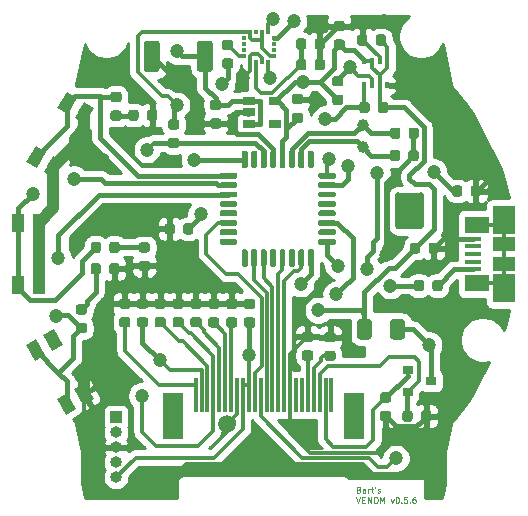
<source format=gbr>
G04 #@! TF.GenerationSoftware,KiCad,Pcbnew,5.1.8-1.fc33*
G04 #@! TF.CreationDate,2020-11-26T22:59:40+01:00*
G04 #@! TF.ProjectId,venom,76656e6f-6d2e-46b6-9963-61645f706362,rev?*
G04 #@! TF.SameCoordinates,Original*
G04 #@! TF.FileFunction,Copper,L1,Top*
G04 #@! TF.FilePolarity,Positive*
%FSLAX46Y46*%
G04 Gerber Fmt 4.6, Leading zero omitted, Abs format (unit mm)*
G04 Created by KiCad (PCBNEW 5.1.8-1.fc33) date 2020-11-26 22:59:40*
%MOMM*%
%LPD*%
G01*
G04 APERTURE LIST*
G04 #@! TA.AperFunction,NonConductor*
%ADD10C,0.125000*%
G04 #@! TD*
G04 #@! TA.AperFunction,ComponentPad*
%ADD11C,1.000000*%
G04 #@! TD*
G04 #@! TA.AperFunction,SMDPad,CuDef*
%ADD12R,0.350000X0.500000*%
G04 #@! TD*
G04 #@! TA.AperFunction,SMDPad,CuDef*
%ADD13R,1.800000X4.000000*%
G04 #@! TD*
G04 #@! TA.AperFunction,SMDPad,CuDef*
%ADD14R,0.300000X3.000000*%
G04 #@! TD*
G04 #@! TA.AperFunction,SMDPad,CuDef*
%ADD15C,0.100000*%
G04 #@! TD*
G04 #@! TA.AperFunction,SMDPad,CuDef*
%ADD16R,0.900000X0.800000*%
G04 #@! TD*
G04 #@! TA.AperFunction,SMDPad,CuDef*
%ADD17R,1.000000X1.550000*%
G04 #@! TD*
G04 #@! TA.AperFunction,SMDPad,CuDef*
%ADD18R,1.060000X0.650000*%
G04 #@! TD*
G04 #@! TA.AperFunction,SMDPad,CuDef*
%ADD19R,1.380000X0.450000*%
G04 #@! TD*
G04 #@! TA.AperFunction,SMDPad,CuDef*
%ADD20R,2.100000X1.475000*%
G04 #@! TD*
G04 #@! TA.AperFunction,SMDPad,CuDef*
%ADD21R,1.900000X2.375000*%
G04 #@! TD*
G04 #@! TA.AperFunction,SMDPad,CuDef*
%ADD22R,1.900000X1.175000*%
G04 #@! TD*
G04 #@! TA.AperFunction,ComponentPad*
%ADD23C,0.500000*%
G04 #@! TD*
G04 #@! TA.AperFunction,SMDPad,CuDef*
%ADD24R,0.450000X0.300000*%
G04 #@! TD*
G04 #@! TA.AperFunction,SMDPad,CuDef*
%ADD25R,0.300000X0.450000*%
G04 #@! TD*
G04 #@! TA.AperFunction,ComponentPad*
%ADD26R,1.000000X1.000000*%
G04 #@! TD*
G04 #@! TA.AperFunction,ComponentPad*
%ADD27O,1.000000X1.000000*%
G04 #@! TD*
G04 #@! TA.AperFunction,ViaPad*
%ADD28C,1.200000*%
G04 #@! TD*
G04 #@! TA.AperFunction,ViaPad*
%ADD29C,1.500000*%
G04 #@! TD*
G04 #@! TA.AperFunction,Conductor*
%ADD30C,0.400000*%
G04 #@! TD*
G04 #@! TA.AperFunction,Conductor*
%ADD31C,1.000000*%
G04 #@! TD*
G04 #@! TA.AperFunction,Conductor*
%ADD32C,0.300000*%
G04 #@! TD*
G04 #@! TA.AperFunction,Conductor*
%ADD33C,0.250000*%
G04 #@! TD*
G04 #@! TA.AperFunction,Conductor*
%ADD34C,0.254000*%
G04 #@! TD*
G04 #@! TA.AperFunction,Conductor*
%ADD35C,0.100000*%
G04 #@! TD*
G04 APERTURE END LIST*
D10*
X167580476Y-138716785D02*
X167651904Y-138740595D01*
X167675714Y-138764404D01*
X167699523Y-138812023D01*
X167699523Y-138883452D01*
X167675714Y-138931071D01*
X167651904Y-138954880D01*
X167604285Y-138978690D01*
X167413809Y-138978690D01*
X167413809Y-138478690D01*
X167580476Y-138478690D01*
X167628095Y-138502500D01*
X167651904Y-138526309D01*
X167675714Y-138573928D01*
X167675714Y-138621547D01*
X167651904Y-138669166D01*
X167628095Y-138692976D01*
X167580476Y-138716785D01*
X167413809Y-138716785D01*
X168128095Y-138978690D02*
X168128095Y-138716785D01*
X168104285Y-138669166D01*
X168056666Y-138645357D01*
X167961428Y-138645357D01*
X167913809Y-138669166D01*
X168128095Y-138954880D02*
X168080476Y-138978690D01*
X167961428Y-138978690D01*
X167913809Y-138954880D01*
X167890000Y-138907261D01*
X167890000Y-138859642D01*
X167913809Y-138812023D01*
X167961428Y-138788214D01*
X168080476Y-138788214D01*
X168128095Y-138764404D01*
X168366190Y-138978690D02*
X168366190Y-138645357D01*
X168366190Y-138740595D02*
X168390000Y-138692976D01*
X168413809Y-138669166D01*
X168461428Y-138645357D01*
X168509047Y-138645357D01*
X168604285Y-138645357D02*
X168794761Y-138645357D01*
X168675714Y-138478690D02*
X168675714Y-138907261D01*
X168699523Y-138954880D01*
X168747142Y-138978690D01*
X168794761Y-138978690D01*
X168985238Y-138478690D02*
X168937619Y-138573928D01*
X169175714Y-138954880D02*
X169223333Y-138978690D01*
X169318571Y-138978690D01*
X169366190Y-138954880D01*
X169390000Y-138907261D01*
X169390000Y-138883452D01*
X169366190Y-138835833D01*
X169318571Y-138812023D01*
X169247142Y-138812023D01*
X169199523Y-138788214D01*
X169175714Y-138740595D01*
X169175714Y-138716785D01*
X169199523Y-138669166D01*
X169247142Y-138645357D01*
X169318571Y-138645357D01*
X169366190Y-138669166D01*
X167378095Y-139353690D02*
X167544761Y-139853690D01*
X167711428Y-139353690D01*
X167878095Y-139591785D02*
X168044761Y-139591785D01*
X168116190Y-139853690D02*
X167878095Y-139853690D01*
X167878095Y-139353690D01*
X168116190Y-139353690D01*
X168330476Y-139853690D02*
X168330476Y-139353690D01*
X168616190Y-139853690D01*
X168616190Y-139353690D01*
X168949523Y-139353690D02*
X169044761Y-139353690D01*
X169092380Y-139377500D01*
X169140000Y-139425119D01*
X169163809Y-139520357D01*
X169163809Y-139687023D01*
X169140000Y-139782261D01*
X169092380Y-139829880D01*
X169044761Y-139853690D01*
X168949523Y-139853690D01*
X168901904Y-139829880D01*
X168854285Y-139782261D01*
X168830476Y-139687023D01*
X168830476Y-139520357D01*
X168854285Y-139425119D01*
X168901904Y-139377500D01*
X168949523Y-139353690D01*
X169378095Y-139853690D02*
X169378095Y-139353690D01*
X169544761Y-139710833D01*
X169711428Y-139353690D01*
X169711428Y-139853690D01*
X170282857Y-139520357D02*
X170401904Y-139853690D01*
X170520952Y-139520357D01*
X170806666Y-139353690D02*
X170854285Y-139353690D01*
X170901904Y-139377500D01*
X170925714Y-139401309D01*
X170949523Y-139448928D01*
X170973333Y-139544166D01*
X170973333Y-139663214D01*
X170949523Y-139758452D01*
X170925714Y-139806071D01*
X170901904Y-139829880D01*
X170854285Y-139853690D01*
X170806666Y-139853690D01*
X170759047Y-139829880D01*
X170735238Y-139806071D01*
X170711428Y-139758452D01*
X170687619Y-139663214D01*
X170687619Y-139544166D01*
X170711428Y-139448928D01*
X170735238Y-139401309D01*
X170759047Y-139377500D01*
X170806666Y-139353690D01*
X171187619Y-139806071D02*
X171211428Y-139829880D01*
X171187619Y-139853690D01*
X171163809Y-139829880D01*
X171187619Y-139806071D01*
X171187619Y-139853690D01*
X171663809Y-139353690D02*
X171425714Y-139353690D01*
X171401904Y-139591785D01*
X171425714Y-139567976D01*
X171473333Y-139544166D01*
X171592380Y-139544166D01*
X171640000Y-139567976D01*
X171663809Y-139591785D01*
X171687619Y-139639404D01*
X171687619Y-139758452D01*
X171663809Y-139806071D01*
X171640000Y-139829880D01*
X171592380Y-139853690D01*
X171473333Y-139853690D01*
X171425714Y-139829880D01*
X171401904Y-139806071D01*
X171901904Y-139806071D02*
X171925714Y-139829880D01*
X171901904Y-139853690D01*
X171878095Y-139829880D01*
X171901904Y-139806071D01*
X171901904Y-139853690D01*
X172354285Y-139353690D02*
X172259047Y-139353690D01*
X172211428Y-139377500D01*
X172187619Y-139401309D01*
X172140000Y-139472738D01*
X172116190Y-139567976D01*
X172116190Y-139758452D01*
X172140000Y-139806071D01*
X172163809Y-139829880D01*
X172211428Y-139853690D01*
X172306666Y-139853690D01*
X172354285Y-139829880D01*
X172378095Y-139806071D01*
X172401904Y-139758452D01*
X172401904Y-139639404D01*
X172378095Y-139591785D01*
X172354285Y-139567976D01*
X172306666Y-139544166D01*
X172211428Y-139544166D01*
X172163809Y-139567976D01*
X172140000Y-139591785D01*
X172116190Y-139639404D01*
D11*
X167894000Y-109728000D03*
X167894000Y-107828000D03*
D12*
X168045000Y-104505000D03*
X168695000Y-104505000D03*
X169345000Y-104505000D03*
X169995000Y-104505000D03*
X169995000Y-102455000D03*
X169345000Y-102455000D03*
X168695000Y-102455000D03*
X168045000Y-102455000D03*
D13*
X167160000Y-132510000D03*
X151860000Y-132510000D03*
D14*
X153760000Y-130710000D03*
X154260000Y-130710000D03*
X154760000Y-130710000D03*
X155260000Y-130710000D03*
X155760000Y-130710000D03*
X156260000Y-130710000D03*
X156760000Y-130710000D03*
X157260000Y-130710000D03*
X157760000Y-130710000D03*
X158260000Y-130710000D03*
X158760000Y-130710000D03*
X159260000Y-130710000D03*
X159760000Y-130710000D03*
X160260000Y-130710000D03*
X160760000Y-130710000D03*
X161260000Y-130710000D03*
X161760000Y-130710000D03*
X162260000Y-130710000D03*
X162760000Y-130710000D03*
X163260000Y-130710000D03*
X163760000Y-130710000D03*
X164260000Y-130710000D03*
X164760000Y-130710000D03*
X165260000Y-130710000D03*
G04 #@! TA.AperFunction,SMDPad,CuDef*
D15*
G36*
X140863109Y-125640513D02*
G01*
X141729135Y-125140513D01*
X142504135Y-126482853D01*
X141638109Y-126982853D01*
X140863109Y-125640513D01*
G37*
G04 #@! TD.AperFunction*
G04 #@! TA.AperFunction,SMDPad,CuDef*
G36*
X143488109Y-130187147D02*
G01*
X144354135Y-129687147D01*
X145129135Y-131029487D01*
X144263109Y-131529487D01*
X143488109Y-130187147D01*
G37*
G04 #@! TD.AperFunction*
G04 #@! TA.AperFunction,SMDPad,CuDef*
G36*
X142015865Y-131037147D02*
G01*
X142881891Y-130537147D01*
X143656891Y-131879487D01*
X142790865Y-132379487D01*
X142015865Y-131037147D01*
G37*
G04 #@! TD.AperFunction*
G04 #@! TA.AperFunction,SMDPad,CuDef*
G36*
X139390865Y-126490513D02*
G01*
X140256891Y-125990513D01*
X141031891Y-127332853D01*
X140165865Y-127832853D01*
X139390865Y-126490513D01*
G37*
G04 #@! TD.AperFunction*
G04 #@! TA.AperFunction,SMDPad,CuDef*
G36*
G01*
X155215000Y-100964999D02*
X155215000Y-103115001D01*
G75*
G02*
X154965001Y-103365000I-249999J0D01*
G01*
X154114999Y-103365000D01*
G75*
G02*
X153865000Y-103115001I0J249999D01*
G01*
X153865000Y-100964999D01*
G75*
G02*
X154114999Y-100715000I249999J0D01*
G01*
X154965001Y-100715000D01*
G75*
G02*
X155215000Y-100964999I0J-249999D01*
G01*
G37*
G04 #@! TD.AperFunction*
G04 #@! TA.AperFunction,SMDPad,CuDef*
G36*
G01*
X150715000Y-100964999D02*
X150715000Y-103115001D01*
G75*
G02*
X150465001Y-103365000I-249999J0D01*
G01*
X149614999Y-103365000D01*
G75*
G02*
X149365000Y-103115001I0J249999D01*
G01*
X149365000Y-100964999D01*
G75*
G02*
X149614999Y-100715000I249999J0D01*
G01*
X150465001Y-100715000D01*
G75*
G02*
X150715000Y-100964999I0J-249999D01*
G01*
G37*
G04 #@! TD.AperFunction*
G04 #@! TA.AperFunction,SMDPad,CuDef*
G36*
G01*
X168306000Y-100403750D02*
X168306000Y-100916250D01*
G75*
G02*
X168087250Y-101135000I-218750J0D01*
G01*
X167649750Y-101135000D01*
G75*
G02*
X167431000Y-100916250I0J218750D01*
G01*
X167431000Y-100403750D01*
G75*
G02*
X167649750Y-100185000I218750J0D01*
G01*
X168087250Y-100185000D01*
G75*
G02*
X168306000Y-100403750I0J-218750D01*
G01*
G37*
G04 #@! TD.AperFunction*
G04 #@! TA.AperFunction,SMDPad,CuDef*
G36*
G01*
X169881000Y-100403750D02*
X169881000Y-100916250D01*
G75*
G02*
X169662250Y-101135000I-218750J0D01*
G01*
X169224750Y-101135000D01*
G75*
G02*
X169006000Y-100916250I0J218750D01*
G01*
X169006000Y-100403750D01*
G75*
G02*
X169224750Y-100185000I218750J0D01*
G01*
X169662250Y-100185000D01*
G75*
G02*
X169881000Y-100403750I0J-218750D01*
G01*
G37*
G04 #@! TD.AperFunction*
G04 #@! TA.AperFunction,SMDPad,CuDef*
G36*
G01*
X166166250Y-101485000D02*
X165653750Y-101485000D01*
G75*
G02*
X165435000Y-101266250I0J218750D01*
G01*
X165435000Y-100828750D01*
G75*
G02*
X165653750Y-100610000I218750J0D01*
G01*
X166166250Y-100610000D01*
G75*
G02*
X166385000Y-100828750I0J-218750D01*
G01*
X166385000Y-101266250D01*
G75*
G02*
X166166250Y-101485000I-218750J0D01*
G01*
G37*
G04 #@! TD.AperFunction*
G04 #@! TA.AperFunction,SMDPad,CuDef*
G36*
G01*
X166166250Y-99910000D02*
X165653750Y-99910000D01*
G75*
G02*
X165435000Y-99691250I0J218750D01*
G01*
X165435000Y-99253750D01*
G75*
G02*
X165653750Y-99035000I218750J0D01*
G01*
X166166250Y-99035000D01*
G75*
G02*
X166385000Y-99253750I0J-218750D01*
G01*
X166385000Y-99691250D01*
G75*
G02*
X166166250Y-99910000I-218750J0D01*
G01*
G37*
G04 #@! TD.AperFunction*
G04 #@! TA.AperFunction,SMDPad,CuDef*
G36*
G01*
X170195000Y-110696250D02*
X170195000Y-110183750D01*
G75*
G02*
X170413750Y-109965000I218750J0D01*
G01*
X170851250Y-109965000D01*
G75*
G02*
X171070000Y-110183750I0J-218750D01*
G01*
X171070000Y-110696250D01*
G75*
G02*
X170851250Y-110915000I-218750J0D01*
G01*
X170413750Y-110915000D01*
G75*
G02*
X170195000Y-110696250I0J218750D01*
G01*
G37*
G04 #@! TD.AperFunction*
G04 #@! TA.AperFunction,SMDPad,CuDef*
G36*
G01*
X171770000Y-110696250D02*
X171770000Y-110183750D01*
G75*
G02*
X171988750Y-109965000I218750J0D01*
G01*
X172426250Y-109965000D01*
G75*
G02*
X172645000Y-110183750I0J-218750D01*
G01*
X172645000Y-110696250D01*
G75*
G02*
X172426250Y-110915000I-218750J0D01*
G01*
X171988750Y-110915000D01*
G75*
G02*
X171770000Y-110696250I0J218750D01*
G01*
G37*
G04 #@! TD.AperFunction*
G04 #@! TA.AperFunction,SMDPad,CuDef*
G36*
G01*
X171790000Y-108806250D02*
X171790000Y-108293750D01*
G75*
G02*
X172008750Y-108075000I218750J0D01*
G01*
X172446250Y-108075000D01*
G75*
G02*
X172665000Y-108293750I0J-218750D01*
G01*
X172665000Y-108806250D01*
G75*
G02*
X172446250Y-109025000I-218750J0D01*
G01*
X172008750Y-109025000D01*
G75*
G02*
X171790000Y-108806250I0J218750D01*
G01*
G37*
G04 #@! TD.AperFunction*
G04 #@! TA.AperFunction,SMDPad,CuDef*
G36*
G01*
X170215000Y-108806250D02*
X170215000Y-108293750D01*
G75*
G02*
X170433750Y-108075000I218750J0D01*
G01*
X170871250Y-108075000D01*
G75*
G02*
X171090000Y-108293750I0J-218750D01*
G01*
X171090000Y-108806250D01*
G75*
G02*
X170871250Y-109025000I-218750J0D01*
G01*
X170433750Y-109025000D01*
G75*
G02*
X170215000Y-108806250I0J218750D01*
G01*
G37*
G04 #@! TD.AperFunction*
G04 #@! TA.AperFunction,SMDPad,CuDef*
G36*
G01*
X173480000Y-118536250D02*
X173480000Y-118023750D01*
G75*
G02*
X173698750Y-117805000I218750J0D01*
G01*
X174136250Y-117805000D01*
G75*
G02*
X174355000Y-118023750I0J-218750D01*
G01*
X174355000Y-118536250D01*
G75*
G02*
X174136250Y-118755000I-218750J0D01*
G01*
X173698750Y-118755000D01*
G75*
G02*
X173480000Y-118536250I0J218750D01*
G01*
G37*
G04 #@! TD.AperFunction*
G04 #@! TA.AperFunction,SMDPad,CuDef*
G36*
G01*
X171905000Y-118536250D02*
X171905000Y-118023750D01*
G75*
G02*
X172123750Y-117805000I218750J0D01*
G01*
X172561250Y-117805000D01*
G75*
G02*
X172780000Y-118023750I0J-218750D01*
G01*
X172780000Y-118536250D01*
G75*
G02*
X172561250Y-118755000I-218750J0D01*
G01*
X172123750Y-118755000D01*
G75*
G02*
X171905000Y-118536250I0J218750D01*
G01*
G37*
G04 #@! TD.AperFunction*
G04 #@! TA.AperFunction,SMDPad,CuDef*
G36*
G01*
X165396250Y-127825000D02*
X164883750Y-127825000D01*
G75*
G02*
X164665000Y-127606250I0J218750D01*
G01*
X164665000Y-127168750D01*
G75*
G02*
X164883750Y-126950000I218750J0D01*
G01*
X165396250Y-126950000D01*
G75*
G02*
X165615000Y-127168750I0J-218750D01*
G01*
X165615000Y-127606250D01*
G75*
G02*
X165396250Y-127825000I-218750J0D01*
G01*
G37*
G04 #@! TD.AperFunction*
G04 #@! TA.AperFunction,SMDPad,CuDef*
G36*
G01*
X165396250Y-126250000D02*
X164883750Y-126250000D01*
G75*
G02*
X164665000Y-126031250I0J218750D01*
G01*
X164665000Y-125593750D01*
G75*
G02*
X164883750Y-125375000I218750J0D01*
G01*
X165396250Y-125375000D01*
G75*
G02*
X165615000Y-125593750I0J-218750D01*
G01*
X165615000Y-126031250D01*
G75*
G02*
X165396250Y-126250000I-218750J0D01*
G01*
G37*
G04 #@! TD.AperFunction*
G04 #@! TA.AperFunction,SMDPad,CuDef*
G36*
G01*
X163486250Y-127805000D02*
X162973750Y-127805000D01*
G75*
G02*
X162755000Y-127586250I0J218750D01*
G01*
X162755000Y-127148750D01*
G75*
G02*
X162973750Y-126930000I218750J0D01*
G01*
X163486250Y-126930000D01*
G75*
G02*
X163705000Y-127148750I0J-218750D01*
G01*
X163705000Y-127586250D01*
G75*
G02*
X163486250Y-127805000I-218750J0D01*
G01*
G37*
G04 #@! TD.AperFunction*
G04 #@! TA.AperFunction,SMDPad,CuDef*
G36*
G01*
X163486250Y-126230000D02*
X162973750Y-126230000D01*
G75*
G02*
X162755000Y-126011250I0J218750D01*
G01*
X162755000Y-125573750D01*
G75*
G02*
X162973750Y-125355000I218750J0D01*
G01*
X163486250Y-125355000D01*
G75*
G02*
X163705000Y-125573750I0J-218750D01*
G01*
X163705000Y-126011250D01*
G75*
G02*
X163486250Y-126230000I-218750J0D01*
G01*
G37*
G04 #@! TD.AperFunction*
G04 #@! TA.AperFunction,SMDPad,CuDef*
G36*
G01*
X158576250Y-123430000D02*
X158063750Y-123430000D01*
G75*
G02*
X157845000Y-123211250I0J218750D01*
G01*
X157845000Y-122773750D01*
G75*
G02*
X158063750Y-122555000I218750J0D01*
G01*
X158576250Y-122555000D01*
G75*
G02*
X158795000Y-122773750I0J-218750D01*
G01*
X158795000Y-123211250D01*
G75*
G02*
X158576250Y-123430000I-218750J0D01*
G01*
G37*
G04 #@! TD.AperFunction*
G04 #@! TA.AperFunction,SMDPad,CuDef*
G36*
G01*
X158576250Y-125005000D02*
X158063750Y-125005000D01*
G75*
G02*
X157845000Y-124786250I0J218750D01*
G01*
X157845000Y-124348750D01*
G75*
G02*
X158063750Y-124130000I218750J0D01*
G01*
X158576250Y-124130000D01*
G75*
G02*
X158795000Y-124348750I0J-218750D01*
G01*
X158795000Y-124786250D01*
G75*
G02*
X158576250Y-125005000I-218750J0D01*
G01*
G37*
G04 #@! TD.AperFunction*
G04 #@! TA.AperFunction,SMDPad,CuDef*
G36*
G01*
X157066250Y-123430000D02*
X156553750Y-123430000D01*
G75*
G02*
X156335000Y-123211250I0J218750D01*
G01*
X156335000Y-122773750D01*
G75*
G02*
X156553750Y-122555000I218750J0D01*
G01*
X157066250Y-122555000D01*
G75*
G02*
X157285000Y-122773750I0J-218750D01*
G01*
X157285000Y-123211250D01*
G75*
G02*
X157066250Y-123430000I-218750J0D01*
G01*
G37*
G04 #@! TD.AperFunction*
G04 #@! TA.AperFunction,SMDPad,CuDef*
G36*
G01*
X157066250Y-125005000D02*
X156553750Y-125005000D01*
G75*
G02*
X156335000Y-124786250I0J218750D01*
G01*
X156335000Y-124348750D01*
G75*
G02*
X156553750Y-124130000I218750J0D01*
G01*
X157066250Y-124130000D01*
G75*
G02*
X157285000Y-124348750I0J-218750D01*
G01*
X157285000Y-124786250D01*
G75*
G02*
X157066250Y-125005000I-218750J0D01*
G01*
G37*
G04 #@! TD.AperFunction*
G04 #@! TA.AperFunction,SMDPad,CuDef*
G36*
G01*
X155556250Y-125005000D02*
X155043750Y-125005000D01*
G75*
G02*
X154825000Y-124786250I0J218750D01*
G01*
X154825000Y-124348750D01*
G75*
G02*
X155043750Y-124130000I218750J0D01*
G01*
X155556250Y-124130000D01*
G75*
G02*
X155775000Y-124348750I0J-218750D01*
G01*
X155775000Y-124786250D01*
G75*
G02*
X155556250Y-125005000I-218750J0D01*
G01*
G37*
G04 #@! TD.AperFunction*
G04 #@! TA.AperFunction,SMDPad,CuDef*
G36*
G01*
X155556250Y-123430000D02*
X155043750Y-123430000D01*
G75*
G02*
X154825000Y-123211250I0J218750D01*
G01*
X154825000Y-122773750D01*
G75*
G02*
X155043750Y-122555000I218750J0D01*
G01*
X155556250Y-122555000D01*
G75*
G02*
X155775000Y-122773750I0J-218750D01*
G01*
X155775000Y-123211250D01*
G75*
G02*
X155556250Y-123430000I-218750J0D01*
G01*
G37*
G04 #@! TD.AperFunction*
G04 #@! TA.AperFunction,SMDPad,CuDef*
G36*
G01*
X154046250Y-124995000D02*
X153533750Y-124995000D01*
G75*
G02*
X153315000Y-124776250I0J218750D01*
G01*
X153315000Y-124338750D01*
G75*
G02*
X153533750Y-124120000I218750J0D01*
G01*
X154046250Y-124120000D01*
G75*
G02*
X154265000Y-124338750I0J-218750D01*
G01*
X154265000Y-124776250D01*
G75*
G02*
X154046250Y-124995000I-218750J0D01*
G01*
G37*
G04 #@! TD.AperFunction*
G04 #@! TA.AperFunction,SMDPad,CuDef*
G36*
G01*
X154046250Y-123420000D02*
X153533750Y-123420000D01*
G75*
G02*
X153315000Y-123201250I0J218750D01*
G01*
X153315000Y-122763750D01*
G75*
G02*
X153533750Y-122545000I218750J0D01*
G01*
X154046250Y-122545000D01*
G75*
G02*
X154265000Y-122763750I0J-218750D01*
G01*
X154265000Y-123201250D01*
G75*
G02*
X154046250Y-123420000I-218750J0D01*
G01*
G37*
G04 #@! TD.AperFunction*
G04 #@! TA.AperFunction,SMDPad,CuDef*
G36*
G01*
X152536250Y-123420000D02*
X152023750Y-123420000D01*
G75*
G02*
X151805000Y-123201250I0J218750D01*
G01*
X151805000Y-122763750D01*
G75*
G02*
X152023750Y-122545000I218750J0D01*
G01*
X152536250Y-122545000D01*
G75*
G02*
X152755000Y-122763750I0J-218750D01*
G01*
X152755000Y-123201250D01*
G75*
G02*
X152536250Y-123420000I-218750J0D01*
G01*
G37*
G04 #@! TD.AperFunction*
G04 #@! TA.AperFunction,SMDPad,CuDef*
G36*
G01*
X152536250Y-124995000D02*
X152023750Y-124995000D01*
G75*
G02*
X151805000Y-124776250I0J218750D01*
G01*
X151805000Y-124338750D01*
G75*
G02*
X152023750Y-124120000I218750J0D01*
G01*
X152536250Y-124120000D01*
G75*
G02*
X152755000Y-124338750I0J-218750D01*
G01*
X152755000Y-124776250D01*
G75*
G02*
X152536250Y-124995000I-218750J0D01*
G01*
G37*
G04 #@! TD.AperFunction*
G04 #@! TA.AperFunction,SMDPad,CuDef*
G36*
G01*
X151026250Y-124995000D02*
X150513750Y-124995000D01*
G75*
G02*
X150295000Y-124776250I0J218750D01*
G01*
X150295000Y-124338750D01*
G75*
G02*
X150513750Y-124120000I218750J0D01*
G01*
X151026250Y-124120000D01*
G75*
G02*
X151245000Y-124338750I0J-218750D01*
G01*
X151245000Y-124776250D01*
G75*
G02*
X151026250Y-124995000I-218750J0D01*
G01*
G37*
G04 #@! TD.AperFunction*
G04 #@! TA.AperFunction,SMDPad,CuDef*
G36*
G01*
X151026250Y-123420000D02*
X150513750Y-123420000D01*
G75*
G02*
X150295000Y-123201250I0J218750D01*
G01*
X150295000Y-122763750D01*
G75*
G02*
X150513750Y-122545000I218750J0D01*
G01*
X151026250Y-122545000D01*
G75*
G02*
X151245000Y-122763750I0J-218750D01*
G01*
X151245000Y-123201250D01*
G75*
G02*
X151026250Y-123420000I-218750J0D01*
G01*
G37*
G04 #@! TD.AperFunction*
G04 #@! TA.AperFunction,SMDPad,CuDef*
G36*
G01*
X149516250Y-123420000D02*
X149003750Y-123420000D01*
G75*
G02*
X148785000Y-123201250I0J218750D01*
G01*
X148785000Y-122763750D01*
G75*
G02*
X149003750Y-122545000I218750J0D01*
G01*
X149516250Y-122545000D01*
G75*
G02*
X149735000Y-122763750I0J-218750D01*
G01*
X149735000Y-123201250D01*
G75*
G02*
X149516250Y-123420000I-218750J0D01*
G01*
G37*
G04 #@! TD.AperFunction*
G04 #@! TA.AperFunction,SMDPad,CuDef*
G36*
G01*
X149516250Y-124995000D02*
X149003750Y-124995000D01*
G75*
G02*
X148785000Y-124776250I0J218750D01*
G01*
X148785000Y-124338750D01*
G75*
G02*
X149003750Y-124120000I218750J0D01*
G01*
X149516250Y-124120000D01*
G75*
G02*
X149735000Y-124338750I0J-218750D01*
G01*
X149735000Y-124776250D01*
G75*
G02*
X149516250Y-124995000I-218750J0D01*
G01*
G37*
G04 #@! TD.AperFunction*
G04 #@! TA.AperFunction,SMDPad,CuDef*
G36*
G01*
X148006250Y-123420000D02*
X147493750Y-123420000D01*
G75*
G02*
X147275000Y-123201250I0J218750D01*
G01*
X147275000Y-122763750D01*
G75*
G02*
X147493750Y-122545000I218750J0D01*
G01*
X148006250Y-122545000D01*
G75*
G02*
X148225000Y-122763750I0J-218750D01*
G01*
X148225000Y-123201250D01*
G75*
G02*
X148006250Y-123420000I-218750J0D01*
G01*
G37*
G04 #@! TD.AperFunction*
G04 #@! TA.AperFunction,SMDPad,CuDef*
G36*
G01*
X148006250Y-124995000D02*
X147493750Y-124995000D01*
G75*
G02*
X147275000Y-124776250I0J218750D01*
G01*
X147275000Y-124338750D01*
G75*
G02*
X147493750Y-124120000I218750J0D01*
G01*
X148006250Y-124120000D01*
G75*
G02*
X148225000Y-124338750I0J-218750D01*
G01*
X148225000Y-124776250D01*
G75*
G02*
X148006250Y-124995000I-218750J0D01*
G01*
G37*
G04 #@! TD.AperFunction*
G04 #@! TA.AperFunction,SMDPad,CuDef*
G36*
G01*
X155191750Y-107284000D02*
X155704250Y-107284000D01*
G75*
G02*
X155923000Y-107502750I0J-218750D01*
G01*
X155923000Y-107940250D01*
G75*
G02*
X155704250Y-108159000I-218750J0D01*
G01*
X155191750Y-108159000D01*
G75*
G02*
X154973000Y-107940250I0J218750D01*
G01*
X154973000Y-107502750D01*
G75*
G02*
X155191750Y-107284000I218750J0D01*
G01*
G37*
G04 #@! TD.AperFunction*
G04 #@! TA.AperFunction,SMDPad,CuDef*
G36*
G01*
X155191750Y-105709000D02*
X155704250Y-105709000D01*
G75*
G02*
X155923000Y-105927750I0J-218750D01*
G01*
X155923000Y-106365250D01*
G75*
G02*
X155704250Y-106584000I-218750J0D01*
G01*
X155191750Y-106584000D01*
G75*
G02*
X154973000Y-106365250I0J218750D01*
G01*
X154973000Y-105927750D01*
G75*
G02*
X155191750Y-105709000I218750J0D01*
G01*
G37*
G04 #@! TD.AperFunction*
G04 #@! TA.AperFunction,SMDPad,CuDef*
G36*
G01*
X162646250Y-107675000D02*
X162133750Y-107675000D01*
G75*
G02*
X161915000Y-107456250I0J218750D01*
G01*
X161915000Y-107018750D01*
G75*
G02*
X162133750Y-106800000I218750J0D01*
G01*
X162646250Y-106800000D01*
G75*
G02*
X162865000Y-107018750I0J-218750D01*
G01*
X162865000Y-107456250D01*
G75*
G02*
X162646250Y-107675000I-218750J0D01*
G01*
G37*
G04 #@! TD.AperFunction*
G04 #@! TA.AperFunction,SMDPad,CuDef*
G36*
G01*
X162646250Y-106100000D02*
X162133750Y-106100000D01*
G75*
G02*
X161915000Y-105881250I0J218750D01*
G01*
X161915000Y-105443750D01*
G75*
G02*
X162133750Y-105225000I218750J0D01*
G01*
X162646250Y-105225000D01*
G75*
G02*
X162865000Y-105443750I0J-218750D01*
G01*
X162865000Y-105881250D01*
G75*
G02*
X162646250Y-106100000I-218750J0D01*
G01*
G37*
G04 #@! TD.AperFunction*
D16*
X171700000Y-128590000D03*
X171700000Y-130490000D03*
X173700000Y-129540000D03*
G04 #@! TA.AperFunction,SMDPad,CuDef*
G36*
G01*
X151635750Y-107377500D02*
X152148250Y-107377500D01*
G75*
G02*
X152367000Y-107596250I0J-218750D01*
G01*
X152367000Y-108033750D01*
G75*
G02*
X152148250Y-108252500I-218750J0D01*
G01*
X151635750Y-108252500D01*
G75*
G02*
X151417000Y-108033750I0J218750D01*
G01*
X151417000Y-107596250D01*
G75*
G02*
X151635750Y-107377500I218750J0D01*
G01*
G37*
G04 #@! TD.AperFunction*
G04 #@! TA.AperFunction,SMDPad,CuDef*
G36*
G01*
X151635750Y-108952500D02*
X152148250Y-108952500D01*
G75*
G02*
X152367000Y-109171250I0J-218750D01*
G01*
X152367000Y-109608750D01*
G75*
G02*
X152148250Y-109827500I-218750J0D01*
G01*
X151635750Y-109827500D01*
G75*
G02*
X151417000Y-109608750I0J218750D01*
G01*
X151417000Y-109171250D01*
G75*
G02*
X151635750Y-108952500I218750J0D01*
G01*
G37*
G04 #@! TD.AperFunction*
G04 #@! TA.AperFunction,SMDPad,CuDef*
G36*
G01*
X168480000Y-106113750D02*
X168480000Y-106626250D01*
G75*
G02*
X168261250Y-106845000I-218750J0D01*
G01*
X167823750Y-106845000D01*
G75*
G02*
X167605000Y-106626250I0J218750D01*
G01*
X167605000Y-106113750D01*
G75*
G02*
X167823750Y-105895000I218750J0D01*
G01*
X168261250Y-105895000D01*
G75*
G02*
X168480000Y-106113750I0J-218750D01*
G01*
G37*
G04 #@! TD.AperFunction*
G04 #@! TA.AperFunction,SMDPad,CuDef*
G36*
G01*
X170055000Y-106113750D02*
X170055000Y-106626250D01*
G75*
G02*
X169836250Y-106845000I-218750J0D01*
G01*
X169398750Y-106845000D01*
G75*
G02*
X169180000Y-106626250I0J218750D01*
G01*
X169180000Y-106113750D01*
G75*
G02*
X169398750Y-105895000I218750J0D01*
G01*
X169836250Y-105895000D01*
G75*
G02*
X170055000Y-106113750I0J-218750D01*
G01*
G37*
G04 #@! TD.AperFunction*
G04 #@! TA.AperFunction,SMDPad,CuDef*
G36*
G01*
X166046250Y-106165000D02*
X165533750Y-106165000D01*
G75*
G02*
X165315000Y-105946250I0J218750D01*
G01*
X165315000Y-105508750D01*
G75*
G02*
X165533750Y-105290000I218750J0D01*
G01*
X166046250Y-105290000D01*
G75*
G02*
X166265000Y-105508750I0J-218750D01*
G01*
X166265000Y-105946250D01*
G75*
G02*
X166046250Y-106165000I-218750J0D01*
G01*
G37*
G04 #@! TD.AperFunction*
G04 #@! TA.AperFunction,SMDPad,CuDef*
G36*
G01*
X166046250Y-104590000D02*
X165533750Y-104590000D01*
G75*
G02*
X165315000Y-104371250I0J218750D01*
G01*
X165315000Y-103933750D01*
G75*
G02*
X165533750Y-103715000I218750J0D01*
G01*
X166046250Y-103715000D01*
G75*
G02*
X166265000Y-103933750I0J-218750D01*
G01*
X166265000Y-104371250D01*
G75*
G02*
X166046250Y-104590000I-218750J0D01*
G01*
G37*
G04 #@! TD.AperFunction*
G04 #@! TA.AperFunction,SMDPad,CuDef*
G36*
G01*
X169593750Y-130475000D02*
X170106250Y-130475000D01*
G75*
G02*
X170325000Y-130693750I0J-218750D01*
G01*
X170325000Y-131131250D01*
G75*
G02*
X170106250Y-131350000I-218750J0D01*
G01*
X169593750Y-131350000D01*
G75*
G02*
X169375000Y-131131250I0J218750D01*
G01*
X169375000Y-130693750D01*
G75*
G02*
X169593750Y-130475000I218750J0D01*
G01*
G37*
G04 #@! TD.AperFunction*
G04 #@! TA.AperFunction,SMDPad,CuDef*
G36*
G01*
X169593750Y-132050000D02*
X170106250Y-132050000D01*
G75*
G02*
X170325000Y-132268750I0J-218750D01*
G01*
X170325000Y-132706250D01*
G75*
G02*
X170106250Y-132925000I-218750J0D01*
G01*
X169593750Y-132925000D01*
G75*
G02*
X169375000Y-132706250I0J218750D01*
G01*
X169375000Y-132268750D01*
G75*
G02*
X169593750Y-132050000I218750J0D01*
G01*
G37*
G04 #@! TD.AperFunction*
G04 #@! TA.AperFunction,SMDPad,CuDef*
G36*
G01*
X172830000Y-132756250D02*
X172830000Y-132243750D01*
G75*
G02*
X173048750Y-132025000I218750J0D01*
G01*
X173486250Y-132025000D01*
G75*
G02*
X173705000Y-132243750I0J-218750D01*
G01*
X173705000Y-132756250D01*
G75*
G02*
X173486250Y-132975000I-218750J0D01*
G01*
X173048750Y-132975000D01*
G75*
G02*
X172830000Y-132756250I0J218750D01*
G01*
G37*
G04 #@! TD.AperFunction*
G04 #@! TA.AperFunction,SMDPad,CuDef*
G36*
G01*
X171255000Y-132756250D02*
X171255000Y-132243750D01*
G75*
G02*
X171473750Y-132025000I218750J0D01*
G01*
X171911250Y-132025000D01*
G75*
G02*
X172130000Y-132243750I0J-218750D01*
G01*
X172130000Y-132756250D01*
G75*
G02*
X171911250Y-132975000I-218750J0D01*
G01*
X171473750Y-132975000D01*
G75*
G02*
X171255000Y-132756250I0J218750D01*
G01*
G37*
G04 #@! TD.AperFunction*
G04 #@! TA.AperFunction,SMDPad,CuDef*
D15*
G36*
X144303109Y-105930513D02*
G01*
X145169135Y-106430513D01*
X144394135Y-107772853D01*
X143528109Y-107272853D01*
X144303109Y-105930513D01*
G37*
G04 #@! TD.AperFunction*
G04 #@! TA.AperFunction,SMDPad,CuDef*
G36*
X141678109Y-110477147D02*
G01*
X142544135Y-110977147D01*
X141769135Y-112319487D01*
X140903109Y-111819487D01*
X141678109Y-110477147D01*
G37*
G04 #@! TD.AperFunction*
G04 #@! TA.AperFunction,SMDPad,CuDef*
G36*
X140205865Y-109627147D02*
G01*
X141071891Y-110127147D01*
X140296891Y-111469487D01*
X139430865Y-110969487D01*
X140205865Y-109627147D01*
G37*
G04 #@! TD.AperFunction*
G04 #@! TA.AperFunction,SMDPad,CuDef*
G36*
X142830865Y-105080513D02*
G01*
X143696891Y-105580513D01*
X142921891Y-106922853D01*
X142055865Y-106422853D01*
X142830865Y-105080513D01*
G37*
G04 #@! TD.AperFunction*
D17*
X138760000Y-116155000D03*
X138760000Y-121405000D03*
X140460000Y-121405000D03*
X140460000Y-116155000D03*
D18*
X158310000Y-105830000D03*
X158310000Y-106780000D03*
X158310000Y-107730000D03*
X160510000Y-107730000D03*
X160510000Y-105830000D03*
D19*
X177210000Y-120080000D03*
X177210000Y-119430000D03*
X177210000Y-118780000D03*
X177210000Y-118130000D03*
X177210000Y-117480000D03*
D20*
X177570000Y-121242500D03*
X177570000Y-116317500D03*
D21*
X179870000Y-121690000D03*
X179870000Y-115870000D03*
D22*
X179870000Y-119620000D03*
X179870000Y-117940000D03*
G04 #@! TA.AperFunction,SMDPad,CuDef*
G36*
G01*
X173100000Y-121193750D02*
X173100000Y-121706250D01*
G75*
G02*
X172881250Y-121925000I-218750J0D01*
G01*
X172443750Y-121925000D01*
G75*
G02*
X172225000Y-121706250I0J218750D01*
G01*
X172225000Y-121193750D01*
G75*
G02*
X172443750Y-120975000I218750J0D01*
G01*
X172881250Y-120975000D01*
G75*
G02*
X173100000Y-121193750I0J-218750D01*
G01*
G37*
G04 #@! TD.AperFunction*
G04 #@! TA.AperFunction,SMDPad,CuDef*
G36*
G01*
X174675000Y-121193750D02*
X174675000Y-121706250D01*
G75*
G02*
X174456250Y-121925000I-218750J0D01*
G01*
X174018750Y-121925000D01*
G75*
G02*
X173800000Y-121706250I0J218750D01*
G01*
X173800000Y-121193750D01*
G75*
G02*
X174018750Y-120975000I218750J0D01*
G01*
X174456250Y-120975000D01*
G75*
G02*
X174675000Y-121193750I0J-218750D01*
G01*
G37*
G04 #@! TD.AperFunction*
G04 #@! TA.AperFunction,SMDPad,CuDef*
G36*
G01*
X153575000Y-116393750D02*
X153575000Y-116906250D01*
G75*
G02*
X153356250Y-117125000I-218750J0D01*
G01*
X152918750Y-117125000D01*
G75*
G02*
X152700000Y-116906250I0J218750D01*
G01*
X152700000Y-116393750D01*
G75*
G02*
X152918750Y-116175000I218750J0D01*
G01*
X153356250Y-116175000D01*
G75*
G02*
X153575000Y-116393750I0J-218750D01*
G01*
G37*
G04 #@! TD.AperFunction*
G04 #@! TA.AperFunction,SMDPad,CuDef*
G36*
G01*
X152000000Y-116393750D02*
X152000000Y-116906250D01*
G75*
G02*
X151781250Y-117125000I-218750J0D01*
G01*
X151343750Y-117125000D01*
G75*
G02*
X151125000Y-116906250I0J218750D01*
G01*
X151125000Y-116393750D01*
G75*
G02*
X151343750Y-116175000I218750J0D01*
G01*
X151781250Y-116175000D01*
G75*
G02*
X152000000Y-116393750I0J-218750D01*
G01*
G37*
G04 #@! TD.AperFunction*
G04 #@! TA.AperFunction,SMDPad,CuDef*
G36*
G01*
X163385000Y-110015000D02*
X163635000Y-110015000D01*
G75*
G02*
X163760000Y-110140000I0J-125000D01*
G01*
X163760000Y-111390000D01*
G75*
G02*
X163635000Y-111515000I-125000J0D01*
G01*
X163385000Y-111515000D01*
G75*
G02*
X163260000Y-111390000I0J125000D01*
G01*
X163260000Y-110140000D01*
G75*
G02*
X163385000Y-110015000I125000J0D01*
G01*
G37*
G04 #@! TD.AperFunction*
G04 #@! TA.AperFunction,SMDPad,CuDef*
G36*
G01*
X162585000Y-110015000D02*
X162835000Y-110015000D01*
G75*
G02*
X162960000Y-110140000I0J-125000D01*
G01*
X162960000Y-111390000D01*
G75*
G02*
X162835000Y-111515000I-125000J0D01*
G01*
X162585000Y-111515000D01*
G75*
G02*
X162460000Y-111390000I0J125000D01*
G01*
X162460000Y-110140000D01*
G75*
G02*
X162585000Y-110015000I125000J0D01*
G01*
G37*
G04 #@! TD.AperFunction*
G04 #@! TA.AperFunction,SMDPad,CuDef*
G36*
G01*
X161785000Y-110015000D02*
X162035000Y-110015000D01*
G75*
G02*
X162160000Y-110140000I0J-125000D01*
G01*
X162160000Y-111390000D01*
G75*
G02*
X162035000Y-111515000I-125000J0D01*
G01*
X161785000Y-111515000D01*
G75*
G02*
X161660000Y-111390000I0J125000D01*
G01*
X161660000Y-110140000D01*
G75*
G02*
X161785000Y-110015000I125000J0D01*
G01*
G37*
G04 #@! TD.AperFunction*
G04 #@! TA.AperFunction,SMDPad,CuDef*
G36*
G01*
X160985000Y-110015000D02*
X161235000Y-110015000D01*
G75*
G02*
X161360000Y-110140000I0J-125000D01*
G01*
X161360000Y-111390000D01*
G75*
G02*
X161235000Y-111515000I-125000J0D01*
G01*
X160985000Y-111515000D01*
G75*
G02*
X160860000Y-111390000I0J125000D01*
G01*
X160860000Y-110140000D01*
G75*
G02*
X160985000Y-110015000I125000J0D01*
G01*
G37*
G04 #@! TD.AperFunction*
G04 #@! TA.AperFunction,SMDPad,CuDef*
G36*
G01*
X160185000Y-110015000D02*
X160435000Y-110015000D01*
G75*
G02*
X160560000Y-110140000I0J-125000D01*
G01*
X160560000Y-111390000D01*
G75*
G02*
X160435000Y-111515000I-125000J0D01*
G01*
X160185000Y-111515000D01*
G75*
G02*
X160060000Y-111390000I0J125000D01*
G01*
X160060000Y-110140000D01*
G75*
G02*
X160185000Y-110015000I125000J0D01*
G01*
G37*
G04 #@! TD.AperFunction*
G04 #@! TA.AperFunction,SMDPad,CuDef*
G36*
G01*
X159385000Y-110015000D02*
X159635000Y-110015000D01*
G75*
G02*
X159760000Y-110140000I0J-125000D01*
G01*
X159760000Y-111390000D01*
G75*
G02*
X159635000Y-111515000I-125000J0D01*
G01*
X159385000Y-111515000D01*
G75*
G02*
X159260000Y-111390000I0J125000D01*
G01*
X159260000Y-110140000D01*
G75*
G02*
X159385000Y-110015000I125000J0D01*
G01*
G37*
G04 #@! TD.AperFunction*
G04 #@! TA.AperFunction,SMDPad,CuDef*
G36*
G01*
X158585000Y-110015000D02*
X158835000Y-110015000D01*
G75*
G02*
X158960000Y-110140000I0J-125000D01*
G01*
X158960000Y-111390000D01*
G75*
G02*
X158835000Y-111515000I-125000J0D01*
G01*
X158585000Y-111515000D01*
G75*
G02*
X158460000Y-111390000I0J125000D01*
G01*
X158460000Y-110140000D01*
G75*
G02*
X158585000Y-110015000I125000J0D01*
G01*
G37*
G04 #@! TD.AperFunction*
G04 #@! TA.AperFunction,SMDPad,CuDef*
G36*
G01*
X157785000Y-110015000D02*
X158035000Y-110015000D01*
G75*
G02*
X158160000Y-110140000I0J-125000D01*
G01*
X158160000Y-111390000D01*
G75*
G02*
X158035000Y-111515000I-125000J0D01*
G01*
X157785000Y-111515000D01*
G75*
G02*
X157660000Y-111390000I0J125000D01*
G01*
X157660000Y-110140000D01*
G75*
G02*
X157785000Y-110015000I125000J0D01*
G01*
G37*
G04 #@! TD.AperFunction*
G04 #@! TA.AperFunction,SMDPad,CuDef*
G36*
G01*
X155910000Y-111890000D02*
X157160000Y-111890000D01*
G75*
G02*
X157285000Y-112015000I0J-125000D01*
G01*
X157285000Y-112265000D01*
G75*
G02*
X157160000Y-112390000I-125000J0D01*
G01*
X155910000Y-112390000D01*
G75*
G02*
X155785000Y-112265000I0J125000D01*
G01*
X155785000Y-112015000D01*
G75*
G02*
X155910000Y-111890000I125000J0D01*
G01*
G37*
G04 #@! TD.AperFunction*
G04 #@! TA.AperFunction,SMDPad,CuDef*
G36*
G01*
X155910000Y-112690000D02*
X157160000Y-112690000D01*
G75*
G02*
X157285000Y-112815000I0J-125000D01*
G01*
X157285000Y-113065000D01*
G75*
G02*
X157160000Y-113190000I-125000J0D01*
G01*
X155910000Y-113190000D01*
G75*
G02*
X155785000Y-113065000I0J125000D01*
G01*
X155785000Y-112815000D01*
G75*
G02*
X155910000Y-112690000I125000J0D01*
G01*
G37*
G04 #@! TD.AperFunction*
G04 #@! TA.AperFunction,SMDPad,CuDef*
G36*
G01*
X155910000Y-113490000D02*
X157160000Y-113490000D01*
G75*
G02*
X157285000Y-113615000I0J-125000D01*
G01*
X157285000Y-113865000D01*
G75*
G02*
X157160000Y-113990000I-125000J0D01*
G01*
X155910000Y-113990000D01*
G75*
G02*
X155785000Y-113865000I0J125000D01*
G01*
X155785000Y-113615000D01*
G75*
G02*
X155910000Y-113490000I125000J0D01*
G01*
G37*
G04 #@! TD.AperFunction*
G04 #@! TA.AperFunction,SMDPad,CuDef*
G36*
G01*
X155910000Y-114290000D02*
X157160000Y-114290000D01*
G75*
G02*
X157285000Y-114415000I0J-125000D01*
G01*
X157285000Y-114665000D01*
G75*
G02*
X157160000Y-114790000I-125000J0D01*
G01*
X155910000Y-114790000D01*
G75*
G02*
X155785000Y-114665000I0J125000D01*
G01*
X155785000Y-114415000D01*
G75*
G02*
X155910000Y-114290000I125000J0D01*
G01*
G37*
G04 #@! TD.AperFunction*
G04 #@! TA.AperFunction,SMDPad,CuDef*
G36*
G01*
X155910000Y-115090000D02*
X157160000Y-115090000D01*
G75*
G02*
X157285000Y-115215000I0J-125000D01*
G01*
X157285000Y-115465000D01*
G75*
G02*
X157160000Y-115590000I-125000J0D01*
G01*
X155910000Y-115590000D01*
G75*
G02*
X155785000Y-115465000I0J125000D01*
G01*
X155785000Y-115215000D01*
G75*
G02*
X155910000Y-115090000I125000J0D01*
G01*
G37*
G04 #@! TD.AperFunction*
G04 #@! TA.AperFunction,SMDPad,CuDef*
G36*
G01*
X155910000Y-115890000D02*
X157160000Y-115890000D01*
G75*
G02*
X157285000Y-116015000I0J-125000D01*
G01*
X157285000Y-116265000D01*
G75*
G02*
X157160000Y-116390000I-125000J0D01*
G01*
X155910000Y-116390000D01*
G75*
G02*
X155785000Y-116265000I0J125000D01*
G01*
X155785000Y-116015000D01*
G75*
G02*
X155910000Y-115890000I125000J0D01*
G01*
G37*
G04 #@! TD.AperFunction*
G04 #@! TA.AperFunction,SMDPad,CuDef*
G36*
G01*
X155910000Y-116690000D02*
X157160000Y-116690000D01*
G75*
G02*
X157285000Y-116815000I0J-125000D01*
G01*
X157285000Y-117065000D01*
G75*
G02*
X157160000Y-117190000I-125000J0D01*
G01*
X155910000Y-117190000D01*
G75*
G02*
X155785000Y-117065000I0J125000D01*
G01*
X155785000Y-116815000D01*
G75*
G02*
X155910000Y-116690000I125000J0D01*
G01*
G37*
G04 #@! TD.AperFunction*
G04 #@! TA.AperFunction,SMDPad,CuDef*
G36*
G01*
X155910000Y-117490000D02*
X157160000Y-117490000D01*
G75*
G02*
X157285000Y-117615000I0J-125000D01*
G01*
X157285000Y-117865000D01*
G75*
G02*
X157160000Y-117990000I-125000J0D01*
G01*
X155910000Y-117990000D01*
G75*
G02*
X155785000Y-117865000I0J125000D01*
G01*
X155785000Y-117615000D01*
G75*
G02*
X155910000Y-117490000I125000J0D01*
G01*
G37*
G04 #@! TD.AperFunction*
G04 #@! TA.AperFunction,SMDPad,CuDef*
G36*
G01*
X157785000Y-118365000D02*
X158035000Y-118365000D01*
G75*
G02*
X158160000Y-118490000I0J-125000D01*
G01*
X158160000Y-119740000D01*
G75*
G02*
X158035000Y-119865000I-125000J0D01*
G01*
X157785000Y-119865000D01*
G75*
G02*
X157660000Y-119740000I0J125000D01*
G01*
X157660000Y-118490000D01*
G75*
G02*
X157785000Y-118365000I125000J0D01*
G01*
G37*
G04 #@! TD.AperFunction*
G04 #@! TA.AperFunction,SMDPad,CuDef*
G36*
G01*
X158585000Y-118365000D02*
X158835000Y-118365000D01*
G75*
G02*
X158960000Y-118490000I0J-125000D01*
G01*
X158960000Y-119740000D01*
G75*
G02*
X158835000Y-119865000I-125000J0D01*
G01*
X158585000Y-119865000D01*
G75*
G02*
X158460000Y-119740000I0J125000D01*
G01*
X158460000Y-118490000D01*
G75*
G02*
X158585000Y-118365000I125000J0D01*
G01*
G37*
G04 #@! TD.AperFunction*
G04 #@! TA.AperFunction,SMDPad,CuDef*
G36*
G01*
X159385000Y-118365000D02*
X159635000Y-118365000D01*
G75*
G02*
X159760000Y-118490000I0J-125000D01*
G01*
X159760000Y-119740000D01*
G75*
G02*
X159635000Y-119865000I-125000J0D01*
G01*
X159385000Y-119865000D01*
G75*
G02*
X159260000Y-119740000I0J125000D01*
G01*
X159260000Y-118490000D01*
G75*
G02*
X159385000Y-118365000I125000J0D01*
G01*
G37*
G04 #@! TD.AperFunction*
G04 #@! TA.AperFunction,SMDPad,CuDef*
G36*
G01*
X160185000Y-118365000D02*
X160435000Y-118365000D01*
G75*
G02*
X160560000Y-118490000I0J-125000D01*
G01*
X160560000Y-119740000D01*
G75*
G02*
X160435000Y-119865000I-125000J0D01*
G01*
X160185000Y-119865000D01*
G75*
G02*
X160060000Y-119740000I0J125000D01*
G01*
X160060000Y-118490000D01*
G75*
G02*
X160185000Y-118365000I125000J0D01*
G01*
G37*
G04 #@! TD.AperFunction*
G04 #@! TA.AperFunction,SMDPad,CuDef*
G36*
G01*
X160985000Y-118365000D02*
X161235000Y-118365000D01*
G75*
G02*
X161360000Y-118490000I0J-125000D01*
G01*
X161360000Y-119740000D01*
G75*
G02*
X161235000Y-119865000I-125000J0D01*
G01*
X160985000Y-119865000D01*
G75*
G02*
X160860000Y-119740000I0J125000D01*
G01*
X160860000Y-118490000D01*
G75*
G02*
X160985000Y-118365000I125000J0D01*
G01*
G37*
G04 #@! TD.AperFunction*
G04 #@! TA.AperFunction,SMDPad,CuDef*
G36*
G01*
X161785000Y-118365000D02*
X162035000Y-118365000D01*
G75*
G02*
X162160000Y-118490000I0J-125000D01*
G01*
X162160000Y-119740000D01*
G75*
G02*
X162035000Y-119865000I-125000J0D01*
G01*
X161785000Y-119865000D01*
G75*
G02*
X161660000Y-119740000I0J125000D01*
G01*
X161660000Y-118490000D01*
G75*
G02*
X161785000Y-118365000I125000J0D01*
G01*
G37*
G04 #@! TD.AperFunction*
G04 #@! TA.AperFunction,SMDPad,CuDef*
G36*
G01*
X162585000Y-118365000D02*
X162835000Y-118365000D01*
G75*
G02*
X162960000Y-118490000I0J-125000D01*
G01*
X162960000Y-119740000D01*
G75*
G02*
X162835000Y-119865000I-125000J0D01*
G01*
X162585000Y-119865000D01*
G75*
G02*
X162460000Y-119740000I0J125000D01*
G01*
X162460000Y-118490000D01*
G75*
G02*
X162585000Y-118365000I125000J0D01*
G01*
G37*
G04 #@! TD.AperFunction*
G04 #@! TA.AperFunction,SMDPad,CuDef*
G36*
G01*
X163385000Y-118365000D02*
X163635000Y-118365000D01*
G75*
G02*
X163760000Y-118490000I0J-125000D01*
G01*
X163760000Y-119740000D01*
G75*
G02*
X163635000Y-119865000I-125000J0D01*
G01*
X163385000Y-119865000D01*
G75*
G02*
X163260000Y-119740000I0J125000D01*
G01*
X163260000Y-118490000D01*
G75*
G02*
X163385000Y-118365000I125000J0D01*
G01*
G37*
G04 #@! TD.AperFunction*
G04 #@! TA.AperFunction,SMDPad,CuDef*
G36*
G01*
X164260000Y-117490000D02*
X165510000Y-117490000D01*
G75*
G02*
X165635000Y-117615000I0J-125000D01*
G01*
X165635000Y-117865000D01*
G75*
G02*
X165510000Y-117990000I-125000J0D01*
G01*
X164260000Y-117990000D01*
G75*
G02*
X164135000Y-117865000I0J125000D01*
G01*
X164135000Y-117615000D01*
G75*
G02*
X164260000Y-117490000I125000J0D01*
G01*
G37*
G04 #@! TD.AperFunction*
G04 #@! TA.AperFunction,SMDPad,CuDef*
G36*
G01*
X164260000Y-116690000D02*
X165510000Y-116690000D01*
G75*
G02*
X165635000Y-116815000I0J-125000D01*
G01*
X165635000Y-117065000D01*
G75*
G02*
X165510000Y-117190000I-125000J0D01*
G01*
X164260000Y-117190000D01*
G75*
G02*
X164135000Y-117065000I0J125000D01*
G01*
X164135000Y-116815000D01*
G75*
G02*
X164260000Y-116690000I125000J0D01*
G01*
G37*
G04 #@! TD.AperFunction*
G04 #@! TA.AperFunction,SMDPad,CuDef*
G36*
G01*
X164260000Y-115890000D02*
X165510000Y-115890000D01*
G75*
G02*
X165635000Y-116015000I0J-125000D01*
G01*
X165635000Y-116265000D01*
G75*
G02*
X165510000Y-116390000I-125000J0D01*
G01*
X164260000Y-116390000D01*
G75*
G02*
X164135000Y-116265000I0J125000D01*
G01*
X164135000Y-116015000D01*
G75*
G02*
X164260000Y-115890000I125000J0D01*
G01*
G37*
G04 #@! TD.AperFunction*
G04 #@! TA.AperFunction,SMDPad,CuDef*
G36*
G01*
X164260000Y-115090000D02*
X165510000Y-115090000D01*
G75*
G02*
X165635000Y-115215000I0J-125000D01*
G01*
X165635000Y-115465000D01*
G75*
G02*
X165510000Y-115590000I-125000J0D01*
G01*
X164260000Y-115590000D01*
G75*
G02*
X164135000Y-115465000I0J125000D01*
G01*
X164135000Y-115215000D01*
G75*
G02*
X164260000Y-115090000I125000J0D01*
G01*
G37*
G04 #@! TD.AperFunction*
G04 #@! TA.AperFunction,SMDPad,CuDef*
G36*
G01*
X164260000Y-114290000D02*
X165510000Y-114290000D01*
G75*
G02*
X165635000Y-114415000I0J-125000D01*
G01*
X165635000Y-114665000D01*
G75*
G02*
X165510000Y-114790000I-125000J0D01*
G01*
X164260000Y-114790000D01*
G75*
G02*
X164135000Y-114665000I0J125000D01*
G01*
X164135000Y-114415000D01*
G75*
G02*
X164260000Y-114290000I125000J0D01*
G01*
G37*
G04 #@! TD.AperFunction*
G04 #@! TA.AperFunction,SMDPad,CuDef*
G36*
G01*
X164260000Y-113490000D02*
X165510000Y-113490000D01*
G75*
G02*
X165635000Y-113615000I0J-125000D01*
G01*
X165635000Y-113865000D01*
G75*
G02*
X165510000Y-113990000I-125000J0D01*
G01*
X164260000Y-113990000D01*
G75*
G02*
X164135000Y-113865000I0J125000D01*
G01*
X164135000Y-113615000D01*
G75*
G02*
X164260000Y-113490000I125000J0D01*
G01*
G37*
G04 #@! TD.AperFunction*
G04 #@! TA.AperFunction,SMDPad,CuDef*
G36*
G01*
X164260000Y-112690000D02*
X165510000Y-112690000D01*
G75*
G02*
X165635000Y-112815000I0J-125000D01*
G01*
X165635000Y-113065000D01*
G75*
G02*
X165510000Y-113190000I-125000J0D01*
G01*
X164260000Y-113190000D01*
G75*
G02*
X164135000Y-113065000I0J125000D01*
G01*
X164135000Y-112815000D01*
G75*
G02*
X164260000Y-112690000I125000J0D01*
G01*
G37*
G04 #@! TD.AperFunction*
G04 #@! TA.AperFunction,SMDPad,CuDef*
G36*
G01*
X164260000Y-111890000D02*
X165510000Y-111890000D01*
G75*
G02*
X165635000Y-112015000I0J-125000D01*
G01*
X165635000Y-112265000D01*
G75*
G02*
X165510000Y-112390000I-125000J0D01*
G01*
X164260000Y-112390000D01*
G75*
G02*
X164135000Y-112265000I0J125000D01*
G01*
X164135000Y-112015000D01*
G75*
G02*
X164260000Y-111890000I125000J0D01*
G01*
G37*
G04 #@! TD.AperFunction*
D23*
X170895000Y-116420000D03*
X172805000Y-116420000D03*
X170895000Y-115120000D03*
X172805000Y-115120000D03*
X170895000Y-113820000D03*
X172805000Y-113820000D03*
G04 #@! TA.AperFunction,SMDPad,CuDef*
G36*
G01*
X170645000Y-116420002D02*
X170645000Y-113819998D01*
G75*
G02*
X170894998Y-113570000I249998J0D01*
G01*
X172805002Y-113570000D01*
G75*
G02*
X173055000Y-113819998I0J-249998D01*
G01*
X173055000Y-116420002D01*
G75*
G02*
X172805002Y-116670000I-249998J0D01*
G01*
X170894998Y-116670000D01*
G75*
G02*
X170645000Y-116420002I0J249998D01*
G01*
G37*
G04 #@! TD.AperFunction*
G04 #@! TA.AperFunction,SMDPad,CuDef*
G36*
G01*
X177050000Y-113706250D02*
X177050000Y-113193750D01*
G75*
G02*
X177268750Y-112975000I218750J0D01*
G01*
X177706250Y-112975000D01*
G75*
G02*
X177925000Y-113193750I0J-218750D01*
G01*
X177925000Y-113706250D01*
G75*
G02*
X177706250Y-113925000I-218750J0D01*
G01*
X177268750Y-113925000D01*
G75*
G02*
X177050000Y-113706250I0J218750D01*
G01*
G37*
G04 #@! TD.AperFunction*
G04 #@! TA.AperFunction,SMDPad,CuDef*
G36*
G01*
X175475000Y-113706250D02*
X175475000Y-113193750D01*
G75*
G02*
X175693750Y-112975000I218750J0D01*
G01*
X176131250Y-112975000D01*
G75*
G02*
X176350000Y-113193750I0J-218750D01*
G01*
X176350000Y-113706250D01*
G75*
G02*
X176131250Y-113925000I-218750J0D01*
G01*
X175693750Y-113925000D01*
G75*
G02*
X175475000Y-113706250I0J218750D01*
G01*
G37*
G04 #@! TD.AperFunction*
G04 #@! TA.AperFunction,SMDPad,CuDef*
G36*
G01*
X147266250Y-107495000D02*
X146753750Y-107495000D01*
G75*
G02*
X146535000Y-107276250I0J218750D01*
G01*
X146535000Y-106838750D01*
G75*
G02*
X146753750Y-106620000I218750J0D01*
G01*
X147266250Y-106620000D01*
G75*
G02*
X147485000Y-106838750I0J-218750D01*
G01*
X147485000Y-107276250D01*
G75*
G02*
X147266250Y-107495000I-218750J0D01*
G01*
G37*
G04 #@! TD.AperFunction*
G04 #@! TA.AperFunction,SMDPad,CuDef*
G36*
G01*
X147266250Y-105920000D02*
X146753750Y-105920000D01*
G75*
G02*
X146535000Y-105701250I0J218750D01*
G01*
X146535000Y-105263750D01*
G75*
G02*
X146753750Y-105045000I218750J0D01*
G01*
X147266250Y-105045000D01*
G75*
G02*
X147485000Y-105263750I0J-218750D01*
G01*
X147485000Y-105701250D01*
G75*
G02*
X147266250Y-105920000I-218750J0D01*
G01*
G37*
G04 #@! TD.AperFunction*
G04 #@! TA.AperFunction,SMDPad,CuDef*
G36*
G01*
X145740000Y-117963750D02*
X145740000Y-118476250D01*
G75*
G02*
X145521250Y-118695000I-218750J0D01*
G01*
X145083750Y-118695000D01*
G75*
G02*
X144865000Y-118476250I0J218750D01*
G01*
X144865000Y-117963750D01*
G75*
G02*
X145083750Y-117745000I218750J0D01*
G01*
X145521250Y-117745000D01*
G75*
G02*
X145740000Y-117963750I0J-218750D01*
G01*
G37*
G04 #@! TD.AperFunction*
G04 #@! TA.AperFunction,SMDPad,CuDef*
G36*
G01*
X147315000Y-117963750D02*
X147315000Y-118476250D01*
G75*
G02*
X147096250Y-118695000I-218750J0D01*
G01*
X146658750Y-118695000D01*
G75*
G02*
X146440000Y-118476250I0J218750D01*
G01*
X146440000Y-117963750D01*
G75*
G02*
X146658750Y-117745000I218750J0D01*
G01*
X147096250Y-117745000D01*
G75*
G02*
X147315000Y-117963750I0J-218750D01*
G01*
G37*
G04 #@! TD.AperFunction*
G04 #@! TA.AperFunction,SMDPad,CuDef*
G36*
G01*
X143833750Y-123045000D02*
X144346250Y-123045000D01*
G75*
G02*
X144565000Y-123263750I0J-218750D01*
G01*
X144565000Y-123701250D01*
G75*
G02*
X144346250Y-123920000I-218750J0D01*
G01*
X143833750Y-123920000D01*
G75*
G02*
X143615000Y-123701250I0J218750D01*
G01*
X143615000Y-123263750D01*
G75*
G02*
X143833750Y-123045000I218750J0D01*
G01*
G37*
G04 #@! TD.AperFunction*
G04 #@! TA.AperFunction,SMDPad,CuDef*
G36*
G01*
X143833750Y-124620000D02*
X144346250Y-124620000D01*
G75*
G02*
X144565000Y-124838750I0J-218750D01*
G01*
X144565000Y-125276250D01*
G75*
G02*
X144346250Y-125495000I-218750J0D01*
G01*
X143833750Y-125495000D01*
G75*
G02*
X143615000Y-125276250I0J218750D01*
G01*
X143615000Y-124838750D01*
G75*
G02*
X143833750Y-124620000I218750J0D01*
G01*
G37*
G04 #@! TD.AperFunction*
G04 #@! TA.AperFunction,SMDPad,CuDef*
G36*
G01*
X150505000Y-106763750D02*
X150505000Y-107276250D01*
G75*
G02*
X150286250Y-107495000I-218750J0D01*
G01*
X149848750Y-107495000D01*
G75*
G02*
X149630000Y-107276250I0J218750D01*
G01*
X149630000Y-106763750D01*
G75*
G02*
X149848750Y-106545000I218750J0D01*
G01*
X150286250Y-106545000D01*
G75*
G02*
X150505000Y-106763750I0J-218750D01*
G01*
G37*
G04 #@! TD.AperFunction*
G04 #@! TA.AperFunction,SMDPad,CuDef*
G36*
G01*
X148930000Y-106763750D02*
X148930000Y-107276250D01*
G75*
G02*
X148711250Y-107495000I-218750J0D01*
G01*
X148273750Y-107495000D01*
G75*
G02*
X148055000Y-107276250I0J218750D01*
G01*
X148055000Y-106763750D01*
G75*
G02*
X148273750Y-106545000I218750J0D01*
G01*
X148711250Y-106545000D01*
G75*
G02*
X148930000Y-106763750I0J-218750D01*
G01*
G37*
G04 #@! TD.AperFunction*
G04 #@! TA.AperFunction,SMDPad,CuDef*
G36*
G01*
X149676250Y-118650000D02*
X149163750Y-118650000D01*
G75*
G02*
X148945000Y-118431250I0J218750D01*
G01*
X148945000Y-117993750D01*
G75*
G02*
X149163750Y-117775000I218750J0D01*
G01*
X149676250Y-117775000D01*
G75*
G02*
X149895000Y-117993750I0J-218750D01*
G01*
X149895000Y-118431250D01*
G75*
G02*
X149676250Y-118650000I-218750J0D01*
G01*
G37*
G04 #@! TD.AperFunction*
G04 #@! TA.AperFunction,SMDPad,CuDef*
G36*
G01*
X149676250Y-120225000D02*
X149163750Y-120225000D01*
G75*
G02*
X148945000Y-120006250I0J218750D01*
G01*
X148945000Y-119568750D01*
G75*
G02*
X149163750Y-119350000I218750J0D01*
G01*
X149676250Y-119350000D01*
G75*
G02*
X149895000Y-119568750I0J-218750D01*
G01*
X149895000Y-120006250D01*
G75*
G02*
X149676250Y-120225000I-218750J0D01*
G01*
G37*
G04 #@! TD.AperFunction*
G04 #@! TA.AperFunction,SMDPad,CuDef*
G36*
G01*
X147315000Y-119773750D02*
X147315000Y-120286250D01*
G75*
G02*
X147096250Y-120505000I-218750J0D01*
G01*
X146658750Y-120505000D01*
G75*
G02*
X146440000Y-120286250I0J218750D01*
G01*
X146440000Y-119773750D01*
G75*
G02*
X146658750Y-119555000I218750J0D01*
G01*
X147096250Y-119555000D01*
G75*
G02*
X147315000Y-119773750I0J-218750D01*
G01*
G37*
G04 #@! TD.AperFunction*
G04 #@! TA.AperFunction,SMDPad,CuDef*
G36*
G01*
X145740000Y-119773750D02*
X145740000Y-120286250D01*
G75*
G02*
X145521250Y-120505000I-218750J0D01*
G01*
X145083750Y-120505000D01*
G75*
G02*
X144865000Y-120286250I0J218750D01*
G01*
X144865000Y-119773750D01*
G75*
G02*
X145083750Y-119555000I218750J0D01*
G01*
X145521250Y-119555000D01*
G75*
G02*
X145740000Y-119773750I0J-218750D01*
G01*
G37*
G04 #@! TD.AperFunction*
G04 #@! TA.AperFunction,SMDPad,CuDef*
G36*
G01*
X167425000Y-125775000D02*
X167425000Y-124525000D01*
G75*
G02*
X167675000Y-124275000I250000J0D01*
G01*
X168425000Y-124275000D01*
G75*
G02*
X168675000Y-124525000I0J-250000D01*
G01*
X168675000Y-125775000D01*
G75*
G02*
X168425000Y-126025000I-250000J0D01*
G01*
X167675000Y-126025000D01*
G75*
G02*
X167425000Y-125775000I0J250000D01*
G01*
G37*
G04 #@! TD.AperFunction*
G04 #@! TA.AperFunction,SMDPad,CuDef*
G36*
G01*
X170225000Y-125775000D02*
X170225000Y-124525000D01*
G75*
G02*
X170475000Y-124275000I250000J0D01*
G01*
X171225000Y-124275000D01*
G75*
G02*
X171475000Y-124525000I0J-250000D01*
G01*
X171475000Y-125775000D01*
G75*
G02*
X171225000Y-126025000I-250000J0D01*
G01*
X170475000Y-126025000D01*
G75*
G02*
X170225000Y-125775000I0J250000D01*
G01*
G37*
G04 #@! TD.AperFunction*
G04 #@! TA.AperFunction,SMDPad,CuDef*
G36*
G01*
X156207750Y-100629000D02*
X156720250Y-100629000D01*
G75*
G02*
X156939000Y-100847750I0J-218750D01*
G01*
X156939000Y-101285250D01*
G75*
G02*
X156720250Y-101504000I-218750J0D01*
G01*
X156207750Y-101504000D01*
G75*
G02*
X155989000Y-101285250I0J218750D01*
G01*
X155989000Y-100847750D01*
G75*
G02*
X156207750Y-100629000I218750J0D01*
G01*
G37*
G04 #@! TD.AperFunction*
G04 #@! TA.AperFunction,SMDPad,CuDef*
G36*
G01*
X156207750Y-102204000D02*
X156720250Y-102204000D01*
G75*
G02*
X156939000Y-102422750I0J-218750D01*
G01*
X156939000Y-102860250D01*
G75*
G02*
X156720250Y-103079000I-218750J0D01*
G01*
X156207750Y-103079000D01*
G75*
G02*
X155989000Y-102860250I0J218750D01*
G01*
X155989000Y-102422750D01*
G75*
G02*
X156207750Y-102204000I218750J0D01*
G01*
G37*
G04 #@! TD.AperFunction*
G04 #@! TA.AperFunction,SMDPad,CuDef*
G36*
G01*
X163830000Y-101256250D02*
X163830000Y-100743750D01*
G75*
G02*
X164048750Y-100525000I218750J0D01*
G01*
X164486250Y-100525000D01*
G75*
G02*
X164705000Y-100743750I0J-218750D01*
G01*
X164705000Y-101256250D01*
G75*
G02*
X164486250Y-101475000I-218750J0D01*
G01*
X164048750Y-101475000D01*
G75*
G02*
X163830000Y-101256250I0J218750D01*
G01*
G37*
G04 #@! TD.AperFunction*
G04 #@! TA.AperFunction,SMDPad,CuDef*
G36*
G01*
X162255000Y-101256250D02*
X162255000Y-100743750D01*
G75*
G02*
X162473750Y-100525000I218750J0D01*
G01*
X162911250Y-100525000D01*
G75*
G02*
X163130000Y-100743750I0J-218750D01*
G01*
X163130000Y-101256250D01*
G75*
G02*
X162911250Y-101475000I-218750J0D01*
G01*
X162473750Y-101475000D01*
G75*
G02*
X162255000Y-101256250I0J218750D01*
G01*
G37*
G04 #@! TD.AperFunction*
G04 #@! TA.AperFunction,SMDPad,CuDef*
G36*
G01*
X162265000Y-103006250D02*
X162265000Y-102493750D01*
G75*
G02*
X162483750Y-102275000I218750J0D01*
G01*
X162921250Y-102275000D01*
G75*
G02*
X163140000Y-102493750I0J-218750D01*
G01*
X163140000Y-103006250D01*
G75*
G02*
X162921250Y-103225000I-218750J0D01*
G01*
X162483750Y-103225000D01*
G75*
G02*
X162265000Y-103006250I0J218750D01*
G01*
G37*
G04 #@! TD.AperFunction*
G04 #@! TA.AperFunction,SMDPad,CuDef*
G36*
G01*
X163840000Y-103006250D02*
X163840000Y-102493750D01*
G75*
G02*
X164058750Y-102275000I218750J0D01*
G01*
X164496250Y-102275000D01*
G75*
G02*
X164715000Y-102493750I0J-218750D01*
G01*
X164715000Y-103006250D01*
G75*
G02*
X164496250Y-103225000I-218750J0D01*
G01*
X164058750Y-103225000D01*
G75*
G02*
X163840000Y-103006250I0J218750D01*
G01*
G37*
G04 #@! TD.AperFunction*
D24*
X160385000Y-102000000D03*
X160385000Y-100500000D03*
X160385000Y-101000000D03*
X160385000Y-101500000D03*
D25*
X159860000Y-99975000D03*
X159360000Y-99975000D03*
X158860000Y-99975000D03*
X158360000Y-99975000D03*
D24*
X157835000Y-102000000D03*
X157835000Y-101000000D03*
X157835000Y-101500000D03*
X157835000Y-100500000D03*
D25*
X158360000Y-102525000D03*
X159860000Y-102525000D03*
X159360000Y-102525000D03*
X158860000Y-102525000D03*
D26*
X147012660Y-132593080D03*
D27*
X147012660Y-133863080D03*
X147012660Y-135133080D03*
X147012660Y-136403080D03*
X147012660Y-137673080D03*
D28*
X145900000Y-110830000D03*
X147950000Y-115300000D03*
X144250000Y-104150000D03*
X171450000Y-103400000D03*
X163850000Y-105750000D03*
X169900000Y-118850000D03*
X179055000Y-111995000D03*
X154700000Y-120850000D03*
X175400000Y-123150000D03*
X169680000Y-99020000D03*
X153162000Y-104648000D03*
X157734000Y-103886000D03*
X153670000Y-107696000D03*
D29*
X156438600Y-133179820D03*
D28*
X162814000Y-104200000D03*
X152146000Y-106172000D03*
X158300000Y-127300000D03*
X164150000Y-123550000D03*
X173500000Y-126450000D03*
X149190000Y-130780000D03*
X150763173Y-127786827D03*
X164700000Y-107350000D03*
X165050000Y-110749999D03*
X160274000Y-98875000D03*
X166790000Y-102960000D03*
X166650000Y-111350000D03*
X162052000Y-99060000D03*
X152146000Y-101600000D03*
X173900000Y-111800000D03*
X169150000Y-111900000D03*
X170250000Y-121450000D03*
X168300000Y-120050000D03*
X153640000Y-110790000D03*
X154200000Y-115400000D03*
X165800000Y-119800000D03*
X162650000Y-121300000D03*
X149650000Y-109950000D03*
X170730000Y-136080000D03*
X165650000Y-122200000D03*
X143440000Y-112410000D03*
X139965000Y-113715000D03*
X142140000Y-119110000D03*
X141960000Y-124060000D03*
X160020000Y-103886000D03*
X155956000Y-104394000D03*
D30*
X158172500Y-106917500D02*
X158310000Y-106780000D01*
X160310000Y-109915000D02*
X159015000Y-108620000D01*
X160310000Y-110765000D02*
X160310000Y-109915000D01*
X159015000Y-108620000D02*
X157272500Y-108620000D01*
D31*
X144348622Y-108773317D02*
X141723622Y-111398317D01*
X144348622Y-106851683D02*
X144348622Y-108773317D01*
X141723622Y-114891378D02*
X140460000Y-116155000D01*
X141723622Y-111398317D02*
X141723622Y-114891378D01*
X144308622Y-130608317D02*
X144308622Y-128686683D01*
X140460000Y-116155000D02*
X140460000Y-121405000D01*
D30*
X174717500Y-117480000D02*
X173917500Y-118280000D01*
X177210000Y-117480000D02*
X174717500Y-117480000D01*
X172392490Y-133375010D02*
X172805888Y-132961612D01*
X170737510Y-133375010D02*
X172392490Y-133375010D01*
X169850000Y-132487500D02*
X170737510Y-133375010D01*
X162390000Y-105662500D02*
X163762500Y-105662500D01*
D32*
X163762500Y-105662500D02*
X163850000Y-105750000D01*
D30*
X169900000Y-117789340D02*
X169900000Y-118850000D01*
X169900000Y-112778002D02*
X169900000Y-117789340D01*
X171745888Y-110932114D02*
X169900000Y-112778002D01*
D32*
X171745888Y-110901612D02*
X171745888Y-110932114D01*
X172207500Y-110440000D02*
X171745888Y-110901612D01*
X179020000Y-112030000D02*
X179055000Y-111995000D01*
D30*
X177600000Y-113450000D02*
X179055000Y-111995000D01*
D32*
X161760000Y-127262500D02*
X163230000Y-125792500D01*
X161760000Y-129860000D02*
X161760000Y-127262500D01*
X161760000Y-129860000D02*
X161760000Y-130810000D01*
X157260000Y-129860000D02*
X157260000Y-130810000D01*
X161760000Y-131490000D02*
X161760000Y-129860000D01*
X172280000Y-133487500D02*
X172392490Y-133375010D01*
X168800000Y-137430000D02*
X172280000Y-137430000D01*
X144308622Y-136548622D02*
X146620000Y-138860000D01*
X152910000Y-136550000D02*
X167920000Y-136550000D01*
X172280000Y-137430000D02*
X172280000Y-133487500D01*
X167920000Y-136550000D02*
X168800000Y-137430000D01*
X144308622Y-130608317D02*
X144308622Y-136548622D01*
X146620000Y-138860000D02*
X150600000Y-138860000D01*
X150600000Y-138860000D02*
X152910000Y-136550000D01*
X144308622Y-132088622D02*
X144308622Y-130608317D01*
X169220000Y-135600000D02*
X169850000Y-134970000D01*
X169850000Y-134970000D02*
X169850000Y-132487500D01*
X163410000Y-135600000D02*
X169220000Y-135600000D01*
X161760000Y-130710000D02*
X161760000Y-133950000D01*
X161760000Y-133950000D02*
X163410000Y-135600000D01*
D30*
X165795000Y-99472500D02*
X164267500Y-101000000D01*
X165910000Y-99472500D02*
X165795000Y-99472500D01*
X164267500Y-102740000D02*
X164277500Y-102750000D01*
X164267500Y-101000000D02*
X164267500Y-102740000D01*
X165910000Y-99472500D02*
X169227500Y-99472500D01*
X169227500Y-99472500D02*
X169680000Y-99020000D01*
D32*
X159360000Y-102199998D02*
X159014002Y-101854000D01*
X159360000Y-102525000D02*
X159360000Y-102199998D01*
X158360000Y-102000000D02*
X158360000Y-102525000D01*
X158506000Y-101854000D02*
X158360000Y-102000000D01*
X159014002Y-101854000D02*
X158506000Y-101854000D01*
X158360000Y-103260000D02*
X157734000Y-103886000D01*
X158360000Y-102525000D02*
X158360000Y-103260000D01*
D30*
X156374000Y-107721500D02*
X157272500Y-108620000D01*
X155448000Y-107721500D02*
X156374000Y-107721500D01*
X157315500Y-106780000D02*
X156374000Y-107721500D01*
X158310000Y-106780000D02*
X157315500Y-106780000D01*
X152648000Y-104648000D02*
X153162000Y-104648000D01*
X150040000Y-102040000D02*
X152648000Y-104648000D01*
X171565000Y-104505000D02*
X179055000Y-111995000D01*
X169995000Y-104505000D02*
X171565000Y-104505000D01*
D32*
X169345000Y-102136500D02*
X169345000Y-102455000D01*
X167868500Y-100660000D02*
X169345000Y-102136500D01*
X156688780Y-133430000D02*
X156438600Y-133179820D01*
X157260000Y-132358420D02*
X157260000Y-130710000D01*
X156438600Y-133179820D02*
X157260000Y-132358420D01*
D30*
X161110000Y-110765000D02*
X161110000Y-109240000D01*
X160715000Y-105830000D02*
X160510000Y-105830000D01*
X161440000Y-106555000D02*
X160715000Y-105830000D01*
X161440001Y-108909999D02*
X161440000Y-106555000D01*
X161110000Y-109240000D02*
X161440001Y-108909999D01*
X161440001Y-108187499D02*
X162390000Y-107237500D01*
X161440001Y-108909999D02*
X161440001Y-108187499D01*
X160550000Y-105790000D02*
X160510000Y-105830000D01*
X170650000Y-119950000D02*
X172450000Y-118150000D01*
X170155000Y-106370000D02*
X169617500Y-106370000D01*
X173065010Y-108037450D02*
X171397560Y-106370000D01*
X171397560Y-106370000D02*
X170155000Y-106370000D01*
X158500000Y-124747500D02*
X158320000Y-124567500D01*
D32*
X158300000Y-124587500D02*
X158320000Y-124567500D01*
D30*
X158300000Y-127300000D02*
X158300000Y-124587500D01*
D32*
X168045000Y-102380000D02*
X168045000Y-102455000D01*
D30*
X167240888Y-101575888D02*
X168045000Y-102380000D01*
X173065010Y-110861840D02*
X173065010Y-110615010D01*
X171850000Y-112076850D02*
X173065010Y-110861840D01*
X171850000Y-112400000D02*
X171850000Y-112076850D01*
X172300000Y-112850000D02*
X171850000Y-112400000D01*
X173550000Y-112850000D02*
X172300000Y-112850000D01*
X173065010Y-108037450D02*
X173065010Y-110615010D01*
X172342500Y-118280000D02*
X173950000Y-116672500D01*
X173950000Y-116672500D02*
X173950000Y-113250000D01*
X173950000Y-113250000D02*
X173550000Y-112850000D01*
D32*
X170672499Y-119950001D02*
X171880888Y-118741612D01*
X171880888Y-118741612D02*
X172342500Y-118280000D01*
X158260000Y-127340000D02*
X158300000Y-127300000D01*
X158260000Y-129860000D02*
X158260000Y-127340000D01*
X157760000Y-129860000D02*
X158260000Y-129860000D01*
D30*
X170121997Y-119950001D02*
X170672499Y-119950001D01*
X168050000Y-122021998D02*
X170121997Y-119950001D01*
X167780000Y-123550000D02*
X168050000Y-123820000D01*
X164150000Y-123550000D02*
X167780000Y-123550000D01*
X168050000Y-125150000D02*
X168050000Y-123820000D01*
X168050000Y-123820000D02*
X168050000Y-122021998D01*
X167174112Y-101509112D02*
X167240888Y-101575888D01*
X166371612Y-101509112D02*
X167174112Y-101509112D01*
X165910000Y-101047500D02*
X166371612Y-101509112D01*
D32*
X158360000Y-100500000D02*
X158520000Y-100660000D01*
X158360000Y-99975000D02*
X158360000Y-100500000D01*
X159200000Y-100660000D02*
X159360000Y-100500000D01*
X158520000Y-100660000D02*
X159200000Y-100660000D01*
X169345000Y-103955000D02*
X169345000Y-104505000D01*
X169345000Y-103655000D02*
X169345000Y-103955000D01*
X168695000Y-103005000D02*
X169345000Y-103655000D01*
X168695000Y-102455000D02*
X168695000Y-103005000D01*
X169995000Y-103005000D02*
X169345000Y-103655000D01*
X169995000Y-102455000D02*
X169995000Y-103005000D01*
X169345000Y-106097500D02*
X169617500Y-106370000D01*
X169345000Y-104505000D02*
X169345000Y-106097500D01*
X160059998Y-102000000D02*
X159360000Y-101300002D01*
X160385000Y-102000000D02*
X160059998Y-102000000D01*
X159360000Y-100500000D02*
X159360000Y-100330000D01*
X159360000Y-101300002D02*
X159360000Y-100330000D01*
X159360000Y-100330000D02*
X159360000Y-99975000D01*
D30*
X164262500Y-104200000D02*
X164524250Y-104461750D01*
X164524250Y-104461750D02*
X165790000Y-105727500D01*
X164262500Y-104200000D02*
X164278000Y-104200000D01*
X165448388Y-101509112D02*
X165910000Y-101047500D01*
X165448388Y-103029612D02*
X165448388Y-101509112D01*
X164278000Y-104200000D02*
X165448388Y-103029612D01*
X164278000Y-104200000D02*
X163322000Y-104200000D01*
X162140000Y-104200000D02*
X160510000Y-105830000D01*
X163322000Y-104200000D02*
X162140000Y-104200000D01*
D32*
X151396001Y-105422001D02*
X150888001Y-105422001D01*
X152146000Y-106172000D02*
X151396001Y-105422001D01*
X150888001Y-105422001D02*
X148844000Y-103378000D01*
X149199000Y-99975000D02*
X158360000Y-99975000D01*
X148844000Y-103378000D02*
X148844000Y-100330000D01*
X148844000Y-100330000D02*
X149199000Y-99975000D01*
D30*
X151892000Y-106426000D02*
X152146000Y-106172000D01*
X151892000Y-107815000D02*
X151892000Y-106426000D01*
D32*
X168045000Y-102455000D02*
X168695000Y-102455000D01*
X169995000Y-101211500D02*
X169995000Y-102455000D01*
X169443500Y-100660000D02*
X169995000Y-101211500D01*
X157760000Y-133590000D02*
X157760000Y-130710000D01*
X155340000Y-136010000D02*
X157760000Y-133590000D01*
X148675740Y-136010000D02*
X155340000Y-136010000D01*
X147012660Y-137673080D02*
X148675740Y-136010000D01*
X170630000Y-110437500D02*
X170632500Y-110440000D01*
X162710000Y-110765000D02*
X162710000Y-109915000D01*
D30*
X168603500Y-110437500D02*
X167894000Y-109728000D01*
X170630000Y-110437500D02*
X168603500Y-110437500D01*
X167394001Y-109228001D02*
X167894000Y-109728000D01*
X163396999Y-109228001D02*
X167394001Y-109228001D01*
X162710000Y-109915000D02*
X163396999Y-109228001D01*
D32*
X170640000Y-108562500D02*
X170652500Y-108550000D01*
D30*
X161910000Y-109915000D02*
X163262500Y-108562500D01*
X161910000Y-110765000D02*
X161910000Y-109915000D01*
X168616000Y-108550000D02*
X167894000Y-107828000D01*
X170652500Y-108550000D02*
X168616000Y-108550000D01*
X167159500Y-108562500D02*
X167894000Y-107828000D01*
X163262500Y-108562500D02*
X167159500Y-108562500D01*
X172570000Y-125520000D02*
X173500000Y-126450000D01*
D32*
X173700000Y-126650000D02*
X173500000Y-126450000D01*
D30*
X173700000Y-129540000D02*
X173700000Y-126650000D01*
X172200000Y-125150000D02*
X173500000Y-126450000D01*
X172200000Y-125150000D02*
X170850000Y-125150000D01*
D32*
X163760000Y-129860000D02*
X163760000Y-128430000D01*
X163760000Y-128430000D02*
X164370000Y-127820000D01*
X164370000Y-127582500D02*
X164565000Y-127387500D01*
X164565000Y-127387500D02*
X165140000Y-127387500D01*
X164370000Y-127820000D02*
X164370000Y-127582500D01*
X163260000Y-127397500D02*
X163230000Y-127367500D01*
X163260000Y-129860000D02*
X163260000Y-127397500D01*
X156760000Y-124617500D02*
X156810000Y-124567500D01*
X156760000Y-129860000D02*
X156760000Y-124617500D01*
X156260000Y-125527500D02*
X155300000Y-124567500D01*
X156260000Y-129860000D02*
X156260000Y-125527500D01*
X155760000Y-127314301D02*
X155770000Y-127304301D01*
X155760000Y-129860000D02*
X155760000Y-127314301D01*
X155770000Y-127304301D02*
X155770000Y-126700000D01*
X155770000Y-126700000D02*
X154450000Y-125380000D01*
X154450000Y-125217500D02*
X153790000Y-124557500D01*
X154450000Y-125380000D02*
X154450000Y-125217500D01*
X155260001Y-130790003D02*
X155260000Y-130790002D01*
X149190000Y-130780000D02*
X149190000Y-130780000D01*
X155260000Y-129860000D02*
X155260000Y-127380000D01*
X155260000Y-127380000D02*
X153360000Y-125480000D01*
X153202500Y-125480000D02*
X152280000Y-124557500D01*
X153360000Y-125480000D02*
X153202500Y-125480000D01*
X155260000Y-129860000D02*
X155260000Y-130810000D01*
X155260000Y-130710000D02*
X155260000Y-132510000D01*
X155260000Y-133740000D02*
X155260000Y-130710000D01*
X153940000Y-135060000D02*
X155260000Y-133740000D01*
X150390000Y-135060000D02*
X153940000Y-135060000D01*
X149190000Y-130780000D02*
X149190000Y-133860000D01*
X149190000Y-133860000D02*
X150390000Y-135060000D01*
X154760000Y-129860000D02*
X154760000Y-128260000D01*
X154760000Y-128260000D02*
X152650000Y-126150000D01*
X152362500Y-126150000D02*
X150770000Y-124557500D01*
X152650000Y-126150000D02*
X152362500Y-126150000D01*
D30*
X149260000Y-126283654D02*
X150763173Y-127786827D01*
X149260000Y-124557500D02*
X149260000Y-126283654D01*
D32*
X151556346Y-128580000D02*
X150763173Y-127786827D01*
X154260000Y-129860000D02*
X154260000Y-128580000D01*
X154260000Y-128580000D02*
X151556346Y-128580000D01*
X147750000Y-126990000D02*
X147750000Y-124557500D01*
X153760000Y-129860000D02*
X150620000Y-129860000D01*
X150620000Y-129860000D02*
X147750000Y-126990000D01*
X171700000Y-129062500D02*
X171700000Y-128590000D01*
D30*
X169850000Y-130912500D02*
X171700000Y-129062500D01*
D32*
X164760000Y-132960000D02*
X164760000Y-129860000D01*
X165420000Y-135120000D02*
X164760000Y-134460000D01*
X168790000Y-131972500D02*
X168790000Y-132590000D01*
X169850000Y-130912500D02*
X168790000Y-131972500D01*
X168790000Y-132590000D02*
X168800000Y-132600000D01*
X168800000Y-132600000D02*
X168800000Y-134540000D01*
X168220000Y-135120000D02*
X165420000Y-135120000D01*
X168800000Y-134540000D02*
X168220000Y-135120000D01*
X164760000Y-134460000D02*
X164760000Y-132960000D01*
D30*
X171692500Y-132500000D02*
X171692500Y-130497500D01*
D32*
X164260000Y-128910000D02*
X164940000Y-128230000D01*
X164260000Y-129860000D02*
X164260000Y-128910000D01*
X164940000Y-128230000D02*
X169390000Y-128230000D01*
X169390000Y-128230000D02*
X170090000Y-127530000D01*
X170090000Y-127530000D02*
X172330000Y-127530000D01*
X172330000Y-127530000D02*
X172710000Y-127910000D01*
X172710000Y-129530000D02*
X171750000Y-130490000D01*
X171750000Y-130490000D02*
X171700000Y-130490000D01*
X172710000Y-127910000D02*
X172710000Y-129530000D01*
X162710000Y-119736766D02*
X162710000Y-119115000D01*
X161260000Y-129860000D02*
X161260000Y-121070000D01*
X161260000Y-121070000D02*
X162120000Y-120210000D01*
X162710000Y-119965000D02*
X162710000Y-119115000D01*
X162465000Y-120210000D02*
X162710000Y-119965000D01*
X162120000Y-120210000D02*
X162465000Y-120210000D01*
X161110000Y-119736766D02*
X161110000Y-119115000D01*
X160760000Y-129860000D02*
X160760000Y-120510000D01*
X161110000Y-120160000D02*
X161110000Y-119115000D01*
X160760000Y-120510000D02*
X161110000Y-120160000D01*
D30*
X159510000Y-119115000D02*
X159565000Y-119115000D01*
D32*
X160260000Y-129860000D02*
X160260000Y-121540000D01*
X159510000Y-120790000D02*
X159510000Y-119115000D01*
X160260000Y-121540000D02*
X159510000Y-120790000D01*
D30*
X168042500Y-106370000D02*
X166510000Y-106370000D01*
X164820000Y-112075000D02*
X164885000Y-112140000D01*
X166510000Y-106370000D02*
X165530000Y-107350000D01*
X165530000Y-107350000D02*
X164700000Y-107350000D01*
D32*
X164885000Y-112140000D02*
X164885000Y-110914999D01*
X164885000Y-110914999D02*
X165050000Y-110749999D01*
X168045000Y-106367500D02*
X168042500Y-106370000D01*
X168045000Y-104505000D02*
X168045000Y-106367500D01*
X159860000Y-99289000D02*
X160274000Y-98875000D01*
X159860000Y-99975000D02*
X159860000Y-99289000D01*
D30*
X165790000Y-104152500D02*
X165790000Y-103960000D01*
X165790000Y-103960000D02*
X166790000Y-102960000D01*
D32*
X168695000Y-103955000D02*
X168695000Y-104505000D01*
X168449999Y-103709999D02*
X168695000Y-103955000D01*
X167539999Y-103709999D02*
X168449999Y-103709999D01*
X166790000Y-102960000D02*
X167539999Y-103709999D01*
D30*
X166650000Y-112410660D02*
X166650000Y-111350000D01*
X166120660Y-112940000D02*
X166650000Y-112410660D01*
X164885000Y-112940000D02*
X166120660Y-112940000D01*
X160612000Y-100500000D02*
X162052000Y-99060000D01*
X160385000Y-100500000D02*
X160612000Y-100500000D01*
X159240000Y-105830000D02*
X158310000Y-105830000D01*
X159240001Y-107729999D02*
X159240000Y-105830000D01*
X158310000Y-107730000D02*
X159240001Y-107729999D01*
X158310000Y-105810000D02*
X158310000Y-105830000D01*
D33*
X175550000Y-113450000D02*
X175912500Y-113450000D01*
D30*
X173900000Y-111800000D02*
X175550000Y-113450000D01*
X155448000Y-105609000D02*
X154540000Y-104701000D01*
X155448000Y-106146500D02*
X155448000Y-105609000D01*
X154540000Y-104701000D02*
X154540000Y-104032000D01*
X154540000Y-102040000D02*
X154540000Y-104032000D01*
X154540000Y-104032000D02*
X154540000Y-104312500D01*
X155448000Y-106146500D02*
X156489500Y-106146500D01*
X156806000Y-105830000D02*
X158310000Y-105830000D01*
X156489500Y-106146500D02*
X156806000Y-105830000D01*
X152586000Y-102040000D02*
X152146000Y-101600000D01*
X154540000Y-102040000D02*
X152586000Y-102040000D01*
X169150000Y-111900000D02*
X169150000Y-117450000D01*
X170250000Y-121450000D02*
X172662500Y-121450000D01*
X168799999Y-117800001D02*
X169150000Y-117450000D01*
X168799999Y-118489341D02*
X168799999Y-117800001D01*
X168300000Y-118989340D02*
X168799999Y-118489341D01*
X168300000Y-120050000D02*
X168300000Y-118989340D01*
X175607500Y-120080000D02*
X177210000Y-120080000D01*
X174237500Y-121450000D02*
X175607500Y-120080000D01*
D32*
X179422500Y-121242500D02*
X179870000Y-121690000D01*
X177570000Y-121242500D02*
X179422500Y-121242500D01*
X179870000Y-121690000D02*
X179870000Y-119620000D01*
X179870000Y-119620000D02*
X179870000Y-117940000D01*
X179870000Y-117940000D02*
X179870000Y-115870000D01*
X179422500Y-116317500D02*
X179870000Y-115870000D01*
X177570000Y-116317500D02*
X179422500Y-116317500D01*
X157885000Y-110790000D02*
X157910000Y-110765000D01*
X153640000Y-110790000D02*
X153640000Y-110790000D01*
D30*
X153640000Y-110790000D02*
X157885000Y-110790000D01*
X154200000Y-115587500D02*
X153137500Y-116650000D01*
X154200000Y-115400000D02*
X154200000Y-115587500D01*
X164885000Y-117740000D02*
X164885000Y-118885000D01*
X164885000Y-118885000D02*
X165800000Y-119800000D01*
X163510000Y-120440000D02*
X162650000Y-121300000D01*
X163510000Y-119115000D02*
X163510000Y-120440000D01*
X159510000Y-110072522D02*
X158827478Y-109390000D01*
X159510000Y-110765000D02*
X159510000Y-110072522D01*
D32*
X150210000Y-109390000D02*
X149650000Y-109950000D01*
D30*
X150210000Y-109390000D02*
X151892000Y-109390000D01*
X158827478Y-109390000D02*
X151892000Y-109390000D01*
D32*
X159390000Y-122520000D02*
X159390000Y-128230000D01*
X158760000Y-128860000D02*
X158760000Y-129860000D01*
X159390000Y-128230000D02*
X158760000Y-128860000D01*
X155685000Y-116140000D02*
X154625000Y-117200000D01*
X156535000Y-116140000D02*
X155685000Y-116140000D01*
X154625000Y-117200000D02*
X154625000Y-118755000D01*
X154625000Y-118755000D02*
X156340000Y-120470000D01*
X158710000Y-121840000D02*
X158840000Y-121970000D01*
X157340000Y-120470000D02*
X158840000Y-121970000D01*
X156340000Y-120470000D02*
X157340000Y-120470000D01*
X158840000Y-121970000D02*
X159390000Y-122520000D01*
D30*
X164885000Y-116140000D02*
X165735000Y-116140000D01*
X165735000Y-116140000D02*
X167050000Y-117455000D01*
D32*
X159260000Y-129860000D02*
X159260000Y-131330000D01*
X159260000Y-132510000D02*
X159260000Y-130710000D01*
X169980001Y-136829999D02*
X169239999Y-136829999D01*
X168430000Y-136020000D02*
X162770000Y-136020000D01*
X170730000Y-136080000D02*
X169980001Y-136829999D01*
X169239999Y-136829999D02*
X168430000Y-136020000D01*
X162770000Y-136020000D02*
X159260000Y-132510000D01*
D30*
X166249999Y-121600001D02*
X166271999Y-121600001D01*
X166271999Y-121600001D02*
X167050000Y-120822000D01*
X167050000Y-117455000D02*
X167050000Y-120822000D01*
X165650000Y-122200000D02*
X166249999Y-121600001D01*
D32*
X159820000Y-128850000D02*
X159760000Y-128910000D01*
X159820000Y-122070000D02*
X159820000Y-128850000D01*
X159760000Y-128910000D02*
X159760000Y-129860000D01*
X158710000Y-120960000D02*
X159820000Y-122070000D01*
X158710000Y-119115000D02*
X158710000Y-120960000D01*
D30*
X148480000Y-107007500D02*
X148492500Y-107020000D01*
X148455000Y-107057500D02*
X148492500Y-107020000D01*
X147010000Y-107057500D02*
X148455000Y-107057500D01*
X143514427Y-105363634D02*
X142876378Y-106001683D01*
X145643634Y-105363634D02*
X143514427Y-105363634D01*
X145643634Y-108943634D02*
X145643634Y-105363634D01*
X142876378Y-107923317D02*
X140251378Y-110548317D01*
X142876378Y-106001683D02*
X142876378Y-107923317D01*
X148840000Y-112140000D02*
X148200000Y-111500000D01*
X148400000Y-111700000D02*
X148200000Y-111500000D01*
X156535000Y-112140000D02*
X148840000Y-112140000D01*
X148200000Y-111500000D02*
X145643634Y-108943634D01*
X145762500Y-105482500D02*
X145643634Y-105363634D01*
X147010000Y-105482500D02*
X145762500Y-105482500D01*
X138760000Y-116155000D02*
X138760000Y-114920000D01*
X138760000Y-114920000D02*
X139950000Y-113730000D01*
X138760000Y-120230000D02*
X138760000Y-116155000D01*
X138760000Y-121405000D02*
X138760000Y-120230000D01*
X144500660Y-112410000D02*
X143440000Y-112410000D01*
X145777998Y-112410000D02*
X144500660Y-112410000D01*
X146108008Y-112740010D02*
X145777998Y-112410000D01*
X155485010Y-112740010D02*
X146108008Y-112740010D01*
X155685000Y-112940000D02*
X155485010Y-112740010D01*
X156535000Y-112940000D02*
X155685000Y-112940000D01*
X144140000Y-119382500D02*
X145302500Y-118220000D01*
X138760000Y-121405000D02*
X138760000Y-121680000D01*
X144140000Y-120380000D02*
X144140000Y-119382500D01*
X138760000Y-121680000D02*
X139720000Y-122640000D01*
X141880000Y-122640000D02*
X142015000Y-122505000D01*
X139720000Y-122640000D02*
X141880000Y-122640000D01*
X142015000Y-122505000D02*
X144140000Y-120380000D01*
X146885000Y-118212500D02*
X146877500Y-118220000D01*
X149420000Y-118212500D02*
X146885000Y-118212500D01*
X145302500Y-122000000D02*
X145302500Y-120030000D01*
X144551612Y-122750888D02*
X145302500Y-122000000D01*
X144551612Y-123020888D02*
X144551612Y-122750888D01*
X144090000Y-123482500D02*
X144551612Y-123020888D01*
X142836378Y-131458317D02*
X142836378Y-129536683D01*
X142140000Y-117160000D02*
X142140000Y-119110000D01*
X156535000Y-113740000D02*
X145560000Y-113740000D01*
X145560000Y-113740000D02*
X142140000Y-117160000D01*
X142170000Y-119080000D02*
X142140000Y-119110000D01*
X142942500Y-123910000D02*
X144090000Y-125057500D01*
X142110000Y-123910000D02*
X142942500Y-123910000D01*
X141960000Y-124060000D02*
X142110000Y-123910000D01*
X143410000Y-127580000D02*
X142144847Y-128845153D01*
X142836378Y-129536683D02*
X142144847Y-128845153D01*
X142144847Y-128845153D02*
X140211378Y-126911683D01*
X143410000Y-125737500D02*
X144090000Y-125057500D01*
X143410000Y-127580000D02*
X143410000Y-125737500D01*
D32*
X156464000Y-101066500D02*
X157397500Y-102000000D01*
X157397500Y-102000000D02*
X157835000Y-102000000D01*
X159860000Y-102525000D02*
X159860000Y-103726000D01*
X159860000Y-103726000D02*
X160020000Y-103886000D01*
D30*
X156464000Y-103886000D02*
X155956000Y-104394000D01*
X156464000Y-102641500D02*
X156464000Y-103886000D01*
X162692500Y-102740000D02*
X162702500Y-102750000D01*
X162692500Y-101000000D02*
X162692500Y-102740000D01*
D32*
X158860000Y-104758000D02*
X159258000Y-105156000D01*
X158860000Y-102525000D02*
X158860000Y-104758000D01*
X162702500Y-102750000D02*
X161540500Y-103912000D01*
X160230002Y-105156000D02*
X159766000Y-105156000D01*
X161474002Y-103912000D02*
X160230002Y-105156000D01*
X161540500Y-103912000D02*
X161474002Y-103912000D01*
X159258000Y-105156000D02*
X159766000Y-105156000D01*
D34*
X153240713Y-114612733D02*
X153105557Y-114815008D01*
X153012460Y-115039764D01*
X152965000Y-115278363D01*
X152965000Y-115521637D01*
X152968042Y-115536928D01*
X152918750Y-115536928D01*
X152751592Y-115553392D01*
X152590858Y-115602150D01*
X152442725Y-115681329D01*
X152421070Y-115699100D01*
X152354494Y-115644463D01*
X152244180Y-115585498D01*
X152124482Y-115549188D01*
X152000000Y-115536928D01*
X151848250Y-115540000D01*
X151689500Y-115698750D01*
X151689500Y-116523000D01*
X151709500Y-116523000D01*
X151709500Y-116777000D01*
X151689500Y-116777000D01*
X151689500Y-117601250D01*
X151848250Y-117760000D01*
X152000000Y-117763072D01*
X152124482Y-117750812D01*
X152244180Y-117714502D01*
X152354494Y-117655537D01*
X152421070Y-117600900D01*
X152442725Y-117618671D01*
X152590858Y-117697850D01*
X152751592Y-117746608D01*
X152918750Y-117763072D01*
X153356250Y-117763072D01*
X153523408Y-117746608D01*
X153684142Y-117697850D01*
X153832275Y-117618671D01*
X153840000Y-117612331D01*
X153840001Y-118716438D01*
X153836203Y-118755000D01*
X153851359Y-118908886D01*
X153896246Y-119056859D01*
X153916730Y-119095181D01*
X153969139Y-119193233D01*
X153995635Y-119225518D01*
X154042655Y-119282812D01*
X154042659Y-119282816D01*
X154067237Y-119312764D01*
X154097185Y-119337342D01*
X155757658Y-120997816D01*
X155782236Y-121027764D01*
X155812184Y-121052342D01*
X155812187Y-121052345D01*
X155829263Y-121066359D01*
X155901767Y-121125862D01*
X156038140Y-121198754D01*
X156151672Y-121233194D01*
X156186112Y-121243641D01*
X156200490Y-121245057D01*
X156301439Y-121255000D01*
X156301446Y-121255000D01*
X156339999Y-121258797D01*
X156378552Y-121255000D01*
X157014843Y-121255000D01*
X157696359Y-121936517D01*
X157600820Y-121965498D01*
X157565000Y-121984644D01*
X157529180Y-121965498D01*
X157409482Y-121929188D01*
X157285000Y-121916928D01*
X157095750Y-121920000D01*
X156937000Y-122078750D01*
X156937000Y-122865500D01*
X158193000Y-122865500D01*
X158193000Y-122845500D01*
X158447000Y-122845500D01*
X158447000Y-122865500D01*
X158467000Y-122865500D01*
X158467000Y-123119500D01*
X158447000Y-123119500D01*
X158447000Y-123139500D01*
X158193000Y-123139500D01*
X158193000Y-123119500D01*
X156937000Y-123119500D01*
X156937000Y-123139500D01*
X156683000Y-123139500D01*
X156683000Y-123119500D01*
X155427000Y-123119500D01*
X155427000Y-123139500D01*
X155173000Y-123139500D01*
X155173000Y-123119500D01*
X154751250Y-123119500D01*
X154741250Y-123109500D01*
X153917000Y-123109500D01*
X153917000Y-123129500D01*
X153663000Y-123129500D01*
X153663000Y-123109500D01*
X152407000Y-123109500D01*
X152407000Y-123129500D01*
X152153000Y-123129500D01*
X152153000Y-123109500D01*
X150897000Y-123109500D01*
X150897000Y-123129500D01*
X150643000Y-123129500D01*
X150643000Y-123109500D01*
X149387000Y-123109500D01*
X149387000Y-123129500D01*
X149133000Y-123129500D01*
X149133000Y-123109500D01*
X147877000Y-123109500D01*
X147877000Y-123129500D01*
X147623000Y-123129500D01*
X147623000Y-123109500D01*
X146798750Y-123109500D01*
X146640000Y-123268250D01*
X146636928Y-123420000D01*
X146649188Y-123544482D01*
X146685498Y-123664180D01*
X146744463Y-123774494D01*
X146799100Y-123841070D01*
X146781329Y-123862725D01*
X146702150Y-124010858D01*
X146653392Y-124171592D01*
X146636928Y-124338750D01*
X146636928Y-124776250D01*
X146653392Y-124943408D01*
X146702150Y-125104142D01*
X146781329Y-125252275D01*
X146887885Y-125382115D01*
X146965001Y-125445402D01*
X146965000Y-126951447D01*
X146961203Y-126990000D01*
X146965000Y-127028553D01*
X146965000Y-127028560D01*
X146976359Y-127143886D01*
X147021246Y-127291859D01*
X147094138Y-127428232D01*
X147192236Y-127547764D01*
X147222190Y-127572347D01*
X149194842Y-129545000D01*
X149068363Y-129545000D01*
X148829764Y-129592460D01*
X148605008Y-129685557D01*
X148402733Y-129820713D01*
X148230713Y-129992733D01*
X148095557Y-130195008D01*
X148002460Y-130419764D01*
X147955000Y-130658363D01*
X147955000Y-130901637D01*
X148002460Y-131140236D01*
X148095557Y-131364992D01*
X148230713Y-131567267D01*
X148402733Y-131739287D01*
X148405000Y-131740802D01*
X148405001Y-133821437D01*
X148401203Y-133860000D01*
X148416359Y-134013886D01*
X148461246Y-134161859D01*
X148495177Y-134225340D01*
X148534139Y-134298233D01*
X148573636Y-134346359D01*
X148607655Y-134387812D01*
X148607659Y-134387816D01*
X148632237Y-134417764D01*
X148662185Y-134442342D01*
X149444842Y-135225000D01*
X148714292Y-135225000D01*
X148675739Y-135221203D01*
X148637186Y-135225000D01*
X148637179Y-135225000D01*
X148536230Y-135234943D01*
X148521852Y-135236359D01*
X148506382Y-135241052D01*
X148373880Y-135281246D01*
X148237507Y-135354138D01*
X148184968Y-135397256D01*
X148147927Y-135427655D01*
X148147924Y-135427658D01*
X148117976Y-135452236D01*
X148093398Y-135482184D01*
X148092050Y-135483532D01*
X148106779Y-135434954D01*
X147980614Y-135260080D01*
X147139660Y-135260080D01*
X147139660Y-135271106D01*
X147124448Y-135268080D01*
X146900872Y-135268080D01*
X146885660Y-135271106D01*
X146885660Y-135260080D01*
X146044706Y-135260080D01*
X145918541Y-135434954D01*
X145935214Y-135489944D01*
X146025537Y-135693286D01*
X146075013Y-135763422D01*
X146006836Y-135865456D01*
X145921277Y-136072013D01*
X145877660Y-136291292D01*
X145877660Y-136514868D01*
X145921277Y-136734147D01*
X146006836Y-136940704D01*
X146071901Y-137038080D01*
X146006836Y-137135456D01*
X145921277Y-137342013D01*
X145877660Y-137561292D01*
X145877660Y-137784868D01*
X145921277Y-138004147D01*
X146006836Y-138210704D01*
X146131048Y-138396600D01*
X146289140Y-138554692D01*
X146475036Y-138678904D01*
X146681593Y-138764463D01*
X146900872Y-138808080D01*
X147124448Y-138808080D01*
X147343727Y-138764463D01*
X147550284Y-138678904D01*
X147736180Y-138554692D01*
X147894272Y-138396600D01*
X148018484Y-138210704D01*
X148104043Y-138004147D01*
X148147660Y-137784868D01*
X148147660Y-137648237D01*
X149000898Y-136795000D01*
X155301447Y-136795000D01*
X155340000Y-136798797D01*
X155378553Y-136795000D01*
X155378561Y-136795000D01*
X155493887Y-136783641D01*
X155641860Y-136738754D01*
X155778233Y-136665862D01*
X155897764Y-136567764D01*
X155922347Y-136537810D01*
X158287811Y-134172346D01*
X158317764Y-134147764D01*
X158415862Y-134028233D01*
X158488754Y-133891860D01*
X158493802Y-133875220D01*
X158533642Y-133743887D01*
X158544573Y-133632894D01*
X158545000Y-133628561D01*
X158545000Y-133628556D01*
X158548797Y-133590000D01*
X158545000Y-133551444D01*
X158545000Y-132841670D01*
X158547301Y-132841897D01*
X158604138Y-132948232D01*
X158702236Y-133067764D01*
X158732190Y-133092347D01*
X162187653Y-136547810D01*
X162212236Y-136577764D01*
X162331767Y-136675862D01*
X162440812Y-136734147D01*
X162468140Y-136748754D01*
X162616113Y-136793642D01*
X162691026Y-136801020D01*
X162731439Y-136805000D01*
X162731444Y-136805000D01*
X162770000Y-136808797D01*
X162808556Y-136805000D01*
X168104843Y-136805000D01*
X168657652Y-137357809D01*
X168682235Y-137387763D01*
X168801766Y-137485861D01*
X168938139Y-137558753D01*
X169086112Y-137603641D01*
X169161025Y-137611019D01*
X169201438Y-137614999D01*
X169201443Y-137614999D01*
X169239999Y-137618796D01*
X169278555Y-137614999D01*
X169941448Y-137614999D01*
X169980001Y-137618796D01*
X170018554Y-137614999D01*
X170018562Y-137614999D01*
X170133888Y-137603640D01*
X170281861Y-137558753D01*
X170418234Y-137485861D01*
X170537765Y-137387763D01*
X170562348Y-137357809D01*
X170605689Y-137314468D01*
X170608363Y-137315000D01*
X170851637Y-137315000D01*
X171090236Y-137267540D01*
X171314992Y-137174443D01*
X171517267Y-137039287D01*
X171689287Y-136867267D01*
X171824443Y-136664992D01*
X171917540Y-136440236D01*
X171965000Y-136201637D01*
X171965000Y-135958363D01*
X171917540Y-135719764D01*
X171824443Y-135495008D01*
X171689287Y-135292733D01*
X171517267Y-135120713D01*
X171314992Y-134985557D01*
X171090236Y-134892460D01*
X170851637Y-134845000D01*
X170608363Y-134845000D01*
X170369764Y-134892460D01*
X170145008Y-134985557D01*
X169942733Y-135120713D01*
X169770713Y-135292733D01*
X169635557Y-135495008D01*
X169542460Y-135719764D01*
X169495000Y-135958363D01*
X169495000Y-135974843D01*
X169012345Y-135492188D01*
X168987835Y-135462322D01*
X169327810Y-135122347D01*
X169357764Y-135097764D01*
X169455862Y-134978233D01*
X169528754Y-134841860D01*
X169535949Y-134818141D01*
X169573642Y-134693887D01*
X169581521Y-134613886D01*
X169585000Y-134578561D01*
X169585000Y-134578556D01*
X169588797Y-134540000D01*
X169585000Y-134501444D01*
X169585000Y-133539250D01*
X169723000Y-133401250D01*
X169723000Y-132614500D01*
X169703000Y-132614500D01*
X169703000Y-132360500D01*
X169723000Y-132360500D01*
X169723000Y-132340500D01*
X169977000Y-132340500D01*
X169977000Y-132360500D01*
X169997000Y-132360500D01*
X169997000Y-132614500D01*
X169977000Y-132614500D01*
X169977000Y-133401250D01*
X170135750Y-133560000D01*
X170325000Y-133563072D01*
X170449482Y-133550812D01*
X170569180Y-133514502D01*
X170679494Y-133455537D01*
X170776185Y-133376185D01*
X170827809Y-133313281D01*
X170867885Y-133362115D01*
X170997725Y-133468671D01*
X171145858Y-133547850D01*
X171306592Y-133596608D01*
X171473750Y-133613072D01*
X171911250Y-133613072D01*
X172078408Y-133596608D01*
X172239142Y-133547850D01*
X172387275Y-133468671D01*
X172408930Y-133450900D01*
X172475506Y-133505537D01*
X172585820Y-133564502D01*
X172705518Y-133600812D01*
X172830000Y-133613072D01*
X172981750Y-133610000D01*
X173140500Y-133451250D01*
X173140500Y-132627000D01*
X173394500Y-132627000D01*
X173394500Y-133451250D01*
X173553250Y-133610000D01*
X173705000Y-133613072D01*
X173829482Y-133600812D01*
X173949180Y-133564502D01*
X174059494Y-133505537D01*
X174156185Y-133426185D01*
X174235537Y-133329494D01*
X174294502Y-133219180D01*
X174330812Y-133099482D01*
X174343072Y-132975000D01*
X174340000Y-132785750D01*
X174181250Y-132627000D01*
X173394500Y-132627000D01*
X173140500Y-132627000D01*
X173120500Y-132627000D01*
X173120500Y-132373000D01*
X173140500Y-132373000D01*
X173140500Y-131548750D01*
X173394500Y-131548750D01*
X173394500Y-132373000D01*
X174181250Y-132373000D01*
X174340000Y-132214250D01*
X174343072Y-132025000D01*
X174330812Y-131900518D01*
X174294502Y-131780820D01*
X174235537Y-131670506D01*
X174156185Y-131573815D01*
X174059494Y-131494463D01*
X173949180Y-131435498D01*
X173829482Y-131399188D01*
X173705000Y-131386928D01*
X173553250Y-131390000D01*
X173394500Y-131548750D01*
X173140500Y-131548750D01*
X172981750Y-131390000D01*
X172830000Y-131386928D01*
X172705518Y-131399188D01*
X172585820Y-131435498D01*
X172527500Y-131466671D01*
X172527500Y-131401657D01*
X172601185Y-131341185D01*
X172680537Y-131244494D01*
X172739502Y-131134180D01*
X172775812Y-131014482D01*
X172788072Y-130890000D01*
X172788072Y-130562086D01*
X172886781Y-130463377D01*
X172895506Y-130470537D01*
X173005820Y-130529502D01*
X173125518Y-130565812D01*
X173250000Y-130578072D01*
X174150000Y-130578072D01*
X174274482Y-130565812D01*
X174394180Y-130529502D01*
X174504494Y-130470537D01*
X174601185Y-130391185D01*
X174680537Y-130294494D01*
X174739502Y-130184180D01*
X174775812Y-130064482D01*
X174788072Y-129940000D01*
X174788072Y-129140000D01*
X174775812Y-129015518D01*
X174739502Y-128895820D01*
X174680537Y-128785506D01*
X174601185Y-128688815D01*
X174535000Y-128634499D01*
X174535000Y-127123955D01*
X174594443Y-127034992D01*
X174687540Y-126810236D01*
X174735000Y-126571637D01*
X174735000Y-126328363D01*
X174687540Y-126089764D01*
X174594443Y-125865008D01*
X174459287Y-125662733D01*
X174287267Y-125490713D01*
X174084992Y-125355557D01*
X173860236Y-125262460D01*
X173621637Y-125215000D01*
X173445868Y-125215000D01*
X172819446Y-124588578D01*
X172793291Y-124556709D01*
X172666146Y-124452364D01*
X172521087Y-124374828D01*
X172363689Y-124327082D01*
X172241019Y-124315000D01*
X172241018Y-124315000D01*
X172200000Y-124310960D01*
X172158982Y-124315000D01*
X172084861Y-124315000D01*
X172045472Y-124185150D01*
X171963405Y-124031614D01*
X171852962Y-123897038D01*
X171718386Y-123786595D01*
X171564850Y-123704528D01*
X171398254Y-123653992D01*
X171225000Y-123636928D01*
X170885327Y-123636928D01*
X170879803Y-123630197D01*
X170860557Y-123614403D01*
X170838601Y-123602667D01*
X170814776Y-123595440D01*
X170789515Y-123593001D01*
X168885000Y-123600270D01*
X168885000Y-122367865D01*
X169180517Y-122072348D01*
X169290713Y-122237267D01*
X169462733Y-122409287D01*
X169665008Y-122544443D01*
X169889764Y-122637540D01*
X170128363Y-122685000D01*
X170371637Y-122685000D01*
X170610236Y-122637540D01*
X170834992Y-122544443D01*
X171037267Y-122409287D01*
X171161554Y-122285000D01*
X171815632Y-122285000D01*
X171837885Y-122312115D01*
X171967725Y-122418671D01*
X172115858Y-122497850D01*
X172276592Y-122546608D01*
X172443750Y-122563072D01*
X172881250Y-122563072D01*
X173048408Y-122546608D01*
X173209142Y-122497850D01*
X173357275Y-122418671D01*
X173450000Y-122342574D01*
X173542725Y-122418671D01*
X173690858Y-122497850D01*
X173851592Y-122546608D01*
X174018750Y-122563072D01*
X174456250Y-122563072D01*
X174623408Y-122546608D01*
X174784142Y-122497850D01*
X174932275Y-122418671D01*
X175062115Y-122312115D01*
X175168671Y-122182275D01*
X175247850Y-122034142D01*
X175296608Y-121873408D01*
X175313072Y-121706250D01*
X175313072Y-121555296D01*
X175881928Y-120986441D01*
X175881928Y-121980000D01*
X175894188Y-122104482D01*
X175930498Y-122224180D01*
X175989463Y-122334494D01*
X176068815Y-122431185D01*
X176165506Y-122510537D01*
X176275820Y-122569502D01*
X176395518Y-122605812D01*
X176520000Y-122618072D01*
X178281928Y-122618072D01*
X178281928Y-122877500D01*
X178294188Y-123001982D01*
X178330498Y-123121680D01*
X178389463Y-123231994D01*
X178468815Y-123328685D01*
X178565506Y-123408037D01*
X178675820Y-123467002D01*
X178795518Y-123503312D01*
X178920000Y-123515572D01*
X180297779Y-123515572D01*
X179999708Y-124727900D01*
X179834986Y-125216991D01*
X179794156Y-125118419D01*
X179581235Y-124799761D01*
X179310239Y-124528765D01*
X178991581Y-124315844D01*
X178637507Y-124169182D01*
X178261624Y-124094414D01*
X177878376Y-124094414D01*
X177502493Y-124169182D01*
X177148419Y-124315844D01*
X176829761Y-124528765D01*
X176558765Y-124799761D01*
X176345844Y-125118419D01*
X176199182Y-125472493D01*
X176124414Y-125848376D01*
X176124414Y-126231624D01*
X176199182Y-126607507D01*
X176345844Y-126961581D01*
X176558765Y-127280239D01*
X176829761Y-127551235D01*
X177148419Y-127764156D01*
X177502493Y-127910818D01*
X177878376Y-127985586D01*
X178261624Y-127985586D01*
X178584165Y-127921428D01*
X177172882Y-130715881D01*
X176900651Y-131134870D01*
X175798611Y-132554941D01*
X175549965Y-132842900D01*
X175546423Y-132845740D01*
X175462809Y-132945291D01*
X175400220Y-133059242D01*
X175370877Y-133152152D01*
X174865141Y-135551461D01*
X174854589Y-135586246D01*
X174848582Y-135647236D01*
X174841889Y-135708073D01*
X174845039Y-135744277D01*
X174845040Y-138221321D01*
X174587021Y-139443000D01*
X173194643Y-139443000D01*
X173194643Y-137726250D01*
X166716041Y-137726250D01*
X166678948Y-137681052D01*
X166578450Y-137598575D01*
X166463793Y-137537290D01*
X166339383Y-137499550D01*
X166242419Y-137490000D01*
X166210000Y-137486807D01*
X166177581Y-137490000D01*
X152842419Y-137490000D01*
X152810000Y-137486807D01*
X152777581Y-137490000D01*
X152680617Y-137499550D01*
X152556207Y-137537290D01*
X152441550Y-137598575D01*
X152341052Y-137681052D01*
X152258575Y-137781550D01*
X152197290Y-137896207D01*
X152159550Y-138020617D01*
X152146807Y-138150000D01*
X152150000Y-138182420D01*
X152150001Y-139367571D01*
X152146807Y-139400000D01*
X152151042Y-139443000D01*
X144432852Y-139443000D01*
X144170000Y-138205816D01*
X144170000Y-135738648D01*
X144173150Y-135702444D01*
X144166457Y-135641607D01*
X144160450Y-135580617D01*
X144149898Y-135545832D01*
X143644162Y-133146523D01*
X143614819Y-133053614D01*
X143552230Y-132939663D01*
X143514318Y-132894525D01*
X143406232Y-132760987D01*
X143975927Y-132432074D01*
X144077601Y-132359215D01*
X144163107Y-132267921D01*
X144226470Y-132166025D01*
X144346394Y-132162100D01*
X144468211Y-132133697D01*
X144557852Y-132093080D01*
X145874588Y-132093080D01*
X145874588Y-133093080D01*
X145886848Y-133217562D01*
X145923158Y-133337260D01*
X145967548Y-133420306D01*
X145921277Y-133532013D01*
X145877660Y-133751292D01*
X145877660Y-133974868D01*
X145921277Y-134194147D01*
X146006836Y-134400704D01*
X146075013Y-134502738D01*
X146025537Y-134572874D01*
X145935214Y-134776216D01*
X145918541Y-134831206D01*
X146044706Y-135006080D01*
X146885660Y-135006080D01*
X146885660Y-134995054D01*
X146900872Y-134998080D01*
X147124448Y-134998080D01*
X147139660Y-134995054D01*
X147139660Y-135006080D01*
X147980614Y-135006080D01*
X148106779Y-134831206D01*
X148090106Y-134776216D01*
X147999783Y-134572874D01*
X147950307Y-134502738D01*
X148018484Y-134400704D01*
X148104043Y-134194147D01*
X148147660Y-133974868D01*
X148147660Y-133751292D01*
X148104043Y-133532013D01*
X148057772Y-133420306D01*
X148102162Y-133337260D01*
X148138472Y-133217562D01*
X148150732Y-133093080D01*
X148150732Y-132093080D01*
X148138472Y-131968598D01*
X148102162Y-131848900D01*
X148043197Y-131738586D01*
X147963845Y-131641895D01*
X147867154Y-131562543D01*
X147756840Y-131503578D01*
X147637142Y-131467268D01*
X147512660Y-131455008D01*
X146512660Y-131455008D01*
X146388178Y-131467268D01*
X146268480Y-131503578D01*
X146158166Y-131562543D01*
X146061475Y-131641895D01*
X145982123Y-131738586D01*
X145923158Y-131848900D01*
X145886848Y-131968598D01*
X145874588Y-132093080D01*
X144557852Y-132093080D01*
X144582145Y-132082073D01*
X144766155Y-131972288D01*
X144824262Y-131755431D01*
X144262137Y-130781802D01*
X144244816Y-130791802D01*
X144165719Y-130654802D01*
X144482107Y-130654802D01*
X145044232Y-131628431D01*
X145261089Y-131686538D01*
X145448171Y-131582073D01*
X145549845Y-131509215D01*
X145635352Y-131417920D01*
X145701404Y-131311698D01*
X145745465Y-131194632D01*
X145765840Y-131071219D01*
X145761748Y-130946202D01*
X145733345Y-130824385D01*
X145681721Y-130710451D01*
X145434436Y-130288284D01*
X145217579Y-130230177D01*
X144482107Y-130654802D01*
X144165719Y-130654802D01*
X144117816Y-130571832D01*
X144135137Y-130561832D01*
X144125137Y-130544511D01*
X144345107Y-130417511D01*
X144355107Y-130434832D01*
X145090579Y-130010207D01*
X145148686Y-129793350D01*
X144906721Y-129368111D01*
X144833863Y-129266437D01*
X144742568Y-129180930D01*
X144636346Y-129114878D01*
X144519280Y-129070817D01*
X144395867Y-129050442D01*
X144270850Y-129054534D01*
X144149033Y-129082937D01*
X144035099Y-129134561D01*
X143851089Y-129244346D01*
X143792983Y-129461200D01*
X143713609Y-129323720D01*
X143654671Y-129357748D01*
X143611550Y-129215595D01*
X143534014Y-129070537D01*
X143488436Y-129015000D01*
X143429669Y-128943392D01*
X143397804Y-128917241D01*
X143325715Y-128845153D01*
X143971433Y-128199436D01*
X144003291Y-128173291D01*
X144033601Y-128136359D01*
X144068586Y-128093729D01*
X144107636Y-128046146D01*
X144185172Y-127901087D01*
X144232918Y-127743689D01*
X144245000Y-127621019D01*
X144245000Y-127621018D01*
X144249040Y-127580000D01*
X144245000Y-127538982D01*
X144245000Y-126133072D01*
X144346250Y-126133072D01*
X144513408Y-126116608D01*
X144674142Y-126067850D01*
X144822275Y-125988671D01*
X144952115Y-125882115D01*
X145058671Y-125752275D01*
X145137850Y-125604142D01*
X145186608Y-125443408D01*
X145203072Y-125276250D01*
X145203072Y-124838750D01*
X145186608Y-124671592D01*
X145137850Y-124510858D01*
X145058671Y-124362725D01*
X144982574Y-124270000D01*
X145058671Y-124177275D01*
X145137850Y-124029142D01*
X145186608Y-123868408D01*
X145203072Y-123701250D01*
X145203072Y-123543300D01*
X145249248Y-123487034D01*
X145326784Y-123341975D01*
X145374530Y-123184577D01*
X145382805Y-123100563D01*
X145863927Y-122619441D01*
X145895791Y-122593291D01*
X145935422Y-122545000D01*
X146636928Y-122545000D01*
X146640000Y-122696750D01*
X146798750Y-122855500D01*
X147623000Y-122855500D01*
X147623000Y-122068750D01*
X147877000Y-122068750D01*
X147877000Y-122855500D01*
X149133000Y-122855500D01*
X149133000Y-122068750D01*
X149387000Y-122068750D01*
X149387000Y-122855500D01*
X150643000Y-122855500D01*
X150643000Y-122068750D01*
X150897000Y-122068750D01*
X150897000Y-122855500D01*
X152153000Y-122855500D01*
X152153000Y-122068750D01*
X152407000Y-122068750D01*
X152407000Y-122855500D01*
X153663000Y-122855500D01*
X153663000Y-122068750D01*
X153917000Y-122068750D01*
X153917000Y-122855500D01*
X154338750Y-122855500D01*
X154348750Y-122865500D01*
X155173000Y-122865500D01*
X155173000Y-122078750D01*
X155427000Y-122078750D01*
X155427000Y-122865500D01*
X156683000Y-122865500D01*
X156683000Y-122078750D01*
X156524250Y-121920000D01*
X156335000Y-121916928D01*
X156210518Y-121929188D01*
X156090820Y-121965498D01*
X156055000Y-121984644D01*
X156019180Y-121965498D01*
X155899482Y-121929188D01*
X155775000Y-121916928D01*
X155585750Y-121920000D01*
X155427000Y-122078750D01*
X155173000Y-122078750D01*
X155014250Y-121920000D01*
X154825000Y-121916928D01*
X154700518Y-121929188D01*
X154580820Y-121965498D01*
X154554354Y-121979644D01*
X154509180Y-121955498D01*
X154389482Y-121919188D01*
X154265000Y-121906928D01*
X154075750Y-121910000D01*
X153917000Y-122068750D01*
X153663000Y-122068750D01*
X153504250Y-121910000D01*
X153315000Y-121906928D01*
X153190518Y-121919188D01*
X153070820Y-121955498D01*
X153035000Y-121974644D01*
X152999180Y-121955498D01*
X152879482Y-121919188D01*
X152755000Y-121906928D01*
X152565750Y-121910000D01*
X152407000Y-122068750D01*
X152153000Y-122068750D01*
X151994250Y-121910000D01*
X151805000Y-121906928D01*
X151680518Y-121919188D01*
X151560820Y-121955498D01*
X151525000Y-121974644D01*
X151489180Y-121955498D01*
X151369482Y-121919188D01*
X151245000Y-121906928D01*
X151055750Y-121910000D01*
X150897000Y-122068750D01*
X150643000Y-122068750D01*
X150484250Y-121910000D01*
X150295000Y-121906928D01*
X150170518Y-121919188D01*
X150050820Y-121955498D01*
X150015000Y-121974644D01*
X149979180Y-121955498D01*
X149859482Y-121919188D01*
X149735000Y-121906928D01*
X149545750Y-121910000D01*
X149387000Y-122068750D01*
X149133000Y-122068750D01*
X148974250Y-121910000D01*
X148785000Y-121906928D01*
X148660518Y-121919188D01*
X148540820Y-121955498D01*
X148505000Y-121974644D01*
X148469180Y-121955498D01*
X148349482Y-121919188D01*
X148225000Y-121906928D01*
X148035750Y-121910000D01*
X147877000Y-122068750D01*
X147623000Y-122068750D01*
X147464250Y-121910000D01*
X147275000Y-121906928D01*
X147150518Y-121919188D01*
X147030820Y-121955498D01*
X146920506Y-122014463D01*
X146823815Y-122093815D01*
X146744463Y-122190506D01*
X146685498Y-122300820D01*
X146649188Y-122420518D01*
X146636928Y-122545000D01*
X145935422Y-122545000D01*
X146000136Y-122466146D01*
X146077672Y-122321087D01*
X146125418Y-122163689D01*
X146137500Y-122041019D01*
X146137500Y-122041018D01*
X146141540Y-122000000D01*
X146137500Y-121958982D01*
X146137500Y-121063329D01*
X146195820Y-121094502D01*
X146315518Y-121130812D01*
X146440000Y-121143072D01*
X146591750Y-121140000D01*
X146750500Y-120981250D01*
X146750500Y-120157000D01*
X147004500Y-120157000D01*
X147004500Y-120981250D01*
X147163250Y-121140000D01*
X147315000Y-121143072D01*
X147439482Y-121130812D01*
X147559180Y-121094502D01*
X147669494Y-121035537D01*
X147766185Y-120956185D01*
X147845537Y-120859494D01*
X147904502Y-120749180D01*
X147940812Y-120629482D01*
X147953072Y-120505000D01*
X147950000Y-120315750D01*
X147859250Y-120225000D01*
X148306928Y-120225000D01*
X148319188Y-120349482D01*
X148355498Y-120469180D01*
X148414463Y-120579494D01*
X148493815Y-120676185D01*
X148590506Y-120755537D01*
X148700820Y-120814502D01*
X148820518Y-120850812D01*
X148945000Y-120863072D01*
X149134250Y-120860000D01*
X149293000Y-120701250D01*
X149293000Y-119914500D01*
X149547000Y-119914500D01*
X149547000Y-120701250D01*
X149705750Y-120860000D01*
X149895000Y-120863072D01*
X150019482Y-120850812D01*
X150139180Y-120814502D01*
X150249494Y-120755537D01*
X150346185Y-120676185D01*
X150425537Y-120579494D01*
X150484502Y-120469180D01*
X150520812Y-120349482D01*
X150533072Y-120225000D01*
X150530000Y-120073250D01*
X150371250Y-119914500D01*
X149547000Y-119914500D01*
X149293000Y-119914500D01*
X148468750Y-119914500D01*
X148310000Y-120073250D01*
X148306928Y-120225000D01*
X147859250Y-120225000D01*
X147791250Y-120157000D01*
X147004500Y-120157000D01*
X146750500Y-120157000D01*
X146730500Y-120157000D01*
X146730500Y-119903000D01*
X146750500Y-119903000D01*
X146750500Y-119883000D01*
X147004500Y-119883000D01*
X147004500Y-119903000D01*
X147791250Y-119903000D01*
X147950000Y-119744250D01*
X147953072Y-119555000D01*
X147940812Y-119430518D01*
X147904502Y-119310820D01*
X147845537Y-119200506D01*
X147766185Y-119103815D01*
X147717259Y-119063662D01*
X147730523Y-119047500D01*
X148386671Y-119047500D01*
X148355498Y-119105820D01*
X148319188Y-119225518D01*
X148306928Y-119350000D01*
X148310000Y-119501750D01*
X148468750Y-119660500D01*
X149293000Y-119660500D01*
X149293000Y-119640500D01*
X149547000Y-119640500D01*
X149547000Y-119660500D01*
X150371250Y-119660500D01*
X150530000Y-119501750D01*
X150533072Y-119350000D01*
X150520812Y-119225518D01*
X150484502Y-119105820D01*
X150425537Y-118995506D01*
X150370900Y-118928930D01*
X150388671Y-118907275D01*
X150467850Y-118759142D01*
X150516608Y-118598408D01*
X150533072Y-118431250D01*
X150533072Y-117993750D01*
X150516608Y-117826592D01*
X150467850Y-117665858D01*
X150388671Y-117517725D01*
X150282115Y-117387885D01*
X150152275Y-117281329D01*
X150004142Y-117202150D01*
X149843408Y-117153392D01*
X149676250Y-117136928D01*
X149163750Y-117136928D01*
X148996592Y-117153392D01*
X148835858Y-117202150D01*
X148687725Y-117281329D01*
X148570539Y-117377500D01*
X147718212Y-117377500D01*
X147702115Y-117357885D01*
X147572275Y-117251329D01*
X147424142Y-117172150D01*
X147268709Y-117125000D01*
X150486928Y-117125000D01*
X150499188Y-117249482D01*
X150535498Y-117369180D01*
X150594463Y-117479494D01*
X150673815Y-117576185D01*
X150770506Y-117655537D01*
X150880820Y-117714502D01*
X151000518Y-117750812D01*
X151125000Y-117763072D01*
X151276750Y-117760000D01*
X151435500Y-117601250D01*
X151435500Y-116777000D01*
X150648750Y-116777000D01*
X150490000Y-116935750D01*
X150486928Y-117125000D01*
X147268709Y-117125000D01*
X147263408Y-117123392D01*
X147096250Y-117106928D01*
X146658750Y-117106928D01*
X146491592Y-117123392D01*
X146330858Y-117172150D01*
X146182725Y-117251329D01*
X146090000Y-117327426D01*
X145997275Y-117251329D01*
X145849142Y-117172150D01*
X145688408Y-117123392D01*
X145521250Y-117106928D01*
X145083750Y-117106928D01*
X144916592Y-117123392D01*
X144755858Y-117172150D01*
X144607725Y-117251329D01*
X144477885Y-117357885D01*
X144371329Y-117487725D01*
X144292150Y-117635858D01*
X144243392Y-117796592D01*
X144226928Y-117963750D01*
X144226928Y-118114704D01*
X143578574Y-118763059D01*
X143546710Y-118789209D01*
X143468097Y-118885000D01*
X143442364Y-118916355D01*
X143375000Y-119042384D01*
X143375000Y-118988363D01*
X143327540Y-118749764D01*
X143234443Y-118525008D01*
X143132135Y-118371894D01*
X143132487Y-117348380D01*
X144305867Y-116175000D01*
X150486928Y-116175000D01*
X150490000Y-116364250D01*
X150648750Y-116523000D01*
X151435500Y-116523000D01*
X151435500Y-115698750D01*
X151276750Y-115540000D01*
X151125000Y-115536928D01*
X151000518Y-115549188D01*
X150880820Y-115585498D01*
X150770506Y-115644463D01*
X150673815Y-115723815D01*
X150594463Y-115820506D01*
X150535498Y-115930820D01*
X150499188Y-116050518D01*
X150486928Y-116175000D01*
X144305867Y-116175000D01*
X145905868Y-114575000D01*
X153278446Y-114575000D01*
X153240713Y-114612733D01*
G04 #@! TA.AperFunction,Conductor*
D35*
G36*
X153240713Y-114612733D02*
G01*
X153105557Y-114815008D01*
X153012460Y-115039764D01*
X152965000Y-115278363D01*
X152965000Y-115521637D01*
X152968042Y-115536928D01*
X152918750Y-115536928D01*
X152751592Y-115553392D01*
X152590858Y-115602150D01*
X152442725Y-115681329D01*
X152421070Y-115699100D01*
X152354494Y-115644463D01*
X152244180Y-115585498D01*
X152124482Y-115549188D01*
X152000000Y-115536928D01*
X151848250Y-115540000D01*
X151689500Y-115698750D01*
X151689500Y-116523000D01*
X151709500Y-116523000D01*
X151709500Y-116777000D01*
X151689500Y-116777000D01*
X151689500Y-117601250D01*
X151848250Y-117760000D01*
X152000000Y-117763072D01*
X152124482Y-117750812D01*
X152244180Y-117714502D01*
X152354494Y-117655537D01*
X152421070Y-117600900D01*
X152442725Y-117618671D01*
X152590858Y-117697850D01*
X152751592Y-117746608D01*
X152918750Y-117763072D01*
X153356250Y-117763072D01*
X153523408Y-117746608D01*
X153684142Y-117697850D01*
X153832275Y-117618671D01*
X153840000Y-117612331D01*
X153840001Y-118716438D01*
X153836203Y-118755000D01*
X153851359Y-118908886D01*
X153896246Y-119056859D01*
X153916730Y-119095181D01*
X153969139Y-119193233D01*
X153995635Y-119225518D01*
X154042655Y-119282812D01*
X154042659Y-119282816D01*
X154067237Y-119312764D01*
X154097185Y-119337342D01*
X155757658Y-120997816D01*
X155782236Y-121027764D01*
X155812184Y-121052342D01*
X155812187Y-121052345D01*
X155829263Y-121066359D01*
X155901767Y-121125862D01*
X156038140Y-121198754D01*
X156151672Y-121233194D01*
X156186112Y-121243641D01*
X156200490Y-121245057D01*
X156301439Y-121255000D01*
X156301446Y-121255000D01*
X156339999Y-121258797D01*
X156378552Y-121255000D01*
X157014843Y-121255000D01*
X157696359Y-121936517D01*
X157600820Y-121965498D01*
X157565000Y-121984644D01*
X157529180Y-121965498D01*
X157409482Y-121929188D01*
X157285000Y-121916928D01*
X157095750Y-121920000D01*
X156937000Y-122078750D01*
X156937000Y-122865500D01*
X158193000Y-122865500D01*
X158193000Y-122845500D01*
X158447000Y-122845500D01*
X158447000Y-122865500D01*
X158467000Y-122865500D01*
X158467000Y-123119500D01*
X158447000Y-123119500D01*
X158447000Y-123139500D01*
X158193000Y-123139500D01*
X158193000Y-123119500D01*
X156937000Y-123119500D01*
X156937000Y-123139500D01*
X156683000Y-123139500D01*
X156683000Y-123119500D01*
X155427000Y-123119500D01*
X155427000Y-123139500D01*
X155173000Y-123139500D01*
X155173000Y-123119500D01*
X154751250Y-123119500D01*
X154741250Y-123109500D01*
X153917000Y-123109500D01*
X153917000Y-123129500D01*
X153663000Y-123129500D01*
X153663000Y-123109500D01*
X152407000Y-123109500D01*
X152407000Y-123129500D01*
X152153000Y-123129500D01*
X152153000Y-123109500D01*
X150897000Y-123109500D01*
X150897000Y-123129500D01*
X150643000Y-123129500D01*
X150643000Y-123109500D01*
X149387000Y-123109500D01*
X149387000Y-123129500D01*
X149133000Y-123129500D01*
X149133000Y-123109500D01*
X147877000Y-123109500D01*
X147877000Y-123129500D01*
X147623000Y-123129500D01*
X147623000Y-123109500D01*
X146798750Y-123109500D01*
X146640000Y-123268250D01*
X146636928Y-123420000D01*
X146649188Y-123544482D01*
X146685498Y-123664180D01*
X146744463Y-123774494D01*
X146799100Y-123841070D01*
X146781329Y-123862725D01*
X146702150Y-124010858D01*
X146653392Y-124171592D01*
X146636928Y-124338750D01*
X146636928Y-124776250D01*
X146653392Y-124943408D01*
X146702150Y-125104142D01*
X146781329Y-125252275D01*
X146887885Y-125382115D01*
X146965001Y-125445402D01*
X146965000Y-126951447D01*
X146961203Y-126990000D01*
X146965000Y-127028553D01*
X146965000Y-127028560D01*
X146976359Y-127143886D01*
X147021246Y-127291859D01*
X147094138Y-127428232D01*
X147192236Y-127547764D01*
X147222190Y-127572347D01*
X149194842Y-129545000D01*
X149068363Y-129545000D01*
X148829764Y-129592460D01*
X148605008Y-129685557D01*
X148402733Y-129820713D01*
X148230713Y-129992733D01*
X148095557Y-130195008D01*
X148002460Y-130419764D01*
X147955000Y-130658363D01*
X147955000Y-130901637D01*
X148002460Y-131140236D01*
X148095557Y-131364992D01*
X148230713Y-131567267D01*
X148402733Y-131739287D01*
X148405000Y-131740802D01*
X148405001Y-133821437D01*
X148401203Y-133860000D01*
X148416359Y-134013886D01*
X148461246Y-134161859D01*
X148495177Y-134225340D01*
X148534139Y-134298233D01*
X148573636Y-134346359D01*
X148607655Y-134387812D01*
X148607659Y-134387816D01*
X148632237Y-134417764D01*
X148662185Y-134442342D01*
X149444842Y-135225000D01*
X148714292Y-135225000D01*
X148675739Y-135221203D01*
X148637186Y-135225000D01*
X148637179Y-135225000D01*
X148536230Y-135234943D01*
X148521852Y-135236359D01*
X148506382Y-135241052D01*
X148373880Y-135281246D01*
X148237507Y-135354138D01*
X148184968Y-135397256D01*
X148147927Y-135427655D01*
X148147924Y-135427658D01*
X148117976Y-135452236D01*
X148093398Y-135482184D01*
X148092050Y-135483532D01*
X148106779Y-135434954D01*
X147980614Y-135260080D01*
X147139660Y-135260080D01*
X147139660Y-135271106D01*
X147124448Y-135268080D01*
X146900872Y-135268080D01*
X146885660Y-135271106D01*
X146885660Y-135260080D01*
X146044706Y-135260080D01*
X145918541Y-135434954D01*
X145935214Y-135489944D01*
X146025537Y-135693286D01*
X146075013Y-135763422D01*
X146006836Y-135865456D01*
X145921277Y-136072013D01*
X145877660Y-136291292D01*
X145877660Y-136514868D01*
X145921277Y-136734147D01*
X146006836Y-136940704D01*
X146071901Y-137038080D01*
X146006836Y-137135456D01*
X145921277Y-137342013D01*
X145877660Y-137561292D01*
X145877660Y-137784868D01*
X145921277Y-138004147D01*
X146006836Y-138210704D01*
X146131048Y-138396600D01*
X146289140Y-138554692D01*
X146475036Y-138678904D01*
X146681593Y-138764463D01*
X146900872Y-138808080D01*
X147124448Y-138808080D01*
X147343727Y-138764463D01*
X147550284Y-138678904D01*
X147736180Y-138554692D01*
X147894272Y-138396600D01*
X148018484Y-138210704D01*
X148104043Y-138004147D01*
X148147660Y-137784868D01*
X148147660Y-137648237D01*
X149000898Y-136795000D01*
X155301447Y-136795000D01*
X155340000Y-136798797D01*
X155378553Y-136795000D01*
X155378561Y-136795000D01*
X155493887Y-136783641D01*
X155641860Y-136738754D01*
X155778233Y-136665862D01*
X155897764Y-136567764D01*
X155922347Y-136537810D01*
X158287811Y-134172346D01*
X158317764Y-134147764D01*
X158415862Y-134028233D01*
X158488754Y-133891860D01*
X158493802Y-133875220D01*
X158533642Y-133743887D01*
X158544573Y-133632894D01*
X158545000Y-133628561D01*
X158545000Y-133628556D01*
X158548797Y-133590000D01*
X158545000Y-133551444D01*
X158545000Y-132841670D01*
X158547301Y-132841897D01*
X158604138Y-132948232D01*
X158702236Y-133067764D01*
X158732190Y-133092347D01*
X162187653Y-136547810D01*
X162212236Y-136577764D01*
X162331767Y-136675862D01*
X162440812Y-136734147D01*
X162468140Y-136748754D01*
X162616113Y-136793642D01*
X162691026Y-136801020D01*
X162731439Y-136805000D01*
X162731444Y-136805000D01*
X162770000Y-136808797D01*
X162808556Y-136805000D01*
X168104843Y-136805000D01*
X168657652Y-137357809D01*
X168682235Y-137387763D01*
X168801766Y-137485861D01*
X168938139Y-137558753D01*
X169086112Y-137603641D01*
X169161025Y-137611019D01*
X169201438Y-137614999D01*
X169201443Y-137614999D01*
X169239999Y-137618796D01*
X169278555Y-137614999D01*
X169941448Y-137614999D01*
X169980001Y-137618796D01*
X170018554Y-137614999D01*
X170018562Y-137614999D01*
X170133888Y-137603640D01*
X170281861Y-137558753D01*
X170418234Y-137485861D01*
X170537765Y-137387763D01*
X170562348Y-137357809D01*
X170605689Y-137314468D01*
X170608363Y-137315000D01*
X170851637Y-137315000D01*
X171090236Y-137267540D01*
X171314992Y-137174443D01*
X171517267Y-137039287D01*
X171689287Y-136867267D01*
X171824443Y-136664992D01*
X171917540Y-136440236D01*
X171965000Y-136201637D01*
X171965000Y-135958363D01*
X171917540Y-135719764D01*
X171824443Y-135495008D01*
X171689287Y-135292733D01*
X171517267Y-135120713D01*
X171314992Y-134985557D01*
X171090236Y-134892460D01*
X170851637Y-134845000D01*
X170608363Y-134845000D01*
X170369764Y-134892460D01*
X170145008Y-134985557D01*
X169942733Y-135120713D01*
X169770713Y-135292733D01*
X169635557Y-135495008D01*
X169542460Y-135719764D01*
X169495000Y-135958363D01*
X169495000Y-135974843D01*
X169012345Y-135492188D01*
X168987835Y-135462322D01*
X169327810Y-135122347D01*
X169357764Y-135097764D01*
X169455862Y-134978233D01*
X169528754Y-134841860D01*
X169535949Y-134818141D01*
X169573642Y-134693887D01*
X169581521Y-134613886D01*
X169585000Y-134578561D01*
X169585000Y-134578556D01*
X169588797Y-134540000D01*
X169585000Y-134501444D01*
X169585000Y-133539250D01*
X169723000Y-133401250D01*
X169723000Y-132614500D01*
X169703000Y-132614500D01*
X169703000Y-132360500D01*
X169723000Y-132360500D01*
X169723000Y-132340500D01*
X169977000Y-132340500D01*
X169977000Y-132360500D01*
X169997000Y-132360500D01*
X169997000Y-132614500D01*
X169977000Y-132614500D01*
X169977000Y-133401250D01*
X170135750Y-133560000D01*
X170325000Y-133563072D01*
X170449482Y-133550812D01*
X170569180Y-133514502D01*
X170679494Y-133455537D01*
X170776185Y-133376185D01*
X170827809Y-133313281D01*
X170867885Y-133362115D01*
X170997725Y-133468671D01*
X171145858Y-133547850D01*
X171306592Y-133596608D01*
X171473750Y-133613072D01*
X171911250Y-133613072D01*
X172078408Y-133596608D01*
X172239142Y-133547850D01*
X172387275Y-133468671D01*
X172408930Y-133450900D01*
X172475506Y-133505537D01*
X172585820Y-133564502D01*
X172705518Y-133600812D01*
X172830000Y-133613072D01*
X172981750Y-133610000D01*
X173140500Y-133451250D01*
X173140500Y-132627000D01*
X173394500Y-132627000D01*
X173394500Y-133451250D01*
X173553250Y-133610000D01*
X173705000Y-133613072D01*
X173829482Y-133600812D01*
X173949180Y-133564502D01*
X174059494Y-133505537D01*
X174156185Y-133426185D01*
X174235537Y-133329494D01*
X174294502Y-133219180D01*
X174330812Y-133099482D01*
X174343072Y-132975000D01*
X174340000Y-132785750D01*
X174181250Y-132627000D01*
X173394500Y-132627000D01*
X173140500Y-132627000D01*
X173120500Y-132627000D01*
X173120500Y-132373000D01*
X173140500Y-132373000D01*
X173140500Y-131548750D01*
X173394500Y-131548750D01*
X173394500Y-132373000D01*
X174181250Y-132373000D01*
X174340000Y-132214250D01*
X174343072Y-132025000D01*
X174330812Y-131900518D01*
X174294502Y-131780820D01*
X174235537Y-131670506D01*
X174156185Y-131573815D01*
X174059494Y-131494463D01*
X173949180Y-131435498D01*
X173829482Y-131399188D01*
X173705000Y-131386928D01*
X173553250Y-131390000D01*
X173394500Y-131548750D01*
X173140500Y-131548750D01*
X172981750Y-131390000D01*
X172830000Y-131386928D01*
X172705518Y-131399188D01*
X172585820Y-131435498D01*
X172527500Y-131466671D01*
X172527500Y-131401657D01*
X172601185Y-131341185D01*
X172680537Y-131244494D01*
X172739502Y-131134180D01*
X172775812Y-131014482D01*
X172788072Y-130890000D01*
X172788072Y-130562086D01*
X172886781Y-130463377D01*
X172895506Y-130470537D01*
X173005820Y-130529502D01*
X173125518Y-130565812D01*
X173250000Y-130578072D01*
X174150000Y-130578072D01*
X174274482Y-130565812D01*
X174394180Y-130529502D01*
X174504494Y-130470537D01*
X174601185Y-130391185D01*
X174680537Y-130294494D01*
X174739502Y-130184180D01*
X174775812Y-130064482D01*
X174788072Y-129940000D01*
X174788072Y-129140000D01*
X174775812Y-129015518D01*
X174739502Y-128895820D01*
X174680537Y-128785506D01*
X174601185Y-128688815D01*
X174535000Y-128634499D01*
X174535000Y-127123955D01*
X174594443Y-127034992D01*
X174687540Y-126810236D01*
X174735000Y-126571637D01*
X174735000Y-126328363D01*
X174687540Y-126089764D01*
X174594443Y-125865008D01*
X174459287Y-125662733D01*
X174287267Y-125490713D01*
X174084992Y-125355557D01*
X173860236Y-125262460D01*
X173621637Y-125215000D01*
X173445868Y-125215000D01*
X172819446Y-124588578D01*
X172793291Y-124556709D01*
X172666146Y-124452364D01*
X172521087Y-124374828D01*
X172363689Y-124327082D01*
X172241019Y-124315000D01*
X172241018Y-124315000D01*
X172200000Y-124310960D01*
X172158982Y-124315000D01*
X172084861Y-124315000D01*
X172045472Y-124185150D01*
X171963405Y-124031614D01*
X171852962Y-123897038D01*
X171718386Y-123786595D01*
X171564850Y-123704528D01*
X171398254Y-123653992D01*
X171225000Y-123636928D01*
X170885327Y-123636928D01*
X170879803Y-123630197D01*
X170860557Y-123614403D01*
X170838601Y-123602667D01*
X170814776Y-123595440D01*
X170789515Y-123593001D01*
X168885000Y-123600270D01*
X168885000Y-122367865D01*
X169180517Y-122072348D01*
X169290713Y-122237267D01*
X169462733Y-122409287D01*
X169665008Y-122544443D01*
X169889764Y-122637540D01*
X170128363Y-122685000D01*
X170371637Y-122685000D01*
X170610236Y-122637540D01*
X170834992Y-122544443D01*
X171037267Y-122409287D01*
X171161554Y-122285000D01*
X171815632Y-122285000D01*
X171837885Y-122312115D01*
X171967725Y-122418671D01*
X172115858Y-122497850D01*
X172276592Y-122546608D01*
X172443750Y-122563072D01*
X172881250Y-122563072D01*
X173048408Y-122546608D01*
X173209142Y-122497850D01*
X173357275Y-122418671D01*
X173450000Y-122342574D01*
X173542725Y-122418671D01*
X173690858Y-122497850D01*
X173851592Y-122546608D01*
X174018750Y-122563072D01*
X174456250Y-122563072D01*
X174623408Y-122546608D01*
X174784142Y-122497850D01*
X174932275Y-122418671D01*
X175062115Y-122312115D01*
X175168671Y-122182275D01*
X175247850Y-122034142D01*
X175296608Y-121873408D01*
X175313072Y-121706250D01*
X175313072Y-121555296D01*
X175881928Y-120986441D01*
X175881928Y-121980000D01*
X175894188Y-122104482D01*
X175930498Y-122224180D01*
X175989463Y-122334494D01*
X176068815Y-122431185D01*
X176165506Y-122510537D01*
X176275820Y-122569502D01*
X176395518Y-122605812D01*
X176520000Y-122618072D01*
X178281928Y-122618072D01*
X178281928Y-122877500D01*
X178294188Y-123001982D01*
X178330498Y-123121680D01*
X178389463Y-123231994D01*
X178468815Y-123328685D01*
X178565506Y-123408037D01*
X178675820Y-123467002D01*
X178795518Y-123503312D01*
X178920000Y-123515572D01*
X180297779Y-123515572D01*
X179999708Y-124727900D01*
X179834986Y-125216991D01*
X179794156Y-125118419D01*
X179581235Y-124799761D01*
X179310239Y-124528765D01*
X178991581Y-124315844D01*
X178637507Y-124169182D01*
X178261624Y-124094414D01*
X177878376Y-124094414D01*
X177502493Y-124169182D01*
X177148419Y-124315844D01*
X176829761Y-124528765D01*
X176558765Y-124799761D01*
X176345844Y-125118419D01*
X176199182Y-125472493D01*
X176124414Y-125848376D01*
X176124414Y-126231624D01*
X176199182Y-126607507D01*
X176345844Y-126961581D01*
X176558765Y-127280239D01*
X176829761Y-127551235D01*
X177148419Y-127764156D01*
X177502493Y-127910818D01*
X177878376Y-127985586D01*
X178261624Y-127985586D01*
X178584165Y-127921428D01*
X177172882Y-130715881D01*
X176900651Y-131134870D01*
X175798611Y-132554941D01*
X175549965Y-132842900D01*
X175546423Y-132845740D01*
X175462809Y-132945291D01*
X175400220Y-133059242D01*
X175370877Y-133152152D01*
X174865141Y-135551461D01*
X174854589Y-135586246D01*
X174848582Y-135647236D01*
X174841889Y-135708073D01*
X174845039Y-135744277D01*
X174845040Y-138221321D01*
X174587021Y-139443000D01*
X173194643Y-139443000D01*
X173194643Y-137726250D01*
X166716041Y-137726250D01*
X166678948Y-137681052D01*
X166578450Y-137598575D01*
X166463793Y-137537290D01*
X166339383Y-137499550D01*
X166242419Y-137490000D01*
X166210000Y-137486807D01*
X166177581Y-137490000D01*
X152842419Y-137490000D01*
X152810000Y-137486807D01*
X152777581Y-137490000D01*
X152680617Y-137499550D01*
X152556207Y-137537290D01*
X152441550Y-137598575D01*
X152341052Y-137681052D01*
X152258575Y-137781550D01*
X152197290Y-137896207D01*
X152159550Y-138020617D01*
X152146807Y-138150000D01*
X152150000Y-138182420D01*
X152150001Y-139367571D01*
X152146807Y-139400000D01*
X152151042Y-139443000D01*
X144432852Y-139443000D01*
X144170000Y-138205816D01*
X144170000Y-135738648D01*
X144173150Y-135702444D01*
X144166457Y-135641607D01*
X144160450Y-135580617D01*
X144149898Y-135545832D01*
X143644162Y-133146523D01*
X143614819Y-133053614D01*
X143552230Y-132939663D01*
X143514318Y-132894525D01*
X143406232Y-132760987D01*
X143975927Y-132432074D01*
X144077601Y-132359215D01*
X144163107Y-132267921D01*
X144226470Y-132166025D01*
X144346394Y-132162100D01*
X144468211Y-132133697D01*
X144557852Y-132093080D01*
X145874588Y-132093080D01*
X145874588Y-133093080D01*
X145886848Y-133217562D01*
X145923158Y-133337260D01*
X145967548Y-133420306D01*
X145921277Y-133532013D01*
X145877660Y-133751292D01*
X145877660Y-133974868D01*
X145921277Y-134194147D01*
X146006836Y-134400704D01*
X146075013Y-134502738D01*
X146025537Y-134572874D01*
X145935214Y-134776216D01*
X145918541Y-134831206D01*
X146044706Y-135006080D01*
X146885660Y-135006080D01*
X146885660Y-134995054D01*
X146900872Y-134998080D01*
X147124448Y-134998080D01*
X147139660Y-134995054D01*
X147139660Y-135006080D01*
X147980614Y-135006080D01*
X148106779Y-134831206D01*
X148090106Y-134776216D01*
X147999783Y-134572874D01*
X147950307Y-134502738D01*
X148018484Y-134400704D01*
X148104043Y-134194147D01*
X148147660Y-133974868D01*
X148147660Y-133751292D01*
X148104043Y-133532013D01*
X148057772Y-133420306D01*
X148102162Y-133337260D01*
X148138472Y-133217562D01*
X148150732Y-133093080D01*
X148150732Y-132093080D01*
X148138472Y-131968598D01*
X148102162Y-131848900D01*
X148043197Y-131738586D01*
X147963845Y-131641895D01*
X147867154Y-131562543D01*
X147756840Y-131503578D01*
X147637142Y-131467268D01*
X147512660Y-131455008D01*
X146512660Y-131455008D01*
X146388178Y-131467268D01*
X146268480Y-131503578D01*
X146158166Y-131562543D01*
X146061475Y-131641895D01*
X145982123Y-131738586D01*
X145923158Y-131848900D01*
X145886848Y-131968598D01*
X145874588Y-132093080D01*
X144557852Y-132093080D01*
X144582145Y-132082073D01*
X144766155Y-131972288D01*
X144824262Y-131755431D01*
X144262137Y-130781802D01*
X144244816Y-130791802D01*
X144165719Y-130654802D01*
X144482107Y-130654802D01*
X145044232Y-131628431D01*
X145261089Y-131686538D01*
X145448171Y-131582073D01*
X145549845Y-131509215D01*
X145635352Y-131417920D01*
X145701404Y-131311698D01*
X145745465Y-131194632D01*
X145765840Y-131071219D01*
X145761748Y-130946202D01*
X145733345Y-130824385D01*
X145681721Y-130710451D01*
X145434436Y-130288284D01*
X145217579Y-130230177D01*
X144482107Y-130654802D01*
X144165719Y-130654802D01*
X144117816Y-130571832D01*
X144135137Y-130561832D01*
X144125137Y-130544511D01*
X144345107Y-130417511D01*
X144355107Y-130434832D01*
X145090579Y-130010207D01*
X145148686Y-129793350D01*
X144906721Y-129368111D01*
X144833863Y-129266437D01*
X144742568Y-129180930D01*
X144636346Y-129114878D01*
X144519280Y-129070817D01*
X144395867Y-129050442D01*
X144270850Y-129054534D01*
X144149033Y-129082937D01*
X144035099Y-129134561D01*
X143851089Y-129244346D01*
X143792983Y-129461200D01*
X143713609Y-129323720D01*
X143654671Y-129357748D01*
X143611550Y-129215595D01*
X143534014Y-129070537D01*
X143488436Y-129015000D01*
X143429669Y-128943392D01*
X143397804Y-128917241D01*
X143325715Y-128845153D01*
X143971433Y-128199436D01*
X144003291Y-128173291D01*
X144033601Y-128136359D01*
X144068586Y-128093729D01*
X144107636Y-128046146D01*
X144185172Y-127901087D01*
X144232918Y-127743689D01*
X144245000Y-127621019D01*
X144245000Y-127621018D01*
X144249040Y-127580000D01*
X144245000Y-127538982D01*
X144245000Y-126133072D01*
X144346250Y-126133072D01*
X144513408Y-126116608D01*
X144674142Y-126067850D01*
X144822275Y-125988671D01*
X144952115Y-125882115D01*
X145058671Y-125752275D01*
X145137850Y-125604142D01*
X145186608Y-125443408D01*
X145203072Y-125276250D01*
X145203072Y-124838750D01*
X145186608Y-124671592D01*
X145137850Y-124510858D01*
X145058671Y-124362725D01*
X144982574Y-124270000D01*
X145058671Y-124177275D01*
X145137850Y-124029142D01*
X145186608Y-123868408D01*
X145203072Y-123701250D01*
X145203072Y-123543300D01*
X145249248Y-123487034D01*
X145326784Y-123341975D01*
X145374530Y-123184577D01*
X145382805Y-123100563D01*
X145863927Y-122619441D01*
X145895791Y-122593291D01*
X145935422Y-122545000D01*
X146636928Y-122545000D01*
X146640000Y-122696750D01*
X146798750Y-122855500D01*
X147623000Y-122855500D01*
X147623000Y-122068750D01*
X147877000Y-122068750D01*
X147877000Y-122855500D01*
X149133000Y-122855500D01*
X149133000Y-122068750D01*
X149387000Y-122068750D01*
X149387000Y-122855500D01*
X150643000Y-122855500D01*
X150643000Y-122068750D01*
X150897000Y-122068750D01*
X150897000Y-122855500D01*
X152153000Y-122855500D01*
X152153000Y-122068750D01*
X152407000Y-122068750D01*
X152407000Y-122855500D01*
X153663000Y-122855500D01*
X153663000Y-122068750D01*
X153917000Y-122068750D01*
X153917000Y-122855500D01*
X154338750Y-122855500D01*
X154348750Y-122865500D01*
X155173000Y-122865500D01*
X155173000Y-122078750D01*
X155427000Y-122078750D01*
X155427000Y-122865500D01*
X156683000Y-122865500D01*
X156683000Y-122078750D01*
X156524250Y-121920000D01*
X156335000Y-121916928D01*
X156210518Y-121929188D01*
X156090820Y-121965498D01*
X156055000Y-121984644D01*
X156019180Y-121965498D01*
X155899482Y-121929188D01*
X155775000Y-121916928D01*
X155585750Y-121920000D01*
X155427000Y-122078750D01*
X155173000Y-122078750D01*
X155014250Y-121920000D01*
X154825000Y-121916928D01*
X154700518Y-121929188D01*
X154580820Y-121965498D01*
X154554354Y-121979644D01*
X154509180Y-121955498D01*
X154389482Y-121919188D01*
X154265000Y-121906928D01*
X154075750Y-121910000D01*
X153917000Y-122068750D01*
X153663000Y-122068750D01*
X153504250Y-121910000D01*
X153315000Y-121906928D01*
X153190518Y-121919188D01*
X153070820Y-121955498D01*
X153035000Y-121974644D01*
X152999180Y-121955498D01*
X152879482Y-121919188D01*
X152755000Y-121906928D01*
X152565750Y-121910000D01*
X152407000Y-122068750D01*
X152153000Y-122068750D01*
X151994250Y-121910000D01*
X151805000Y-121906928D01*
X151680518Y-121919188D01*
X151560820Y-121955498D01*
X151525000Y-121974644D01*
X151489180Y-121955498D01*
X151369482Y-121919188D01*
X151245000Y-121906928D01*
X151055750Y-121910000D01*
X150897000Y-122068750D01*
X150643000Y-122068750D01*
X150484250Y-121910000D01*
X150295000Y-121906928D01*
X150170518Y-121919188D01*
X150050820Y-121955498D01*
X150015000Y-121974644D01*
X149979180Y-121955498D01*
X149859482Y-121919188D01*
X149735000Y-121906928D01*
X149545750Y-121910000D01*
X149387000Y-122068750D01*
X149133000Y-122068750D01*
X148974250Y-121910000D01*
X148785000Y-121906928D01*
X148660518Y-121919188D01*
X148540820Y-121955498D01*
X148505000Y-121974644D01*
X148469180Y-121955498D01*
X148349482Y-121919188D01*
X148225000Y-121906928D01*
X148035750Y-121910000D01*
X147877000Y-122068750D01*
X147623000Y-122068750D01*
X147464250Y-121910000D01*
X147275000Y-121906928D01*
X147150518Y-121919188D01*
X147030820Y-121955498D01*
X146920506Y-122014463D01*
X146823815Y-122093815D01*
X146744463Y-122190506D01*
X146685498Y-122300820D01*
X146649188Y-122420518D01*
X146636928Y-122545000D01*
X145935422Y-122545000D01*
X146000136Y-122466146D01*
X146077672Y-122321087D01*
X146125418Y-122163689D01*
X146137500Y-122041019D01*
X146137500Y-122041018D01*
X146141540Y-122000000D01*
X146137500Y-121958982D01*
X146137500Y-121063329D01*
X146195820Y-121094502D01*
X146315518Y-121130812D01*
X146440000Y-121143072D01*
X146591750Y-121140000D01*
X146750500Y-120981250D01*
X146750500Y-120157000D01*
X147004500Y-120157000D01*
X147004500Y-120981250D01*
X147163250Y-121140000D01*
X147315000Y-121143072D01*
X147439482Y-121130812D01*
X147559180Y-121094502D01*
X147669494Y-121035537D01*
X147766185Y-120956185D01*
X147845537Y-120859494D01*
X147904502Y-120749180D01*
X147940812Y-120629482D01*
X147953072Y-120505000D01*
X147950000Y-120315750D01*
X147859250Y-120225000D01*
X148306928Y-120225000D01*
X148319188Y-120349482D01*
X148355498Y-120469180D01*
X148414463Y-120579494D01*
X148493815Y-120676185D01*
X148590506Y-120755537D01*
X148700820Y-120814502D01*
X148820518Y-120850812D01*
X148945000Y-120863072D01*
X149134250Y-120860000D01*
X149293000Y-120701250D01*
X149293000Y-119914500D01*
X149547000Y-119914500D01*
X149547000Y-120701250D01*
X149705750Y-120860000D01*
X149895000Y-120863072D01*
X150019482Y-120850812D01*
X150139180Y-120814502D01*
X150249494Y-120755537D01*
X150346185Y-120676185D01*
X150425537Y-120579494D01*
X150484502Y-120469180D01*
X150520812Y-120349482D01*
X150533072Y-120225000D01*
X150530000Y-120073250D01*
X150371250Y-119914500D01*
X149547000Y-119914500D01*
X149293000Y-119914500D01*
X148468750Y-119914500D01*
X148310000Y-120073250D01*
X148306928Y-120225000D01*
X147859250Y-120225000D01*
X147791250Y-120157000D01*
X147004500Y-120157000D01*
X146750500Y-120157000D01*
X146730500Y-120157000D01*
X146730500Y-119903000D01*
X146750500Y-119903000D01*
X146750500Y-119883000D01*
X147004500Y-119883000D01*
X147004500Y-119903000D01*
X147791250Y-119903000D01*
X147950000Y-119744250D01*
X147953072Y-119555000D01*
X147940812Y-119430518D01*
X147904502Y-119310820D01*
X147845537Y-119200506D01*
X147766185Y-119103815D01*
X147717259Y-119063662D01*
X147730523Y-119047500D01*
X148386671Y-119047500D01*
X148355498Y-119105820D01*
X148319188Y-119225518D01*
X148306928Y-119350000D01*
X148310000Y-119501750D01*
X148468750Y-119660500D01*
X149293000Y-119660500D01*
X149293000Y-119640500D01*
X149547000Y-119640500D01*
X149547000Y-119660500D01*
X150371250Y-119660500D01*
X150530000Y-119501750D01*
X150533072Y-119350000D01*
X150520812Y-119225518D01*
X150484502Y-119105820D01*
X150425537Y-118995506D01*
X150370900Y-118928930D01*
X150388671Y-118907275D01*
X150467850Y-118759142D01*
X150516608Y-118598408D01*
X150533072Y-118431250D01*
X150533072Y-117993750D01*
X150516608Y-117826592D01*
X150467850Y-117665858D01*
X150388671Y-117517725D01*
X150282115Y-117387885D01*
X150152275Y-117281329D01*
X150004142Y-117202150D01*
X149843408Y-117153392D01*
X149676250Y-117136928D01*
X149163750Y-117136928D01*
X148996592Y-117153392D01*
X148835858Y-117202150D01*
X148687725Y-117281329D01*
X148570539Y-117377500D01*
X147718212Y-117377500D01*
X147702115Y-117357885D01*
X147572275Y-117251329D01*
X147424142Y-117172150D01*
X147268709Y-117125000D01*
X150486928Y-117125000D01*
X150499188Y-117249482D01*
X150535498Y-117369180D01*
X150594463Y-117479494D01*
X150673815Y-117576185D01*
X150770506Y-117655537D01*
X150880820Y-117714502D01*
X151000518Y-117750812D01*
X151125000Y-117763072D01*
X151276750Y-117760000D01*
X151435500Y-117601250D01*
X151435500Y-116777000D01*
X150648750Y-116777000D01*
X150490000Y-116935750D01*
X150486928Y-117125000D01*
X147268709Y-117125000D01*
X147263408Y-117123392D01*
X147096250Y-117106928D01*
X146658750Y-117106928D01*
X146491592Y-117123392D01*
X146330858Y-117172150D01*
X146182725Y-117251329D01*
X146090000Y-117327426D01*
X145997275Y-117251329D01*
X145849142Y-117172150D01*
X145688408Y-117123392D01*
X145521250Y-117106928D01*
X145083750Y-117106928D01*
X144916592Y-117123392D01*
X144755858Y-117172150D01*
X144607725Y-117251329D01*
X144477885Y-117357885D01*
X144371329Y-117487725D01*
X144292150Y-117635858D01*
X144243392Y-117796592D01*
X144226928Y-117963750D01*
X144226928Y-118114704D01*
X143578574Y-118763059D01*
X143546710Y-118789209D01*
X143468097Y-118885000D01*
X143442364Y-118916355D01*
X143375000Y-119042384D01*
X143375000Y-118988363D01*
X143327540Y-118749764D01*
X143234443Y-118525008D01*
X143132135Y-118371894D01*
X143132487Y-117348380D01*
X144305867Y-116175000D01*
X150486928Y-116175000D01*
X150490000Y-116364250D01*
X150648750Y-116523000D01*
X151435500Y-116523000D01*
X151435500Y-115698750D01*
X151276750Y-115540000D01*
X151125000Y-115536928D01*
X151000518Y-115549188D01*
X150880820Y-115585498D01*
X150770506Y-115644463D01*
X150673815Y-115723815D01*
X150594463Y-115820506D01*
X150535498Y-115930820D01*
X150499188Y-116050518D01*
X150486928Y-116175000D01*
X144305867Y-116175000D01*
X145905868Y-114575000D01*
X153278446Y-114575000D01*
X153240713Y-114612733D01*
G37*
G04 #@! TD.AperFunction*
D34*
X161865820Y-132799502D02*
X161909503Y-132812753D01*
X161941750Y-132845000D01*
X162008124Y-132838038D01*
X162110000Y-132848072D01*
X162410000Y-132848072D01*
X162510000Y-132838223D01*
X162610000Y-132848072D01*
X162910000Y-132848072D01*
X163010000Y-132838223D01*
X163110000Y-132848072D01*
X163410000Y-132848072D01*
X163510000Y-132838223D01*
X163610000Y-132848072D01*
X163910000Y-132848072D01*
X163975000Y-132841670D01*
X163975000Y-132998560D01*
X163975001Y-132998570D01*
X163975000Y-134421447D01*
X163971203Y-134460000D01*
X163975000Y-134498553D01*
X163975000Y-134498560D01*
X163986359Y-134613886D01*
X164031246Y-134761859D01*
X164104138Y-134898232D01*
X164202236Y-135017764D01*
X164232189Y-135042347D01*
X164424843Y-135235000D01*
X163095157Y-135235000D01*
X160708229Y-132848072D01*
X160910000Y-132848072D01*
X161010000Y-132838223D01*
X161110000Y-132848072D01*
X161410000Y-132848072D01*
X161511876Y-132838038D01*
X161578250Y-132845000D01*
X161610497Y-132812753D01*
X161654180Y-132799502D01*
X161760000Y-132742939D01*
X161865820Y-132799502D01*
G04 #@! TA.AperFunction,Conductor*
D35*
G36*
X161865820Y-132799502D02*
G01*
X161909503Y-132812753D01*
X161941750Y-132845000D01*
X162008124Y-132838038D01*
X162110000Y-132848072D01*
X162410000Y-132848072D01*
X162510000Y-132838223D01*
X162610000Y-132848072D01*
X162910000Y-132848072D01*
X163010000Y-132838223D01*
X163110000Y-132848072D01*
X163410000Y-132848072D01*
X163510000Y-132838223D01*
X163610000Y-132848072D01*
X163910000Y-132848072D01*
X163975000Y-132841670D01*
X163975000Y-132998560D01*
X163975001Y-132998570D01*
X163975000Y-134421447D01*
X163971203Y-134460000D01*
X163975000Y-134498553D01*
X163975000Y-134498560D01*
X163986359Y-134613886D01*
X164031246Y-134761859D01*
X164104138Y-134898232D01*
X164202236Y-135017764D01*
X164232189Y-135042347D01*
X164424843Y-135235000D01*
X163095157Y-135235000D01*
X160708229Y-132848072D01*
X160910000Y-132848072D01*
X161010000Y-132838223D01*
X161110000Y-132848072D01*
X161410000Y-132848072D01*
X161511876Y-132838038D01*
X161578250Y-132845000D01*
X161610497Y-132812753D01*
X161654180Y-132799502D01*
X161760000Y-132742939D01*
X161865820Y-132799502D01*
G37*
G04 #@! TD.AperFunction*
D34*
X156610000Y-132848072D02*
X156910000Y-132848072D01*
X156975000Y-132841670D01*
X156975000Y-133264843D01*
X155014843Y-135225000D01*
X154885157Y-135225000D01*
X155787817Y-134322341D01*
X155817764Y-134297764D01*
X155860360Y-134245862D01*
X155867007Y-134237762D01*
X155915862Y-134178233D01*
X155988754Y-134041860D01*
X155994849Y-134021768D01*
X156033642Y-133893887D01*
X156044743Y-133781168D01*
X156045000Y-133778561D01*
X156045000Y-133778556D01*
X156048797Y-133740000D01*
X156045000Y-133701444D01*
X156045000Y-132841670D01*
X156110000Y-132848072D01*
X156410000Y-132848072D01*
X156510000Y-132838223D01*
X156610000Y-132848072D01*
G04 #@! TA.AperFunction,Conductor*
D35*
G36*
X156610000Y-132848072D02*
G01*
X156910000Y-132848072D01*
X156975000Y-132841670D01*
X156975000Y-133264843D01*
X155014843Y-135225000D01*
X154885157Y-135225000D01*
X155787817Y-134322341D01*
X155817764Y-134297764D01*
X155860360Y-134245862D01*
X155867007Y-134237762D01*
X155915862Y-134178233D01*
X155988754Y-134041860D01*
X155994849Y-134021768D01*
X156033642Y-133893887D01*
X156044743Y-133781168D01*
X156045000Y-133778561D01*
X156045000Y-133778556D01*
X156048797Y-133740000D01*
X156045000Y-133701444D01*
X156045000Y-132841670D01*
X156110000Y-132848072D01*
X156410000Y-132848072D01*
X156510000Y-132838223D01*
X156610000Y-132848072D01*
G37*
G04 #@! TD.AperFunction*
D34*
X164565000Y-119745867D02*
X164565000Y-119921637D01*
X164612460Y-120160236D01*
X164705557Y-120384992D01*
X164840713Y-120587267D01*
X165012733Y-120759287D01*
X165215008Y-120894443D01*
X165431745Y-120984218D01*
X165289764Y-121012460D01*
X165065008Y-121105557D01*
X164862733Y-121240713D01*
X164690713Y-121412733D01*
X164555557Y-121615008D01*
X164462460Y-121839764D01*
X164415000Y-122078363D01*
X164415000Y-122321637D01*
X164419531Y-122344418D01*
X164271637Y-122315000D01*
X164028363Y-122315000D01*
X163789764Y-122362460D01*
X163565008Y-122455557D01*
X163362733Y-122590713D01*
X163190713Y-122762733D01*
X163055557Y-122965008D01*
X162962460Y-123189764D01*
X162915000Y-123428363D01*
X162915000Y-123671637D01*
X162962460Y-123910236D01*
X163055557Y-124134992D01*
X163190713Y-124337267D01*
X163362733Y-124509287D01*
X163565008Y-124644443D01*
X163750921Y-124721451D01*
X163705000Y-124716928D01*
X163515750Y-124720000D01*
X163357000Y-124878750D01*
X163357000Y-125665500D01*
X164168750Y-125665500D01*
X164188750Y-125685500D01*
X165013000Y-125685500D01*
X165013000Y-124898750D01*
X165267000Y-124898750D01*
X165267000Y-125685500D01*
X166091250Y-125685500D01*
X166250000Y-125526750D01*
X166253072Y-125375000D01*
X166240812Y-125250518D01*
X166204502Y-125130820D01*
X166145537Y-125020506D01*
X166066185Y-124923815D01*
X165969494Y-124844463D01*
X165859180Y-124785498D01*
X165739482Y-124749188D01*
X165615000Y-124736928D01*
X165425750Y-124740000D01*
X165267000Y-124898750D01*
X165013000Y-124898750D01*
X164854250Y-124740000D01*
X164665000Y-124736928D01*
X164540518Y-124749188D01*
X164420820Y-124785498D01*
X164310506Y-124844463D01*
X164213815Y-124923815D01*
X164193207Y-124948926D01*
X164156185Y-124903815D01*
X164059494Y-124824463D01*
X163960359Y-124771473D01*
X164028363Y-124785000D01*
X164271637Y-124785000D01*
X164510236Y-124737540D01*
X164734992Y-124644443D01*
X164937267Y-124509287D01*
X165061554Y-124385000D01*
X166800717Y-124385000D01*
X166786928Y-124525000D01*
X166786928Y-125775000D01*
X166803992Y-125948254D01*
X166854528Y-126114850D01*
X166936595Y-126268386D01*
X167047038Y-126402962D01*
X167181614Y-126513405D01*
X167335150Y-126595472D01*
X167501746Y-126646008D01*
X167675000Y-126663072D01*
X168043000Y-126663072D01*
X168043000Y-127445000D01*
X166253072Y-127445000D01*
X166253072Y-127168750D01*
X166236608Y-127001592D01*
X166187850Y-126840858D01*
X166108671Y-126692725D01*
X166090900Y-126671070D01*
X166145537Y-126604494D01*
X166204502Y-126494180D01*
X166240812Y-126374482D01*
X166253072Y-126250000D01*
X166250000Y-126098250D01*
X166091250Y-125939500D01*
X165267000Y-125939500D01*
X165267000Y-125959500D01*
X165013000Y-125959500D01*
X165013000Y-125939500D01*
X164201250Y-125939500D01*
X164181250Y-125919500D01*
X163357000Y-125919500D01*
X163357000Y-125939500D01*
X163103000Y-125939500D01*
X163103000Y-125919500D01*
X162278750Y-125919500D01*
X162120000Y-126078250D01*
X162116928Y-126230000D01*
X162129188Y-126354482D01*
X162165498Y-126474180D01*
X162224463Y-126584494D01*
X162279100Y-126651070D01*
X162261329Y-126672725D01*
X162182150Y-126820858D01*
X162133392Y-126981592D01*
X162116928Y-127148750D01*
X162116928Y-127586250D01*
X162133392Y-127753408D01*
X162182150Y-127914142D01*
X162261329Y-128062275D01*
X162367885Y-128192115D01*
X162475001Y-128280022D01*
X162475001Y-128578330D01*
X162410000Y-128571928D01*
X162110000Y-128571928D01*
X162045000Y-128578330D01*
X162045000Y-125355000D01*
X162116928Y-125355000D01*
X162120000Y-125506750D01*
X162278750Y-125665500D01*
X163103000Y-125665500D01*
X163103000Y-124878750D01*
X162944250Y-124720000D01*
X162755000Y-124716928D01*
X162630518Y-124729188D01*
X162510820Y-124765498D01*
X162400506Y-124824463D01*
X162303815Y-124903815D01*
X162224463Y-125000506D01*
X162165498Y-125110820D01*
X162129188Y-125230518D01*
X162116928Y-125355000D01*
X162045000Y-125355000D01*
X162045000Y-122381074D01*
X162065008Y-122394443D01*
X162289764Y-122487540D01*
X162528363Y-122535000D01*
X162771637Y-122535000D01*
X163010236Y-122487540D01*
X163234992Y-122394443D01*
X163437267Y-122259287D01*
X163609287Y-122087267D01*
X163744443Y-121884992D01*
X163837540Y-121660236D01*
X163885000Y-121421637D01*
X163885000Y-121245868D01*
X164071432Y-121059437D01*
X164103291Y-121033291D01*
X164131600Y-120998797D01*
X164207636Y-120906146D01*
X164285172Y-120761087D01*
X164298326Y-120717725D01*
X164332918Y-120603689D01*
X164345000Y-120481019D01*
X164345000Y-120481018D01*
X164349040Y-120440000D01*
X164345000Y-120398982D01*
X164345000Y-120015489D01*
X164383410Y-119888868D01*
X164398072Y-119740000D01*
X164398072Y-119578939D01*
X164565000Y-119745867D01*
G04 #@! TA.AperFunction,Conductor*
D35*
G36*
X164565000Y-119745867D02*
G01*
X164565000Y-119921637D01*
X164612460Y-120160236D01*
X164705557Y-120384992D01*
X164840713Y-120587267D01*
X165012733Y-120759287D01*
X165215008Y-120894443D01*
X165431745Y-120984218D01*
X165289764Y-121012460D01*
X165065008Y-121105557D01*
X164862733Y-121240713D01*
X164690713Y-121412733D01*
X164555557Y-121615008D01*
X164462460Y-121839764D01*
X164415000Y-122078363D01*
X164415000Y-122321637D01*
X164419531Y-122344418D01*
X164271637Y-122315000D01*
X164028363Y-122315000D01*
X163789764Y-122362460D01*
X163565008Y-122455557D01*
X163362733Y-122590713D01*
X163190713Y-122762733D01*
X163055557Y-122965008D01*
X162962460Y-123189764D01*
X162915000Y-123428363D01*
X162915000Y-123671637D01*
X162962460Y-123910236D01*
X163055557Y-124134992D01*
X163190713Y-124337267D01*
X163362733Y-124509287D01*
X163565008Y-124644443D01*
X163750921Y-124721451D01*
X163705000Y-124716928D01*
X163515750Y-124720000D01*
X163357000Y-124878750D01*
X163357000Y-125665500D01*
X164168750Y-125665500D01*
X164188750Y-125685500D01*
X165013000Y-125685500D01*
X165013000Y-124898750D01*
X165267000Y-124898750D01*
X165267000Y-125685500D01*
X166091250Y-125685500D01*
X166250000Y-125526750D01*
X166253072Y-125375000D01*
X166240812Y-125250518D01*
X166204502Y-125130820D01*
X166145537Y-125020506D01*
X166066185Y-124923815D01*
X165969494Y-124844463D01*
X165859180Y-124785498D01*
X165739482Y-124749188D01*
X165615000Y-124736928D01*
X165425750Y-124740000D01*
X165267000Y-124898750D01*
X165013000Y-124898750D01*
X164854250Y-124740000D01*
X164665000Y-124736928D01*
X164540518Y-124749188D01*
X164420820Y-124785498D01*
X164310506Y-124844463D01*
X164213815Y-124923815D01*
X164193207Y-124948926D01*
X164156185Y-124903815D01*
X164059494Y-124824463D01*
X163960359Y-124771473D01*
X164028363Y-124785000D01*
X164271637Y-124785000D01*
X164510236Y-124737540D01*
X164734992Y-124644443D01*
X164937267Y-124509287D01*
X165061554Y-124385000D01*
X166800717Y-124385000D01*
X166786928Y-124525000D01*
X166786928Y-125775000D01*
X166803992Y-125948254D01*
X166854528Y-126114850D01*
X166936595Y-126268386D01*
X167047038Y-126402962D01*
X167181614Y-126513405D01*
X167335150Y-126595472D01*
X167501746Y-126646008D01*
X167675000Y-126663072D01*
X168043000Y-126663072D01*
X168043000Y-127445000D01*
X166253072Y-127445000D01*
X166253072Y-127168750D01*
X166236608Y-127001592D01*
X166187850Y-126840858D01*
X166108671Y-126692725D01*
X166090900Y-126671070D01*
X166145537Y-126604494D01*
X166204502Y-126494180D01*
X166240812Y-126374482D01*
X166253072Y-126250000D01*
X166250000Y-126098250D01*
X166091250Y-125939500D01*
X165267000Y-125939500D01*
X165267000Y-125959500D01*
X165013000Y-125959500D01*
X165013000Y-125939500D01*
X164201250Y-125939500D01*
X164181250Y-125919500D01*
X163357000Y-125919500D01*
X163357000Y-125939500D01*
X163103000Y-125939500D01*
X163103000Y-125919500D01*
X162278750Y-125919500D01*
X162120000Y-126078250D01*
X162116928Y-126230000D01*
X162129188Y-126354482D01*
X162165498Y-126474180D01*
X162224463Y-126584494D01*
X162279100Y-126651070D01*
X162261329Y-126672725D01*
X162182150Y-126820858D01*
X162133392Y-126981592D01*
X162116928Y-127148750D01*
X162116928Y-127586250D01*
X162133392Y-127753408D01*
X162182150Y-127914142D01*
X162261329Y-128062275D01*
X162367885Y-128192115D01*
X162475001Y-128280022D01*
X162475001Y-128578330D01*
X162410000Y-128571928D01*
X162110000Y-128571928D01*
X162045000Y-128578330D01*
X162045000Y-125355000D01*
X162116928Y-125355000D01*
X162120000Y-125506750D01*
X162278750Y-125665500D01*
X163103000Y-125665500D01*
X163103000Y-124878750D01*
X162944250Y-124720000D01*
X162755000Y-124716928D01*
X162630518Y-124729188D01*
X162510820Y-124765498D01*
X162400506Y-124824463D01*
X162303815Y-124903815D01*
X162224463Y-125000506D01*
X162165498Y-125110820D01*
X162129188Y-125230518D01*
X162116928Y-125355000D01*
X162045000Y-125355000D01*
X162045000Y-122381074D01*
X162065008Y-122394443D01*
X162289764Y-122487540D01*
X162528363Y-122535000D01*
X162771637Y-122535000D01*
X163010236Y-122487540D01*
X163234992Y-122394443D01*
X163437267Y-122259287D01*
X163609287Y-122087267D01*
X163744443Y-121884992D01*
X163837540Y-121660236D01*
X163885000Y-121421637D01*
X163885000Y-121245868D01*
X164071432Y-121059437D01*
X164103291Y-121033291D01*
X164131600Y-120998797D01*
X164207636Y-120906146D01*
X164285172Y-120761087D01*
X164298326Y-120717725D01*
X164332918Y-120603689D01*
X164345000Y-120481019D01*
X164345000Y-120481018D01*
X164349040Y-120440000D01*
X164345000Y-120398982D01*
X164345000Y-120015489D01*
X164383410Y-119888868D01*
X164398072Y-119740000D01*
X164398072Y-119578939D01*
X164565000Y-119745867D01*
G37*
G04 #@! TD.AperFunction*
D34*
X164904463Y-98680506D02*
X164845498Y-98790820D01*
X164809188Y-98910518D01*
X164796928Y-99035000D01*
X164800000Y-99186750D01*
X164958750Y-99345500D01*
X165783000Y-99345500D01*
X165783000Y-99325500D01*
X166037000Y-99325500D01*
X166037000Y-99345500D01*
X166861250Y-99345500D01*
X167020000Y-99186750D01*
X167023072Y-99035000D01*
X167010812Y-98910518D01*
X166974502Y-98790820D01*
X166915537Y-98680506D01*
X166898708Y-98660000D01*
X171857301Y-98660000D01*
X171589761Y-98838765D01*
X171318765Y-99109761D01*
X171105844Y-99428419D01*
X170959182Y-99782493D01*
X170884414Y-100158376D01*
X170884414Y-100541624D01*
X170959182Y-100917507D01*
X171105844Y-101271581D01*
X171318765Y-101590239D01*
X171589761Y-101861235D01*
X171908419Y-102074156D01*
X172262493Y-102220818D01*
X172638376Y-102295586D01*
X173021624Y-102295586D01*
X173397507Y-102220818D01*
X173751581Y-102074156D01*
X174070239Y-101861235D01*
X174341235Y-101590239D01*
X174554156Y-101271581D01*
X174661643Y-101012085D01*
X175375906Y-104393742D01*
X175405289Y-104486639D01*
X175467924Y-104600564D01*
X175505797Y-104645617D01*
X176643705Y-106051476D01*
X177219279Y-106898824D01*
X179579688Y-111577323D01*
X179873362Y-112393620D01*
X180315290Y-114044428D01*
X178920000Y-114044428D01*
X178795518Y-114056688D01*
X178675820Y-114092998D01*
X178565506Y-114151963D01*
X178491038Y-114213077D01*
X178514502Y-114169180D01*
X178550812Y-114049482D01*
X178563072Y-113925000D01*
X178560000Y-113735750D01*
X178401250Y-113577000D01*
X177614500Y-113577000D01*
X177614500Y-114401250D01*
X177773250Y-114560000D01*
X177925000Y-114563072D01*
X178049482Y-114550812D01*
X178169180Y-114514502D01*
X178279494Y-114455537D01*
X178353962Y-114394423D01*
X178330498Y-114438320D01*
X178294188Y-114558018D01*
X178281928Y-114682500D01*
X178281928Y-114941928D01*
X176520000Y-114941928D01*
X176395518Y-114954188D01*
X176275820Y-114990498D01*
X176165506Y-115049463D01*
X176068815Y-115128815D01*
X175989463Y-115225506D01*
X175930498Y-115335820D01*
X175894188Y-115455518D01*
X175881928Y-115580000D01*
X175881928Y-117055000D01*
X175892105Y-117158334D01*
X175885000Y-117223250D01*
X175917247Y-117255497D01*
X175930498Y-117299180D01*
X175989463Y-117409494D01*
X176047326Y-117480000D01*
X175989463Y-117550506D01*
X175930498Y-117660820D01*
X175917247Y-117704503D01*
X175885000Y-117736750D01*
X175892105Y-117801666D01*
X175881928Y-117905000D01*
X175881928Y-118355000D01*
X175891777Y-118455000D01*
X175881928Y-118555000D01*
X175881928Y-119005000D01*
X175891777Y-119105000D01*
X175881928Y-119205000D01*
X175881928Y-119245000D01*
X175648518Y-119245000D01*
X175607500Y-119240960D01*
X175566482Y-119245000D01*
X175566481Y-119245000D01*
X175443811Y-119257082D01*
X175286413Y-119304828D01*
X175141354Y-119382364D01*
X175092827Y-119422189D01*
X175047238Y-119459603D01*
X175014209Y-119486709D01*
X174988063Y-119518568D01*
X174169704Y-120336928D01*
X174018750Y-120336928D01*
X173851592Y-120353392D01*
X173690858Y-120402150D01*
X173542725Y-120481329D01*
X173450000Y-120557426D01*
X173357275Y-120481329D01*
X173209142Y-120402150D01*
X173048408Y-120353392D01*
X172881250Y-120336928D01*
X172443750Y-120336928D01*
X172276592Y-120353392D01*
X172115858Y-120402150D01*
X171967725Y-120481329D01*
X171837885Y-120587885D01*
X171815632Y-120615000D01*
X171178413Y-120615000D01*
X171265790Y-120543292D01*
X171370135Y-120416147D01*
X171376353Y-120404514D01*
X172387796Y-119393072D01*
X172561250Y-119393072D01*
X172728408Y-119376608D01*
X172889142Y-119327850D01*
X173037275Y-119248671D01*
X173058930Y-119230900D01*
X173125506Y-119285537D01*
X173235820Y-119344502D01*
X173355518Y-119380812D01*
X173480000Y-119393072D01*
X173631750Y-119390000D01*
X173790500Y-119231250D01*
X173790500Y-118407000D01*
X174044500Y-118407000D01*
X174044500Y-119231250D01*
X174203250Y-119390000D01*
X174355000Y-119393072D01*
X174479482Y-119380812D01*
X174599180Y-119344502D01*
X174709494Y-119285537D01*
X174806185Y-119206185D01*
X174885537Y-119109494D01*
X174944502Y-118999180D01*
X174980812Y-118879482D01*
X174993072Y-118755000D01*
X174990000Y-118565750D01*
X174831250Y-118407000D01*
X174044500Y-118407000D01*
X173790500Y-118407000D01*
X173770500Y-118407000D01*
X173770500Y-118153000D01*
X173790500Y-118153000D01*
X173790500Y-118133000D01*
X174044500Y-118133000D01*
X174044500Y-118153000D01*
X174831250Y-118153000D01*
X174990000Y-117994250D01*
X174993072Y-117805000D01*
X174980812Y-117680518D01*
X174944502Y-117560820D01*
X174885537Y-117450506D01*
X174806185Y-117353815D01*
X174709494Y-117274463D01*
X174599180Y-117215498D01*
X174587478Y-117211948D01*
X174647636Y-117138646D01*
X174725172Y-116993587D01*
X174772918Y-116836189D01*
X174785000Y-116713519D01*
X174785000Y-116713509D01*
X174789039Y-116672501D01*
X174785000Y-116631493D01*
X174785000Y-113865868D01*
X174879889Y-113960757D01*
X174902150Y-114034142D01*
X174981329Y-114182275D01*
X175087885Y-114312115D01*
X175217725Y-114418671D01*
X175365858Y-114497850D01*
X175526592Y-114546608D01*
X175693750Y-114563072D01*
X176131250Y-114563072D01*
X176298408Y-114546608D01*
X176459142Y-114497850D01*
X176607275Y-114418671D01*
X176628930Y-114400900D01*
X176695506Y-114455537D01*
X176805820Y-114514502D01*
X176925518Y-114550812D01*
X177050000Y-114563072D01*
X177201750Y-114560000D01*
X177360500Y-114401250D01*
X177360500Y-113577000D01*
X177340500Y-113577000D01*
X177340500Y-113323000D01*
X177360500Y-113323000D01*
X177360500Y-112498750D01*
X177614500Y-112498750D01*
X177614500Y-113323000D01*
X178401250Y-113323000D01*
X178560000Y-113164250D01*
X178563072Y-112975000D01*
X178550812Y-112850518D01*
X178514502Y-112730820D01*
X178455537Y-112620506D01*
X178376185Y-112523815D01*
X178279494Y-112444463D01*
X178169180Y-112385498D01*
X178049482Y-112349188D01*
X177925000Y-112336928D01*
X177773250Y-112340000D01*
X177614500Y-112498750D01*
X177360500Y-112498750D01*
X177201750Y-112340000D01*
X177050000Y-112336928D01*
X176925518Y-112349188D01*
X176805820Y-112385498D01*
X176695506Y-112444463D01*
X176628930Y-112499100D01*
X176607275Y-112481329D01*
X176459142Y-112402150D01*
X176298408Y-112353392D01*
X176131250Y-112336928D01*
X175693750Y-112336928D01*
X175624606Y-112343738D01*
X175135000Y-111854133D01*
X175135000Y-111678363D01*
X175087540Y-111439764D01*
X174994443Y-111215008D01*
X174859287Y-111012733D01*
X174687267Y-110840713D01*
X174484992Y-110705557D01*
X174260236Y-110612460D01*
X174021637Y-110565000D01*
X173900010Y-110565000D01*
X173900010Y-108078457D01*
X173904049Y-108037449D01*
X173900010Y-107996441D01*
X173900010Y-107996431D01*
X173887928Y-107873761D01*
X173840182Y-107716363D01*
X173762646Y-107571304D01*
X173658301Y-107444159D01*
X173626438Y-107418010D01*
X172017006Y-105808579D01*
X171990851Y-105776709D01*
X171863706Y-105672364D01*
X171718647Y-105594828D01*
X171561249Y-105547082D01*
X171438579Y-105535000D01*
X171438578Y-105535000D01*
X171397560Y-105530960D01*
X171356542Y-105535000D01*
X170464368Y-105535000D01*
X170442115Y-105507885D01*
X170312275Y-105401329D01*
X170275015Y-105381413D01*
X170311932Y-105377086D01*
X170430568Y-105337443D01*
X170539190Y-105275417D01*
X170633625Y-105193392D01*
X170710243Y-105094520D01*
X170766099Y-104982600D01*
X170799048Y-104861934D01*
X170805000Y-104786750D01*
X170646250Y-104628000D01*
X170158072Y-104628000D01*
X170158072Y-104382000D01*
X170646250Y-104382000D01*
X170805000Y-104223250D01*
X170799048Y-104148066D01*
X170766099Y-104027400D01*
X170710243Y-103915480D01*
X170633625Y-103816608D01*
X170539190Y-103734583D01*
X170435044Y-103675113D01*
X170522810Y-103587347D01*
X170552764Y-103562764D01*
X170650862Y-103443233D01*
X170723754Y-103306860D01*
X170723754Y-103306859D01*
X170768642Y-103158887D01*
X170776644Y-103077636D01*
X170780000Y-103043561D01*
X170780000Y-103043556D01*
X170783797Y-103005000D01*
X170780000Y-102966444D01*
X170780000Y-102881607D01*
X170795812Y-102829482D01*
X170808072Y-102705000D01*
X170808072Y-102205000D01*
X170795812Y-102080518D01*
X170780000Y-102028393D01*
X170780000Y-101250056D01*
X170783797Y-101211500D01*
X170780000Y-101172940D01*
X170780000Y-101172939D01*
X170775475Y-101127000D01*
X170768642Y-101057613D01*
X170723754Y-100909640D01*
X170717968Y-100898815D01*
X170650862Y-100773267D01*
X170552764Y-100653736D01*
X170522811Y-100629154D01*
X170519072Y-100625415D01*
X170519072Y-100403750D01*
X170502608Y-100236592D01*
X170453850Y-100075858D01*
X170374671Y-99927725D01*
X170268115Y-99797885D01*
X170138275Y-99691329D01*
X169990142Y-99612150D01*
X169829408Y-99563392D01*
X169662250Y-99546928D01*
X169224750Y-99546928D01*
X169057592Y-99563392D01*
X168896858Y-99612150D01*
X168748725Y-99691329D01*
X168727070Y-99709100D01*
X168660494Y-99654463D01*
X168550180Y-99595498D01*
X168430482Y-99559188D01*
X168306000Y-99546928D01*
X168154250Y-99550000D01*
X167995500Y-99708750D01*
X167995500Y-100533000D01*
X168015500Y-100533000D01*
X168015500Y-100787000D01*
X167995500Y-100787000D01*
X167995500Y-100807000D01*
X167741500Y-100807000D01*
X167741500Y-100787000D01*
X167721500Y-100787000D01*
X167721500Y-100533000D01*
X167741500Y-100533000D01*
X167741500Y-99708750D01*
X167582750Y-99550000D01*
X167431000Y-99546928D01*
X167306518Y-99559188D01*
X167186820Y-99595498D01*
X167076506Y-99654463D01*
X166988466Y-99726716D01*
X166861250Y-99599500D01*
X166037000Y-99599500D01*
X166037000Y-99619500D01*
X165783000Y-99619500D01*
X165783000Y-99599500D01*
X164958750Y-99599500D01*
X164800000Y-99758250D01*
X164797211Y-99896010D01*
X164705000Y-99886928D01*
X164553250Y-99890000D01*
X164394500Y-100048750D01*
X164394500Y-100873000D01*
X164414500Y-100873000D01*
X164414500Y-101127000D01*
X164394500Y-101127000D01*
X164394500Y-101951250D01*
X164404500Y-101961250D01*
X164404500Y-102623000D01*
X164424500Y-102623000D01*
X164424500Y-102872632D01*
X164420132Y-102877000D01*
X164404500Y-102877000D01*
X164404500Y-102892632D01*
X164400132Y-102897000D01*
X164150500Y-102897000D01*
X164150500Y-102877000D01*
X164130500Y-102877000D01*
X164130500Y-102623000D01*
X164150500Y-102623000D01*
X164150500Y-101798750D01*
X164140500Y-101788750D01*
X164140500Y-101127000D01*
X164120500Y-101127000D01*
X164120500Y-100873000D01*
X164140500Y-100873000D01*
X164140500Y-100048750D01*
X163981750Y-99890000D01*
X163830000Y-99886928D01*
X163705518Y-99899188D01*
X163585820Y-99935498D01*
X163475506Y-99994463D01*
X163408930Y-100049100D01*
X163387275Y-100031329D01*
X163239142Y-99952150D01*
X163078408Y-99903392D01*
X162966213Y-99892341D01*
X163011287Y-99847267D01*
X163146443Y-99644992D01*
X163239540Y-99420236D01*
X163287000Y-99181637D01*
X163287000Y-98938363D01*
X163239540Y-98699764D01*
X163223069Y-98660000D01*
X164921292Y-98660000D01*
X164904463Y-98680506D01*
G04 #@! TA.AperFunction,Conductor*
D35*
G36*
X164904463Y-98680506D02*
G01*
X164845498Y-98790820D01*
X164809188Y-98910518D01*
X164796928Y-99035000D01*
X164800000Y-99186750D01*
X164958750Y-99345500D01*
X165783000Y-99345500D01*
X165783000Y-99325500D01*
X166037000Y-99325500D01*
X166037000Y-99345500D01*
X166861250Y-99345500D01*
X167020000Y-99186750D01*
X167023072Y-99035000D01*
X167010812Y-98910518D01*
X166974502Y-98790820D01*
X166915537Y-98680506D01*
X166898708Y-98660000D01*
X171857301Y-98660000D01*
X171589761Y-98838765D01*
X171318765Y-99109761D01*
X171105844Y-99428419D01*
X170959182Y-99782493D01*
X170884414Y-100158376D01*
X170884414Y-100541624D01*
X170959182Y-100917507D01*
X171105844Y-101271581D01*
X171318765Y-101590239D01*
X171589761Y-101861235D01*
X171908419Y-102074156D01*
X172262493Y-102220818D01*
X172638376Y-102295586D01*
X173021624Y-102295586D01*
X173397507Y-102220818D01*
X173751581Y-102074156D01*
X174070239Y-101861235D01*
X174341235Y-101590239D01*
X174554156Y-101271581D01*
X174661643Y-101012085D01*
X175375906Y-104393742D01*
X175405289Y-104486639D01*
X175467924Y-104600564D01*
X175505797Y-104645617D01*
X176643705Y-106051476D01*
X177219279Y-106898824D01*
X179579688Y-111577323D01*
X179873362Y-112393620D01*
X180315290Y-114044428D01*
X178920000Y-114044428D01*
X178795518Y-114056688D01*
X178675820Y-114092998D01*
X178565506Y-114151963D01*
X178491038Y-114213077D01*
X178514502Y-114169180D01*
X178550812Y-114049482D01*
X178563072Y-113925000D01*
X178560000Y-113735750D01*
X178401250Y-113577000D01*
X177614500Y-113577000D01*
X177614500Y-114401250D01*
X177773250Y-114560000D01*
X177925000Y-114563072D01*
X178049482Y-114550812D01*
X178169180Y-114514502D01*
X178279494Y-114455537D01*
X178353962Y-114394423D01*
X178330498Y-114438320D01*
X178294188Y-114558018D01*
X178281928Y-114682500D01*
X178281928Y-114941928D01*
X176520000Y-114941928D01*
X176395518Y-114954188D01*
X176275820Y-114990498D01*
X176165506Y-115049463D01*
X176068815Y-115128815D01*
X175989463Y-115225506D01*
X175930498Y-115335820D01*
X175894188Y-115455518D01*
X175881928Y-115580000D01*
X175881928Y-117055000D01*
X175892105Y-117158334D01*
X175885000Y-117223250D01*
X175917247Y-117255497D01*
X175930498Y-117299180D01*
X175989463Y-117409494D01*
X176047326Y-117480000D01*
X175989463Y-117550506D01*
X175930498Y-117660820D01*
X175917247Y-117704503D01*
X175885000Y-117736750D01*
X175892105Y-117801666D01*
X175881928Y-117905000D01*
X175881928Y-118355000D01*
X175891777Y-118455000D01*
X175881928Y-118555000D01*
X175881928Y-119005000D01*
X175891777Y-119105000D01*
X175881928Y-119205000D01*
X175881928Y-119245000D01*
X175648518Y-119245000D01*
X175607500Y-119240960D01*
X175566482Y-119245000D01*
X175566481Y-119245000D01*
X175443811Y-119257082D01*
X175286413Y-119304828D01*
X175141354Y-119382364D01*
X175092827Y-119422189D01*
X175047238Y-119459603D01*
X175014209Y-119486709D01*
X174988063Y-119518568D01*
X174169704Y-120336928D01*
X174018750Y-120336928D01*
X173851592Y-120353392D01*
X173690858Y-120402150D01*
X173542725Y-120481329D01*
X173450000Y-120557426D01*
X173357275Y-120481329D01*
X173209142Y-120402150D01*
X173048408Y-120353392D01*
X172881250Y-120336928D01*
X172443750Y-120336928D01*
X172276592Y-120353392D01*
X172115858Y-120402150D01*
X171967725Y-120481329D01*
X171837885Y-120587885D01*
X171815632Y-120615000D01*
X171178413Y-120615000D01*
X171265790Y-120543292D01*
X171370135Y-120416147D01*
X171376353Y-120404514D01*
X172387796Y-119393072D01*
X172561250Y-119393072D01*
X172728408Y-119376608D01*
X172889142Y-119327850D01*
X173037275Y-119248671D01*
X173058930Y-119230900D01*
X173125506Y-119285537D01*
X173235820Y-119344502D01*
X173355518Y-119380812D01*
X173480000Y-119393072D01*
X173631750Y-119390000D01*
X173790500Y-119231250D01*
X173790500Y-118407000D01*
X174044500Y-118407000D01*
X174044500Y-119231250D01*
X174203250Y-119390000D01*
X174355000Y-119393072D01*
X174479482Y-119380812D01*
X174599180Y-119344502D01*
X174709494Y-119285537D01*
X174806185Y-119206185D01*
X174885537Y-119109494D01*
X174944502Y-118999180D01*
X174980812Y-118879482D01*
X174993072Y-118755000D01*
X174990000Y-118565750D01*
X174831250Y-118407000D01*
X174044500Y-118407000D01*
X173790500Y-118407000D01*
X173770500Y-118407000D01*
X173770500Y-118153000D01*
X173790500Y-118153000D01*
X173790500Y-118133000D01*
X174044500Y-118133000D01*
X174044500Y-118153000D01*
X174831250Y-118153000D01*
X174990000Y-117994250D01*
X174993072Y-117805000D01*
X174980812Y-117680518D01*
X174944502Y-117560820D01*
X174885537Y-117450506D01*
X174806185Y-117353815D01*
X174709494Y-117274463D01*
X174599180Y-117215498D01*
X174587478Y-117211948D01*
X174647636Y-117138646D01*
X174725172Y-116993587D01*
X174772918Y-116836189D01*
X174785000Y-116713519D01*
X174785000Y-116713509D01*
X174789039Y-116672501D01*
X174785000Y-116631493D01*
X174785000Y-113865868D01*
X174879889Y-113960757D01*
X174902150Y-114034142D01*
X174981329Y-114182275D01*
X175087885Y-114312115D01*
X175217725Y-114418671D01*
X175365858Y-114497850D01*
X175526592Y-114546608D01*
X175693750Y-114563072D01*
X176131250Y-114563072D01*
X176298408Y-114546608D01*
X176459142Y-114497850D01*
X176607275Y-114418671D01*
X176628930Y-114400900D01*
X176695506Y-114455537D01*
X176805820Y-114514502D01*
X176925518Y-114550812D01*
X177050000Y-114563072D01*
X177201750Y-114560000D01*
X177360500Y-114401250D01*
X177360500Y-113577000D01*
X177340500Y-113577000D01*
X177340500Y-113323000D01*
X177360500Y-113323000D01*
X177360500Y-112498750D01*
X177614500Y-112498750D01*
X177614500Y-113323000D01*
X178401250Y-113323000D01*
X178560000Y-113164250D01*
X178563072Y-112975000D01*
X178550812Y-112850518D01*
X178514502Y-112730820D01*
X178455537Y-112620506D01*
X178376185Y-112523815D01*
X178279494Y-112444463D01*
X178169180Y-112385498D01*
X178049482Y-112349188D01*
X177925000Y-112336928D01*
X177773250Y-112340000D01*
X177614500Y-112498750D01*
X177360500Y-112498750D01*
X177201750Y-112340000D01*
X177050000Y-112336928D01*
X176925518Y-112349188D01*
X176805820Y-112385498D01*
X176695506Y-112444463D01*
X176628930Y-112499100D01*
X176607275Y-112481329D01*
X176459142Y-112402150D01*
X176298408Y-112353392D01*
X176131250Y-112336928D01*
X175693750Y-112336928D01*
X175624606Y-112343738D01*
X175135000Y-111854133D01*
X175135000Y-111678363D01*
X175087540Y-111439764D01*
X174994443Y-111215008D01*
X174859287Y-111012733D01*
X174687267Y-110840713D01*
X174484992Y-110705557D01*
X174260236Y-110612460D01*
X174021637Y-110565000D01*
X173900010Y-110565000D01*
X173900010Y-108078457D01*
X173904049Y-108037449D01*
X173900010Y-107996441D01*
X173900010Y-107996431D01*
X173887928Y-107873761D01*
X173840182Y-107716363D01*
X173762646Y-107571304D01*
X173658301Y-107444159D01*
X173626438Y-107418010D01*
X172017006Y-105808579D01*
X171990851Y-105776709D01*
X171863706Y-105672364D01*
X171718647Y-105594828D01*
X171561249Y-105547082D01*
X171438579Y-105535000D01*
X171438578Y-105535000D01*
X171397560Y-105530960D01*
X171356542Y-105535000D01*
X170464368Y-105535000D01*
X170442115Y-105507885D01*
X170312275Y-105401329D01*
X170275015Y-105381413D01*
X170311932Y-105377086D01*
X170430568Y-105337443D01*
X170539190Y-105275417D01*
X170633625Y-105193392D01*
X170710243Y-105094520D01*
X170766099Y-104982600D01*
X170799048Y-104861934D01*
X170805000Y-104786750D01*
X170646250Y-104628000D01*
X170158072Y-104628000D01*
X170158072Y-104382000D01*
X170646250Y-104382000D01*
X170805000Y-104223250D01*
X170799048Y-104148066D01*
X170766099Y-104027400D01*
X170710243Y-103915480D01*
X170633625Y-103816608D01*
X170539190Y-103734583D01*
X170435044Y-103675113D01*
X170522810Y-103587347D01*
X170552764Y-103562764D01*
X170650862Y-103443233D01*
X170723754Y-103306860D01*
X170723754Y-103306859D01*
X170768642Y-103158887D01*
X170776644Y-103077636D01*
X170780000Y-103043561D01*
X170780000Y-103043556D01*
X170783797Y-103005000D01*
X170780000Y-102966444D01*
X170780000Y-102881607D01*
X170795812Y-102829482D01*
X170808072Y-102705000D01*
X170808072Y-102205000D01*
X170795812Y-102080518D01*
X170780000Y-102028393D01*
X170780000Y-101250056D01*
X170783797Y-101211500D01*
X170780000Y-101172940D01*
X170780000Y-101172939D01*
X170775475Y-101127000D01*
X170768642Y-101057613D01*
X170723754Y-100909640D01*
X170717968Y-100898815D01*
X170650862Y-100773267D01*
X170552764Y-100653736D01*
X170522811Y-100629154D01*
X170519072Y-100625415D01*
X170519072Y-100403750D01*
X170502608Y-100236592D01*
X170453850Y-100075858D01*
X170374671Y-99927725D01*
X170268115Y-99797885D01*
X170138275Y-99691329D01*
X169990142Y-99612150D01*
X169829408Y-99563392D01*
X169662250Y-99546928D01*
X169224750Y-99546928D01*
X169057592Y-99563392D01*
X168896858Y-99612150D01*
X168748725Y-99691329D01*
X168727070Y-99709100D01*
X168660494Y-99654463D01*
X168550180Y-99595498D01*
X168430482Y-99559188D01*
X168306000Y-99546928D01*
X168154250Y-99550000D01*
X167995500Y-99708750D01*
X167995500Y-100533000D01*
X168015500Y-100533000D01*
X168015500Y-100787000D01*
X167995500Y-100787000D01*
X167995500Y-100807000D01*
X167741500Y-100807000D01*
X167741500Y-100787000D01*
X167721500Y-100787000D01*
X167721500Y-100533000D01*
X167741500Y-100533000D01*
X167741500Y-99708750D01*
X167582750Y-99550000D01*
X167431000Y-99546928D01*
X167306518Y-99559188D01*
X167186820Y-99595498D01*
X167076506Y-99654463D01*
X166988466Y-99726716D01*
X166861250Y-99599500D01*
X166037000Y-99599500D01*
X166037000Y-99619500D01*
X165783000Y-99619500D01*
X165783000Y-99599500D01*
X164958750Y-99599500D01*
X164800000Y-99758250D01*
X164797211Y-99896010D01*
X164705000Y-99886928D01*
X164553250Y-99890000D01*
X164394500Y-100048750D01*
X164394500Y-100873000D01*
X164414500Y-100873000D01*
X164414500Y-101127000D01*
X164394500Y-101127000D01*
X164394500Y-101951250D01*
X164404500Y-101961250D01*
X164404500Y-102623000D01*
X164424500Y-102623000D01*
X164424500Y-102872632D01*
X164420132Y-102877000D01*
X164404500Y-102877000D01*
X164404500Y-102892632D01*
X164400132Y-102897000D01*
X164150500Y-102897000D01*
X164150500Y-102877000D01*
X164130500Y-102877000D01*
X164130500Y-102623000D01*
X164150500Y-102623000D01*
X164150500Y-101798750D01*
X164140500Y-101788750D01*
X164140500Y-101127000D01*
X164120500Y-101127000D01*
X164120500Y-100873000D01*
X164140500Y-100873000D01*
X164140500Y-100048750D01*
X163981750Y-99890000D01*
X163830000Y-99886928D01*
X163705518Y-99899188D01*
X163585820Y-99935498D01*
X163475506Y-99994463D01*
X163408930Y-100049100D01*
X163387275Y-100031329D01*
X163239142Y-99952150D01*
X163078408Y-99903392D01*
X162966213Y-99892341D01*
X163011287Y-99847267D01*
X163146443Y-99644992D01*
X163239540Y-99420236D01*
X163287000Y-99181637D01*
X163287000Y-98938363D01*
X163239540Y-98699764D01*
X163223069Y-98660000D01*
X164921292Y-98660000D01*
X164904463Y-98680506D01*
G37*
G04 #@! TD.AperFunction*
D34*
X171352310Y-111393673D02*
X171288577Y-111457406D01*
X171256709Y-111483559D01*
X171152364Y-111610704D01*
X171074828Y-111755763D01*
X171027082Y-111913161D01*
X171016452Y-112021086D01*
X171010960Y-112076850D01*
X171015000Y-112117868D01*
X171015000Y-112358982D01*
X171010960Y-112400000D01*
X171016977Y-112461087D01*
X171027082Y-112563688D01*
X171074828Y-112721086D01*
X171152364Y-112866145D01*
X171206350Y-112931928D01*
X170894998Y-112931928D01*
X170863807Y-112935000D01*
X170807835Y-112935000D01*
X170752938Y-112945920D01*
X170721744Y-112948992D01*
X170691748Y-112958091D01*
X170636855Y-112969010D01*
X170585148Y-112990428D01*
X170555148Y-112999528D01*
X170527501Y-113014306D01*
X170475795Y-113035723D01*
X170429257Y-113066819D01*
X170401613Y-113081595D01*
X170377383Y-113101480D01*
X170330845Y-113132576D01*
X170291268Y-113172153D01*
X170267038Y-113192038D01*
X170247153Y-113216268D01*
X170207576Y-113255845D01*
X170176480Y-113302383D01*
X170156595Y-113326613D01*
X170141819Y-113354257D01*
X170110723Y-113400795D01*
X170089306Y-113452501D01*
X170074528Y-113480148D01*
X170065428Y-113510148D01*
X170044010Y-113561855D01*
X170033091Y-113616748D01*
X170023992Y-113646744D01*
X170020920Y-113677938D01*
X170010000Y-113732835D01*
X170010000Y-113788807D01*
X170006928Y-113819998D01*
X170006928Y-116420002D01*
X170010000Y-116451193D01*
X170010000Y-116507165D01*
X170020920Y-116562062D01*
X170023992Y-116593256D01*
X170033091Y-116623252D01*
X170044010Y-116678145D01*
X170065428Y-116729852D01*
X170074528Y-116759852D01*
X170089306Y-116787499D01*
X170110723Y-116839205D01*
X170141819Y-116885743D01*
X170156595Y-116913387D01*
X170176480Y-116937617D01*
X170207576Y-116984155D01*
X170247153Y-117023732D01*
X170267038Y-117047962D01*
X170291268Y-117067847D01*
X170330845Y-117107424D01*
X170377383Y-117138520D01*
X170401613Y-117158405D01*
X170429257Y-117173181D01*
X170475795Y-117204277D01*
X170527501Y-117225694D01*
X170555148Y-117240472D01*
X170585148Y-117249572D01*
X170636855Y-117270990D01*
X170691748Y-117281909D01*
X170721744Y-117291008D01*
X170752938Y-117294080D01*
X170807835Y-117305000D01*
X170863807Y-117305000D01*
X170894998Y-117308072D01*
X171653818Y-117308072D01*
X171647725Y-117311329D01*
X171517885Y-117417885D01*
X171411329Y-117547725D01*
X171332150Y-117695858D01*
X171283392Y-117856592D01*
X171266928Y-118023750D01*
X171266928Y-118152204D01*
X170304132Y-119115001D01*
X170163004Y-119115001D01*
X170121996Y-119110962D01*
X170080988Y-119115001D01*
X170080978Y-119115001D01*
X169958308Y-119127083D01*
X169800910Y-119174829D01*
X169655851Y-119252365D01*
X169528706Y-119356710D01*
X169502556Y-119388574D01*
X169403722Y-119487408D01*
X169394443Y-119465008D01*
X169259287Y-119262733D01*
X169233381Y-119236827D01*
X169361421Y-119108786D01*
X169393290Y-119082632D01*
X169497635Y-118955487D01*
X169575171Y-118810428D01*
X169622917Y-118653030D01*
X169634999Y-118530360D01*
X169634999Y-118530350D01*
X169639038Y-118489342D01*
X169634999Y-118448334D01*
X169634999Y-118145868D01*
X169711421Y-118069446D01*
X169743291Y-118043291D01*
X169847636Y-117916146D01*
X169925172Y-117771087D01*
X169972918Y-117613689D01*
X169985000Y-117491019D01*
X169989040Y-117450001D01*
X169985000Y-117408982D01*
X169985000Y-112811554D01*
X170109287Y-112687267D01*
X170244443Y-112484992D01*
X170337540Y-112260236D01*
X170385000Y-112021637D01*
X170385000Y-111778363D01*
X170338717Y-111545682D01*
X170413750Y-111553072D01*
X170851250Y-111553072D01*
X171018408Y-111536608D01*
X171179142Y-111487850D01*
X171327275Y-111408671D01*
X171348930Y-111390900D01*
X171352310Y-111393673D01*
G04 #@! TA.AperFunction,Conductor*
D35*
G36*
X171352310Y-111393673D02*
G01*
X171288577Y-111457406D01*
X171256709Y-111483559D01*
X171152364Y-111610704D01*
X171074828Y-111755763D01*
X171027082Y-111913161D01*
X171016452Y-112021086D01*
X171010960Y-112076850D01*
X171015000Y-112117868D01*
X171015000Y-112358982D01*
X171010960Y-112400000D01*
X171016977Y-112461087D01*
X171027082Y-112563688D01*
X171074828Y-112721086D01*
X171152364Y-112866145D01*
X171206350Y-112931928D01*
X170894998Y-112931928D01*
X170863807Y-112935000D01*
X170807835Y-112935000D01*
X170752938Y-112945920D01*
X170721744Y-112948992D01*
X170691748Y-112958091D01*
X170636855Y-112969010D01*
X170585148Y-112990428D01*
X170555148Y-112999528D01*
X170527501Y-113014306D01*
X170475795Y-113035723D01*
X170429257Y-113066819D01*
X170401613Y-113081595D01*
X170377383Y-113101480D01*
X170330845Y-113132576D01*
X170291268Y-113172153D01*
X170267038Y-113192038D01*
X170247153Y-113216268D01*
X170207576Y-113255845D01*
X170176480Y-113302383D01*
X170156595Y-113326613D01*
X170141819Y-113354257D01*
X170110723Y-113400795D01*
X170089306Y-113452501D01*
X170074528Y-113480148D01*
X170065428Y-113510148D01*
X170044010Y-113561855D01*
X170033091Y-113616748D01*
X170023992Y-113646744D01*
X170020920Y-113677938D01*
X170010000Y-113732835D01*
X170010000Y-113788807D01*
X170006928Y-113819998D01*
X170006928Y-116420002D01*
X170010000Y-116451193D01*
X170010000Y-116507165D01*
X170020920Y-116562062D01*
X170023992Y-116593256D01*
X170033091Y-116623252D01*
X170044010Y-116678145D01*
X170065428Y-116729852D01*
X170074528Y-116759852D01*
X170089306Y-116787499D01*
X170110723Y-116839205D01*
X170141819Y-116885743D01*
X170156595Y-116913387D01*
X170176480Y-116937617D01*
X170207576Y-116984155D01*
X170247153Y-117023732D01*
X170267038Y-117047962D01*
X170291268Y-117067847D01*
X170330845Y-117107424D01*
X170377383Y-117138520D01*
X170401613Y-117158405D01*
X170429257Y-117173181D01*
X170475795Y-117204277D01*
X170527501Y-117225694D01*
X170555148Y-117240472D01*
X170585148Y-117249572D01*
X170636855Y-117270990D01*
X170691748Y-117281909D01*
X170721744Y-117291008D01*
X170752938Y-117294080D01*
X170807835Y-117305000D01*
X170863807Y-117305000D01*
X170894998Y-117308072D01*
X171653818Y-117308072D01*
X171647725Y-117311329D01*
X171517885Y-117417885D01*
X171411329Y-117547725D01*
X171332150Y-117695858D01*
X171283392Y-117856592D01*
X171266928Y-118023750D01*
X171266928Y-118152204D01*
X170304132Y-119115001D01*
X170163004Y-119115001D01*
X170121996Y-119110962D01*
X170080988Y-119115001D01*
X170080978Y-119115001D01*
X169958308Y-119127083D01*
X169800910Y-119174829D01*
X169655851Y-119252365D01*
X169528706Y-119356710D01*
X169502556Y-119388574D01*
X169403722Y-119487408D01*
X169394443Y-119465008D01*
X169259287Y-119262733D01*
X169233381Y-119236827D01*
X169361421Y-119108786D01*
X169393290Y-119082632D01*
X169497635Y-118955487D01*
X169575171Y-118810428D01*
X169622917Y-118653030D01*
X169634999Y-118530360D01*
X169634999Y-118530350D01*
X169639038Y-118489342D01*
X169634999Y-118448334D01*
X169634999Y-118145868D01*
X169711421Y-118069446D01*
X169743291Y-118043291D01*
X169847636Y-117916146D01*
X169925172Y-117771087D01*
X169972918Y-117613689D01*
X169985000Y-117491019D01*
X169989040Y-117450001D01*
X169985000Y-117408982D01*
X169985000Y-112811554D01*
X170109287Y-112687267D01*
X170244443Y-112484992D01*
X170337540Y-112260236D01*
X170385000Y-112021637D01*
X170385000Y-111778363D01*
X170338717Y-111545682D01*
X170413750Y-111553072D01*
X170851250Y-111553072D01*
X171018408Y-111536608D01*
X171179142Y-111487850D01*
X171327275Y-111408671D01*
X171348930Y-111390900D01*
X171352310Y-111393673D01*
G37*
G04 #@! TD.AperFunction*
D34*
X143891089Y-108215654D02*
X144075099Y-108325439D01*
X144189033Y-108377063D01*
X144310850Y-108405466D01*
X144435867Y-108409558D01*
X144559280Y-108389183D01*
X144676346Y-108345122D01*
X144782568Y-108279070D01*
X144808634Y-108254656D01*
X144808634Y-108902615D01*
X144804594Y-108943634D01*
X144808634Y-108984652D01*
X144820716Y-109107322D01*
X144868462Y-109264720D01*
X144945998Y-109409779D01*
X145050343Y-109536925D01*
X145082213Y-109563080D01*
X147424142Y-111905010D01*
X146453875Y-111905010D01*
X146397443Y-111848578D01*
X146371289Y-111816709D01*
X146244144Y-111712364D01*
X146099085Y-111634828D01*
X145941687Y-111587082D01*
X145819017Y-111575000D01*
X145819016Y-111575000D01*
X145777998Y-111570960D01*
X145736980Y-111575000D01*
X144351554Y-111575000D01*
X144227267Y-111450713D01*
X144024992Y-111315557D01*
X143800236Y-111222460D01*
X143561637Y-111175000D01*
X143318363Y-111175000D01*
X143135114Y-111211450D01*
X143148345Y-111182249D01*
X143176748Y-111060432D01*
X143180840Y-110935415D01*
X143160465Y-110812002D01*
X143134757Y-110743699D01*
X143135410Y-108845154D01*
X143437810Y-108542754D01*
X143469669Y-108516608D01*
X143557523Y-108409558D01*
X143574014Y-108389463D01*
X143651550Y-108244404D01*
X143676673Y-108161584D01*
X143694671Y-108102252D01*
X143753609Y-108136280D01*
X143832983Y-107998800D01*
X143891089Y-108215654D01*
G04 #@! TA.AperFunction,Conductor*
D35*
G36*
X143891089Y-108215654D02*
G01*
X144075099Y-108325439D01*
X144189033Y-108377063D01*
X144310850Y-108405466D01*
X144435867Y-108409558D01*
X144559280Y-108389183D01*
X144676346Y-108345122D01*
X144782568Y-108279070D01*
X144808634Y-108254656D01*
X144808634Y-108902615D01*
X144804594Y-108943634D01*
X144808634Y-108984652D01*
X144820716Y-109107322D01*
X144868462Y-109264720D01*
X144945998Y-109409779D01*
X145050343Y-109536925D01*
X145082213Y-109563080D01*
X147424142Y-111905010D01*
X146453875Y-111905010D01*
X146397443Y-111848578D01*
X146371289Y-111816709D01*
X146244144Y-111712364D01*
X146099085Y-111634828D01*
X145941687Y-111587082D01*
X145819017Y-111575000D01*
X145819016Y-111575000D01*
X145777998Y-111570960D01*
X145736980Y-111575000D01*
X144351554Y-111575000D01*
X144227267Y-111450713D01*
X144024992Y-111315557D01*
X143800236Y-111222460D01*
X143561637Y-111175000D01*
X143318363Y-111175000D01*
X143135114Y-111211450D01*
X143148345Y-111182249D01*
X143176748Y-111060432D01*
X143180840Y-110935415D01*
X143160465Y-110812002D01*
X143134757Y-110743699D01*
X143135410Y-108845154D01*
X143437810Y-108542754D01*
X143469669Y-108516608D01*
X143557523Y-108409558D01*
X143574014Y-108389463D01*
X143651550Y-108244404D01*
X143676673Y-108161584D01*
X143694671Y-108102252D01*
X143753609Y-108136280D01*
X143832983Y-107998800D01*
X143891089Y-108215654D01*
G37*
G04 #@! TD.AperFunction*
D34*
X148059000Y-103339447D02*
X148055203Y-103378000D01*
X148059000Y-103416553D01*
X148059000Y-103416560D01*
X148070359Y-103531886D01*
X148115246Y-103679859D01*
X148188138Y-103816232D01*
X148286236Y-103935764D01*
X148316190Y-103960347D01*
X150305659Y-105949817D01*
X150309163Y-105954087D01*
X150194500Y-106068750D01*
X150194500Y-106893000D01*
X150214500Y-106893000D01*
X150214500Y-107147000D01*
X150194500Y-107147000D01*
X150194500Y-107971250D01*
X150353250Y-108130000D01*
X150505000Y-108133072D01*
X150629482Y-108120812D01*
X150749180Y-108084502D01*
X150782189Y-108066858D01*
X150795392Y-108200908D01*
X150844150Y-108361642D01*
X150923329Y-108509775D01*
X150960444Y-108555000D01*
X150168981Y-108555000D01*
X150046311Y-108567082D01*
X149888913Y-108614828D01*
X149743854Y-108692364D01*
X149716272Y-108715000D01*
X149528363Y-108715000D01*
X149289764Y-108762460D01*
X149065008Y-108855557D01*
X148862733Y-108990713D01*
X148690713Y-109162733D01*
X148555557Y-109365008D01*
X148462460Y-109589764D01*
X148415000Y-109828363D01*
X148415000Y-110071637D01*
X148462460Y-110310236D01*
X148555557Y-110534992D01*
X148690713Y-110737267D01*
X148862733Y-110909287D01*
X149065008Y-111044443D01*
X149289764Y-111137540D01*
X149528363Y-111185000D01*
X149771637Y-111185000D01*
X150010236Y-111137540D01*
X150234992Y-111044443D01*
X150437267Y-110909287D01*
X150609287Y-110737267D01*
X150744443Y-110534992D01*
X150837540Y-110310236D01*
X150854494Y-110225000D01*
X151042539Y-110225000D01*
X151159725Y-110321171D01*
X151307858Y-110400350D01*
X151468592Y-110449108D01*
X151635750Y-110465572D01*
X152148250Y-110465572D01*
X152315408Y-110449108D01*
X152462991Y-110404339D01*
X152452460Y-110429764D01*
X152405000Y-110668363D01*
X152405000Y-110911637D01*
X152452460Y-111150236D01*
X152516565Y-111305000D01*
X149185868Y-111305000D01*
X148819438Y-110938570D01*
X146478634Y-108597767D01*
X146478634Y-108083859D01*
X146586592Y-108116608D01*
X146753750Y-108133072D01*
X147266250Y-108133072D01*
X147433408Y-108116608D01*
X147594142Y-108067850D01*
X147742275Y-107988671D01*
X147770000Y-107965918D01*
X147797725Y-107988671D01*
X147945858Y-108067850D01*
X148106592Y-108116608D01*
X148273750Y-108133072D01*
X148711250Y-108133072D01*
X148878408Y-108116608D01*
X149039142Y-108067850D01*
X149187275Y-107988671D01*
X149208930Y-107970900D01*
X149275506Y-108025537D01*
X149385820Y-108084502D01*
X149505518Y-108120812D01*
X149630000Y-108133072D01*
X149781750Y-108130000D01*
X149940500Y-107971250D01*
X149940500Y-107147000D01*
X149920500Y-107147000D01*
X149920500Y-106893000D01*
X149940500Y-106893000D01*
X149940500Y-106068750D01*
X149781750Y-105910000D01*
X149630000Y-105906928D01*
X149505518Y-105919188D01*
X149385820Y-105955498D01*
X149275506Y-106014463D01*
X149208930Y-106069100D01*
X149187275Y-106051329D01*
X149039142Y-105972150D01*
X148878408Y-105923392D01*
X148711250Y-105906928D01*
X148273750Y-105906928D01*
X148106592Y-105923392D01*
X148088240Y-105928959D01*
X148106608Y-105868408D01*
X148123072Y-105701250D01*
X148123072Y-105263750D01*
X148106608Y-105096592D01*
X148057850Y-104935858D01*
X147978671Y-104787725D01*
X147872115Y-104657885D01*
X147742275Y-104551329D01*
X147594142Y-104472150D01*
X147433408Y-104423392D01*
X147266250Y-104406928D01*
X146753750Y-104406928D01*
X146586592Y-104423392D01*
X146425858Y-104472150D01*
X146277725Y-104551329D01*
X146160539Y-104647500D01*
X146075173Y-104647500D01*
X145964721Y-104588462D01*
X145807323Y-104540716D01*
X145643634Y-104524594D01*
X145602616Y-104528634D01*
X143593500Y-104528634D01*
X143619421Y-104481595D01*
X143648892Y-104388726D01*
X144363065Y-101023451D01*
X144465844Y-101271581D01*
X144678765Y-101590239D01*
X144949761Y-101861235D01*
X145268419Y-102074156D01*
X145622493Y-102220818D01*
X145998376Y-102295586D01*
X146381624Y-102295586D01*
X146757507Y-102220818D01*
X147111581Y-102074156D01*
X147430239Y-101861235D01*
X147701235Y-101590239D01*
X147914156Y-101271581D01*
X148059001Y-100921894D01*
X148059000Y-103339447D01*
G04 #@! TA.AperFunction,Conductor*
D35*
G36*
X148059000Y-103339447D02*
G01*
X148055203Y-103378000D01*
X148059000Y-103416553D01*
X148059000Y-103416560D01*
X148070359Y-103531886D01*
X148115246Y-103679859D01*
X148188138Y-103816232D01*
X148286236Y-103935764D01*
X148316190Y-103960347D01*
X150305659Y-105949817D01*
X150309163Y-105954087D01*
X150194500Y-106068750D01*
X150194500Y-106893000D01*
X150214500Y-106893000D01*
X150214500Y-107147000D01*
X150194500Y-107147000D01*
X150194500Y-107971250D01*
X150353250Y-108130000D01*
X150505000Y-108133072D01*
X150629482Y-108120812D01*
X150749180Y-108084502D01*
X150782189Y-108066858D01*
X150795392Y-108200908D01*
X150844150Y-108361642D01*
X150923329Y-108509775D01*
X150960444Y-108555000D01*
X150168981Y-108555000D01*
X150046311Y-108567082D01*
X149888913Y-108614828D01*
X149743854Y-108692364D01*
X149716272Y-108715000D01*
X149528363Y-108715000D01*
X149289764Y-108762460D01*
X149065008Y-108855557D01*
X148862733Y-108990713D01*
X148690713Y-109162733D01*
X148555557Y-109365008D01*
X148462460Y-109589764D01*
X148415000Y-109828363D01*
X148415000Y-110071637D01*
X148462460Y-110310236D01*
X148555557Y-110534992D01*
X148690713Y-110737267D01*
X148862733Y-110909287D01*
X149065008Y-111044443D01*
X149289764Y-111137540D01*
X149528363Y-111185000D01*
X149771637Y-111185000D01*
X150010236Y-111137540D01*
X150234992Y-111044443D01*
X150437267Y-110909287D01*
X150609287Y-110737267D01*
X150744443Y-110534992D01*
X150837540Y-110310236D01*
X150854494Y-110225000D01*
X151042539Y-110225000D01*
X151159725Y-110321171D01*
X151307858Y-110400350D01*
X151468592Y-110449108D01*
X151635750Y-110465572D01*
X152148250Y-110465572D01*
X152315408Y-110449108D01*
X152462991Y-110404339D01*
X152452460Y-110429764D01*
X152405000Y-110668363D01*
X152405000Y-110911637D01*
X152452460Y-111150236D01*
X152516565Y-111305000D01*
X149185868Y-111305000D01*
X148819438Y-110938570D01*
X146478634Y-108597767D01*
X146478634Y-108083859D01*
X146586592Y-108116608D01*
X146753750Y-108133072D01*
X147266250Y-108133072D01*
X147433408Y-108116608D01*
X147594142Y-108067850D01*
X147742275Y-107988671D01*
X147770000Y-107965918D01*
X147797725Y-107988671D01*
X147945858Y-108067850D01*
X148106592Y-108116608D01*
X148273750Y-108133072D01*
X148711250Y-108133072D01*
X148878408Y-108116608D01*
X149039142Y-108067850D01*
X149187275Y-107988671D01*
X149208930Y-107970900D01*
X149275506Y-108025537D01*
X149385820Y-108084502D01*
X149505518Y-108120812D01*
X149630000Y-108133072D01*
X149781750Y-108130000D01*
X149940500Y-107971250D01*
X149940500Y-107147000D01*
X149920500Y-107147000D01*
X149920500Y-106893000D01*
X149940500Y-106893000D01*
X149940500Y-106068750D01*
X149781750Y-105910000D01*
X149630000Y-105906928D01*
X149505518Y-105919188D01*
X149385820Y-105955498D01*
X149275506Y-106014463D01*
X149208930Y-106069100D01*
X149187275Y-106051329D01*
X149039142Y-105972150D01*
X148878408Y-105923392D01*
X148711250Y-105906928D01*
X148273750Y-105906928D01*
X148106592Y-105923392D01*
X148088240Y-105928959D01*
X148106608Y-105868408D01*
X148123072Y-105701250D01*
X148123072Y-105263750D01*
X148106608Y-105096592D01*
X148057850Y-104935858D01*
X147978671Y-104787725D01*
X147872115Y-104657885D01*
X147742275Y-104551329D01*
X147594142Y-104472150D01*
X147433408Y-104423392D01*
X147266250Y-104406928D01*
X146753750Y-104406928D01*
X146586592Y-104423392D01*
X146425858Y-104472150D01*
X146277725Y-104551329D01*
X146160539Y-104647500D01*
X146075173Y-104647500D01*
X145964721Y-104588462D01*
X145807323Y-104540716D01*
X145643634Y-104524594D01*
X145602616Y-104528634D01*
X143593500Y-104528634D01*
X143619421Y-104481595D01*
X143648892Y-104388726D01*
X144363065Y-101023451D01*
X144465844Y-101271581D01*
X144678765Y-101590239D01*
X144949761Y-101861235D01*
X145268419Y-102074156D01*
X145622493Y-102220818D01*
X145998376Y-102295586D01*
X146381624Y-102295586D01*
X146757507Y-102220818D01*
X147111581Y-102074156D01*
X147430239Y-101861235D01*
X147701235Y-101590239D01*
X147914156Y-101271581D01*
X148059001Y-100921894D01*
X148059000Y-103339447D01*
G37*
G04 #@! TD.AperFunction*
D34*
X172230011Y-110515970D02*
X172158981Y-110587000D01*
X172080500Y-110587000D01*
X172080500Y-110567000D01*
X172060500Y-110567000D01*
X172060500Y-110313000D01*
X172080500Y-110313000D01*
X172080500Y-109521250D01*
X172100500Y-109501250D01*
X172100500Y-108677000D01*
X172080500Y-108677000D01*
X172080500Y-108423000D01*
X172100500Y-108423000D01*
X172100500Y-108403000D01*
X172230010Y-108403000D01*
X172230011Y-110515970D01*
G04 #@! TA.AperFunction,Conductor*
D35*
G36*
X172230011Y-110515970D02*
G01*
X172158981Y-110587000D01*
X172080500Y-110587000D01*
X172080500Y-110567000D01*
X172060500Y-110567000D01*
X172060500Y-110313000D01*
X172080500Y-110313000D01*
X172080500Y-109521250D01*
X172100500Y-109501250D01*
X172100500Y-108677000D01*
X172080500Y-108677000D01*
X172080500Y-108423000D01*
X172100500Y-108423000D01*
X172100500Y-108403000D01*
X172230010Y-108403000D01*
X172230011Y-110515970D01*
G37*
G04 #@! TD.AperFunction*
D34*
X151358733Y-102559287D02*
X151561008Y-102694443D01*
X151785764Y-102787540D01*
X152024363Y-102835000D01*
X152267637Y-102835000D01*
X152305470Y-102827475D01*
X152422311Y-102862918D01*
X152586000Y-102879040D01*
X152627018Y-102875000D01*
X153226928Y-102875000D01*
X153226928Y-103115001D01*
X153243992Y-103288255D01*
X153294528Y-103454851D01*
X153376595Y-103608387D01*
X153487038Y-103742962D01*
X153621613Y-103853405D01*
X153705001Y-103897977D01*
X153705001Y-103990971D01*
X153705000Y-103990981D01*
X153705000Y-104659982D01*
X153700960Y-104701000D01*
X153712625Y-104819438D01*
X153717082Y-104864688D01*
X153764828Y-105022086D01*
X153842364Y-105167145D01*
X153946709Y-105294291D01*
X153978578Y-105320445D01*
X154367063Y-105708931D01*
X154351392Y-105760592D01*
X154334928Y-105927750D01*
X154334928Y-106365250D01*
X154351392Y-106532408D01*
X154400150Y-106693142D01*
X154479329Y-106841275D01*
X154497100Y-106862930D01*
X154442463Y-106929506D01*
X154383498Y-107039820D01*
X154347188Y-107159518D01*
X154334928Y-107284000D01*
X154338000Y-107435750D01*
X154496750Y-107594500D01*
X155321000Y-107594500D01*
X155321000Y-107574500D01*
X155575000Y-107574500D01*
X155575000Y-107594500D01*
X156399250Y-107594500D01*
X156558000Y-107435750D01*
X156561072Y-107284000D01*
X156548812Y-107159518D01*
X156512502Y-107039820D01*
X156483154Y-106984915D01*
X156489500Y-106985540D01*
X156530518Y-106981500D01*
X156530519Y-106981500D01*
X156653189Y-106969418D01*
X156810587Y-106921672D01*
X156955646Y-106844136D01*
X157082791Y-106739791D01*
X157108945Y-106707922D01*
X157151867Y-106665000D01*
X157400482Y-106665000D01*
X157425506Y-106685537D01*
X157535820Y-106744502D01*
X157652841Y-106780000D01*
X157535820Y-106815498D01*
X157425506Y-106874463D01*
X157385859Y-106907000D01*
X157303750Y-106907000D01*
X157145000Y-107065750D01*
X157141928Y-107105000D01*
X157154188Y-107229482D01*
X157161929Y-107255000D01*
X157154188Y-107280518D01*
X157141928Y-107405000D01*
X157141928Y-108055000D01*
X157154188Y-108179482D01*
X157190498Y-108299180D01*
X157249463Y-108409494D01*
X157328815Y-108506185D01*
X157388296Y-108555000D01*
X156419474Y-108555000D01*
X156453537Y-108513494D01*
X156512502Y-108403180D01*
X156548812Y-108283482D01*
X156561072Y-108159000D01*
X156558000Y-108007250D01*
X156399250Y-107848500D01*
X155575000Y-107848500D01*
X155575000Y-107868500D01*
X155321000Y-107868500D01*
X155321000Y-107848500D01*
X154496750Y-107848500D01*
X154338000Y-108007250D01*
X154334928Y-108159000D01*
X154347188Y-108283482D01*
X154383498Y-108403180D01*
X154442463Y-108513494D01*
X154476526Y-108555000D01*
X152823556Y-108555000D01*
X152860671Y-108509775D01*
X152939850Y-108361642D01*
X152988608Y-108200908D01*
X153005072Y-108033750D01*
X153005072Y-107596250D01*
X152988608Y-107429092D01*
X152939850Y-107268358D01*
X152884132Y-107164118D01*
X152933267Y-107131287D01*
X153105287Y-106959267D01*
X153240443Y-106756992D01*
X153333540Y-106532236D01*
X153381000Y-106293637D01*
X153381000Y-106050363D01*
X153333540Y-105811764D01*
X153240443Y-105587008D01*
X153105287Y-105384733D01*
X152933267Y-105212713D01*
X152730992Y-105077557D01*
X152506236Y-104984460D01*
X152267637Y-104937000D01*
X152024363Y-104937000D01*
X152021689Y-104937532D01*
X151978348Y-104894191D01*
X151953765Y-104864237D01*
X151834234Y-104766139D01*
X151697861Y-104693247D01*
X151549888Y-104648360D01*
X151434562Y-104637001D01*
X151434554Y-104637001D01*
X151396001Y-104633204D01*
X151357448Y-104637001D01*
X151213159Y-104637001D01*
X150578150Y-104001992D01*
X150715000Y-104003072D01*
X150839482Y-103990812D01*
X150959180Y-103954502D01*
X151069494Y-103895537D01*
X151166185Y-103816185D01*
X151245537Y-103719494D01*
X151304502Y-103609180D01*
X151340812Y-103489482D01*
X151353072Y-103365000D01*
X151350666Y-102551220D01*
X151358733Y-102559287D01*
G04 #@! TA.AperFunction,Conductor*
D35*
G36*
X151358733Y-102559287D02*
G01*
X151561008Y-102694443D01*
X151785764Y-102787540D01*
X152024363Y-102835000D01*
X152267637Y-102835000D01*
X152305470Y-102827475D01*
X152422311Y-102862918D01*
X152586000Y-102879040D01*
X152627018Y-102875000D01*
X153226928Y-102875000D01*
X153226928Y-103115001D01*
X153243992Y-103288255D01*
X153294528Y-103454851D01*
X153376595Y-103608387D01*
X153487038Y-103742962D01*
X153621613Y-103853405D01*
X153705001Y-103897977D01*
X153705001Y-103990971D01*
X153705000Y-103990981D01*
X153705000Y-104659982D01*
X153700960Y-104701000D01*
X153712625Y-104819438D01*
X153717082Y-104864688D01*
X153764828Y-105022086D01*
X153842364Y-105167145D01*
X153946709Y-105294291D01*
X153978578Y-105320445D01*
X154367063Y-105708931D01*
X154351392Y-105760592D01*
X154334928Y-105927750D01*
X154334928Y-106365250D01*
X154351392Y-106532408D01*
X154400150Y-106693142D01*
X154479329Y-106841275D01*
X154497100Y-106862930D01*
X154442463Y-106929506D01*
X154383498Y-107039820D01*
X154347188Y-107159518D01*
X154334928Y-107284000D01*
X154338000Y-107435750D01*
X154496750Y-107594500D01*
X155321000Y-107594500D01*
X155321000Y-107574500D01*
X155575000Y-107574500D01*
X155575000Y-107594500D01*
X156399250Y-107594500D01*
X156558000Y-107435750D01*
X156561072Y-107284000D01*
X156548812Y-107159518D01*
X156512502Y-107039820D01*
X156483154Y-106984915D01*
X156489500Y-106985540D01*
X156530518Y-106981500D01*
X156530519Y-106981500D01*
X156653189Y-106969418D01*
X156810587Y-106921672D01*
X156955646Y-106844136D01*
X157082791Y-106739791D01*
X157108945Y-106707922D01*
X157151867Y-106665000D01*
X157400482Y-106665000D01*
X157425506Y-106685537D01*
X157535820Y-106744502D01*
X157652841Y-106780000D01*
X157535820Y-106815498D01*
X157425506Y-106874463D01*
X157385859Y-106907000D01*
X157303750Y-106907000D01*
X157145000Y-107065750D01*
X157141928Y-107105000D01*
X157154188Y-107229482D01*
X157161929Y-107255000D01*
X157154188Y-107280518D01*
X157141928Y-107405000D01*
X157141928Y-108055000D01*
X157154188Y-108179482D01*
X157190498Y-108299180D01*
X157249463Y-108409494D01*
X157328815Y-108506185D01*
X157388296Y-108555000D01*
X156419474Y-108555000D01*
X156453537Y-108513494D01*
X156512502Y-108403180D01*
X156548812Y-108283482D01*
X156561072Y-108159000D01*
X156558000Y-108007250D01*
X156399250Y-107848500D01*
X155575000Y-107848500D01*
X155575000Y-107868500D01*
X155321000Y-107868500D01*
X155321000Y-107848500D01*
X154496750Y-107848500D01*
X154338000Y-108007250D01*
X154334928Y-108159000D01*
X154347188Y-108283482D01*
X154383498Y-108403180D01*
X154442463Y-108513494D01*
X154476526Y-108555000D01*
X152823556Y-108555000D01*
X152860671Y-108509775D01*
X152939850Y-108361642D01*
X152988608Y-108200908D01*
X153005072Y-108033750D01*
X153005072Y-107596250D01*
X152988608Y-107429092D01*
X152939850Y-107268358D01*
X152884132Y-107164118D01*
X152933267Y-107131287D01*
X153105287Y-106959267D01*
X153240443Y-106756992D01*
X153333540Y-106532236D01*
X153381000Y-106293637D01*
X153381000Y-106050363D01*
X153333540Y-105811764D01*
X153240443Y-105587008D01*
X153105287Y-105384733D01*
X152933267Y-105212713D01*
X152730992Y-105077557D01*
X152506236Y-104984460D01*
X152267637Y-104937000D01*
X152024363Y-104937000D01*
X152021689Y-104937532D01*
X151978348Y-104894191D01*
X151953765Y-104864237D01*
X151834234Y-104766139D01*
X151697861Y-104693247D01*
X151549888Y-104648360D01*
X151434562Y-104637001D01*
X151434554Y-104637001D01*
X151396001Y-104633204D01*
X151357448Y-104637001D01*
X151213159Y-104637001D01*
X150578150Y-104001992D01*
X150715000Y-104003072D01*
X150839482Y-103990812D01*
X150959180Y-103954502D01*
X151069494Y-103895537D01*
X151166185Y-103816185D01*
X151245537Y-103719494D01*
X151304502Y-103609180D01*
X151340812Y-103489482D01*
X151353072Y-103365000D01*
X151350666Y-102551220D01*
X151358733Y-102559287D01*
G37*
G04 #@! TD.AperFunction*
D34*
X144532107Y-106787877D02*
X144522107Y-106805198D01*
X144539428Y-106815198D01*
X144412428Y-107035168D01*
X144395107Y-107025168D01*
X144385107Y-107042489D01*
X144165137Y-106915489D01*
X144175137Y-106898168D01*
X144157816Y-106888168D01*
X144284816Y-106668198D01*
X144302137Y-106678198D01*
X144312137Y-106660877D01*
X144532107Y-106787877D01*
G04 #@! TA.AperFunction,Conductor*
D35*
G36*
X144532107Y-106787877D02*
G01*
X144522107Y-106805198D01*
X144539428Y-106815198D01*
X144412428Y-107035168D01*
X144395107Y-107025168D01*
X144385107Y-107042489D01*
X144165137Y-106915489D01*
X144175137Y-106898168D01*
X144157816Y-106888168D01*
X144284816Y-106668198D01*
X144302137Y-106678198D01*
X144312137Y-106660877D01*
X144532107Y-106787877D01*
G37*
G04 #@! TD.AperFunction*
D34*
X164676928Y-105795296D02*
X164676928Y-105946250D01*
X164693392Y-106113408D01*
X164693875Y-106115000D01*
X164578363Y-106115000D01*
X164339764Y-106162460D01*
X164115008Y-106255557D01*
X163912733Y-106390713D01*
X163740713Y-106562733D01*
X163605557Y-106765008D01*
X163512460Y-106989764D01*
X163503072Y-107036961D01*
X163503072Y-107018750D01*
X163486608Y-106851592D01*
X163437850Y-106690858D01*
X163358671Y-106542725D01*
X163340900Y-106521070D01*
X163395537Y-106454494D01*
X163454502Y-106344180D01*
X163490812Y-106224482D01*
X163503072Y-106100000D01*
X163500000Y-105948250D01*
X163341250Y-105789500D01*
X162517000Y-105789500D01*
X162517000Y-105809500D01*
X162263000Y-105809500D01*
X162263000Y-105789500D01*
X162243000Y-105789500D01*
X162243000Y-105535500D01*
X162263000Y-105535500D01*
X162263000Y-105515500D01*
X162517000Y-105515500D01*
X162517000Y-105535500D01*
X163341250Y-105535500D01*
X163500000Y-105376750D01*
X163503072Y-105225000D01*
X163503063Y-105224905D01*
X163601267Y-105159287D01*
X163725554Y-105035000D01*
X163916633Y-105035000D01*
X164676928Y-105795296D01*
G04 #@! TA.AperFunction,Conductor*
D35*
G36*
X164676928Y-105795296D02*
G01*
X164676928Y-105946250D01*
X164693392Y-106113408D01*
X164693875Y-106115000D01*
X164578363Y-106115000D01*
X164339764Y-106162460D01*
X164115008Y-106255557D01*
X163912733Y-106390713D01*
X163740713Y-106562733D01*
X163605557Y-106765008D01*
X163512460Y-106989764D01*
X163503072Y-107036961D01*
X163503072Y-107018750D01*
X163486608Y-106851592D01*
X163437850Y-106690858D01*
X163358671Y-106542725D01*
X163340900Y-106521070D01*
X163395537Y-106454494D01*
X163454502Y-106344180D01*
X163490812Y-106224482D01*
X163503072Y-106100000D01*
X163500000Y-105948250D01*
X163341250Y-105789500D01*
X162517000Y-105789500D01*
X162517000Y-105809500D01*
X162263000Y-105809500D01*
X162263000Y-105789500D01*
X162243000Y-105789500D01*
X162243000Y-105535500D01*
X162263000Y-105535500D01*
X162263000Y-105515500D01*
X162517000Y-105515500D01*
X162517000Y-105535500D01*
X163341250Y-105535500D01*
X163500000Y-105376750D01*
X163503072Y-105225000D01*
X163503063Y-105224905D01*
X163601267Y-105159287D01*
X163725554Y-105035000D01*
X163916633Y-105035000D01*
X164676928Y-105795296D01*
G37*
G04 #@! TD.AperFunction*
D34*
X157580815Y-102856123D02*
X157613608Y-102976832D01*
X157669321Y-103088824D01*
X157745811Y-103187795D01*
X157840140Y-103269941D01*
X157948682Y-103332107D01*
X158067267Y-103371903D01*
X158075000Y-103372816D01*
X158075001Y-104719437D01*
X158071203Y-104758000D01*
X158081931Y-104866928D01*
X157780000Y-104866928D01*
X157655518Y-104879188D01*
X157535820Y-104915498D01*
X157425506Y-104974463D01*
X157400482Y-104995000D01*
X157039747Y-104995000D01*
X157050443Y-104978992D01*
X157143540Y-104754236D01*
X157191000Y-104515637D01*
X157191000Y-104297210D01*
X157239172Y-104207087D01*
X157286918Y-104049689D01*
X157299000Y-103927019D01*
X157299000Y-103927009D01*
X157303039Y-103886001D01*
X157299000Y-103844993D01*
X157299000Y-103488368D01*
X157326115Y-103466115D01*
X157432671Y-103336275D01*
X157511850Y-103188142D01*
X157560608Y-103027408D01*
X157577072Y-102860250D01*
X157577072Y-102808251D01*
X157580815Y-102856123D01*
G04 #@! TA.AperFunction,Conductor*
D35*
G36*
X157580815Y-102856123D02*
G01*
X157613608Y-102976832D01*
X157669321Y-103088824D01*
X157745811Y-103187795D01*
X157840140Y-103269941D01*
X157948682Y-103332107D01*
X158067267Y-103371903D01*
X158075000Y-103372816D01*
X158075001Y-104719437D01*
X158071203Y-104758000D01*
X158081931Y-104866928D01*
X157780000Y-104866928D01*
X157655518Y-104879188D01*
X157535820Y-104915498D01*
X157425506Y-104974463D01*
X157400482Y-104995000D01*
X157039747Y-104995000D01*
X157050443Y-104978992D01*
X157143540Y-104754236D01*
X157191000Y-104515637D01*
X157191000Y-104297210D01*
X157239172Y-104207087D01*
X157286918Y-104049689D01*
X157299000Y-103927019D01*
X157299000Y-103927009D01*
X157303039Y-103886001D01*
X157299000Y-103844993D01*
X157299000Y-103488368D01*
X157326115Y-103466115D01*
X157432671Y-103336275D01*
X157511850Y-103188142D01*
X157560608Y-103027408D01*
X157577072Y-102860250D01*
X157577072Y-102808251D01*
X157580815Y-102856123D01*
G37*
G04 #@! TD.AperFunction*
D34*
X150167000Y-101913000D02*
X150187000Y-101913000D01*
X150187000Y-102167000D01*
X150167000Y-102167000D01*
X150167000Y-102187000D01*
X149913000Y-102187000D01*
X149913000Y-102167000D01*
X149893000Y-102167000D01*
X149893000Y-101913000D01*
X149913000Y-101913000D01*
X149913000Y-101893000D01*
X150167000Y-101893000D01*
X150167000Y-101913000D01*
G04 #@! TA.AperFunction,Conductor*
D35*
G36*
X150167000Y-101913000D02*
G01*
X150187000Y-101913000D01*
X150187000Y-102167000D01*
X150167000Y-102167000D01*
X150167000Y-102187000D01*
X149913000Y-102187000D01*
X149913000Y-102167000D01*
X149893000Y-102167000D01*
X149893000Y-101913000D01*
X149913000Y-101913000D01*
X149913000Y-101893000D01*
X150167000Y-101893000D01*
X150167000Y-101913000D01*
G37*
G04 #@! TD.AperFunction*
M02*

</source>
